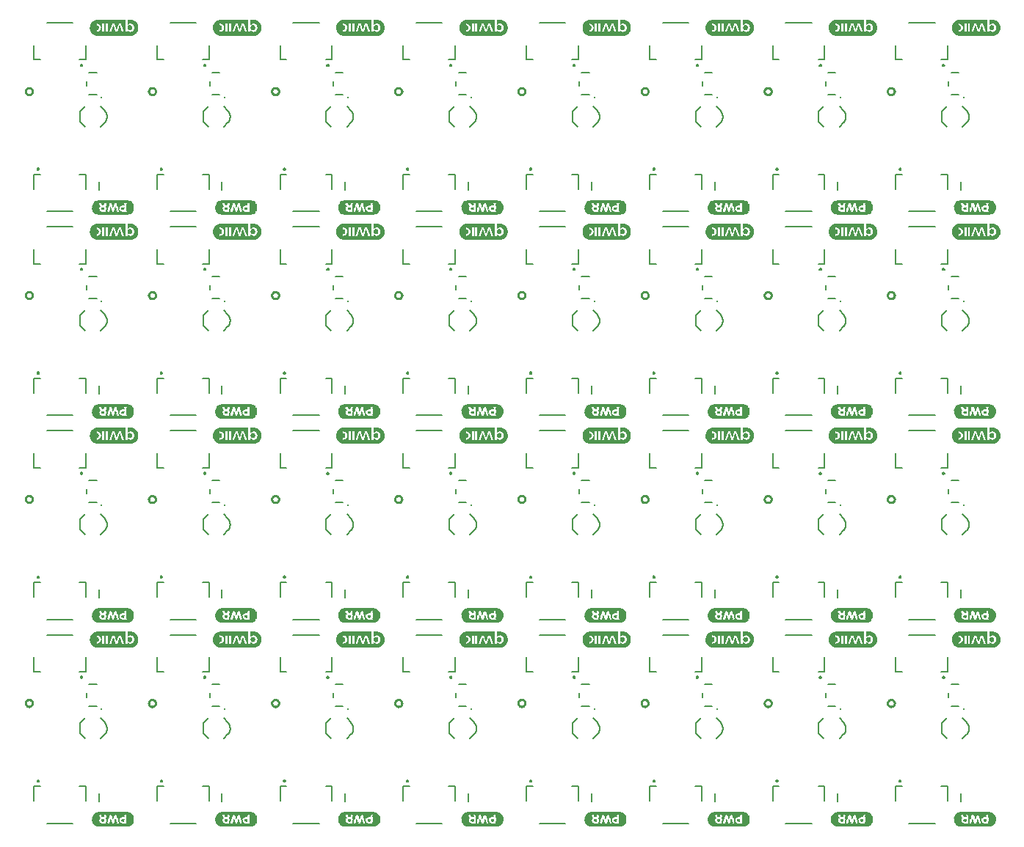
<source format=gto>
G75*
%MOIN*%
%OFA0B0*%
%FSLAX25Y25*%
%IPPOS*%
%LPD*%
%AMOC8*
5,1,8,0,0,1.08239X$1,22.5*
%
%ADD10C,0.01000*%
%ADD11C,0.00800*%
%ADD12C,0.01000*%
%ADD13C,0.00050*%
%ADD14R,0.14331X0.00157*%
%ADD15R,0.15276X0.00157*%
%ADD16R,0.15906X0.00157*%
%ADD17R,0.16535X0.00157*%
%ADD18R,0.16850X0.00157*%
%ADD19R,0.17165X0.00157*%
%ADD20R,0.17480X0.00157*%
%ADD21R,0.06614X0.00157*%
%ADD22R,0.04094X0.00157*%
%ADD23R,0.06772X0.00157*%
%ADD24R,0.02992X0.00157*%
%ADD25R,0.01260X0.00157*%
%ADD26R,0.01575X0.00157*%
%ADD27R,0.00630X0.00157*%
%ADD28R,0.03780X0.00157*%
%ADD29R,0.00787X0.00157*%
%ADD30R,0.00472X0.00157*%
%ADD31R,0.03465X0.00157*%
%ADD32R,0.03150X0.00157*%
%ADD33R,0.01102X0.00157*%
%ADD34R,0.03307X0.00157*%
%ADD35R,0.00315X0.00157*%
%ADD36R,0.00945X0.00157*%
%ADD37R,0.00157X0.00157*%
%ADD38R,0.03622X0.00157*%
%ADD39R,0.01732X0.00157*%
%ADD40R,0.02205X0.00157*%
%ADD41R,0.01417X0.00157*%
%ADD42R,0.02835X0.00157*%
%ADD43R,0.01890X0.00157*%
D10*
X0182262Y0085951D02*
X0182264Y0086030D01*
X0182270Y0086110D01*
X0182280Y0086189D01*
X0182294Y0086267D01*
X0182312Y0086344D01*
X0182333Y0086421D01*
X0182359Y0086496D01*
X0182388Y0086570D01*
X0182421Y0086642D01*
X0182458Y0086713D01*
X0182498Y0086781D01*
X0182541Y0086848D01*
X0182588Y0086912D01*
X0182638Y0086974D01*
X0182691Y0087033D01*
X0182746Y0087090D01*
X0182805Y0087143D01*
X0182866Y0087194D01*
X0182930Y0087242D01*
X0182996Y0087286D01*
X0183064Y0087327D01*
X0183134Y0087364D01*
X0183206Y0087398D01*
X0183280Y0087428D01*
X0183354Y0087455D01*
X0183431Y0087477D01*
X0183508Y0087496D01*
X0183586Y0087511D01*
X0183665Y0087522D01*
X0183744Y0087529D01*
X0183823Y0087532D01*
X0183903Y0087531D01*
X0183982Y0087526D01*
X0184061Y0087517D01*
X0184139Y0087504D01*
X0184217Y0087487D01*
X0184294Y0087466D01*
X0184369Y0087442D01*
X0184443Y0087414D01*
X0184516Y0087382D01*
X0184587Y0087346D01*
X0184656Y0087307D01*
X0184723Y0087264D01*
X0184788Y0087218D01*
X0184851Y0087169D01*
X0184911Y0087117D01*
X0184968Y0087062D01*
X0185022Y0087004D01*
X0185074Y0086943D01*
X0185122Y0086880D01*
X0185167Y0086815D01*
X0185209Y0086747D01*
X0185247Y0086678D01*
X0185282Y0086606D01*
X0185313Y0086533D01*
X0185340Y0086458D01*
X0185364Y0086383D01*
X0185384Y0086306D01*
X0185400Y0086228D01*
X0185412Y0086149D01*
X0185420Y0086070D01*
X0185424Y0085991D01*
X0185424Y0085911D01*
X0185420Y0085832D01*
X0185412Y0085753D01*
X0185400Y0085674D01*
X0185384Y0085596D01*
X0185364Y0085519D01*
X0185340Y0085444D01*
X0185313Y0085369D01*
X0185282Y0085296D01*
X0185247Y0085224D01*
X0185209Y0085155D01*
X0185167Y0085087D01*
X0185122Y0085022D01*
X0185074Y0084959D01*
X0185022Y0084898D01*
X0184968Y0084840D01*
X0184911Y0084785D01*
X0184851Y0084733D01*
X0184788Y0084684D01*
X0184723Y0084638D01*
X0184656Y0084595D01*
X0184587Y0084556D01*
X0184516Y0084520D01*
X0184443Y0084488D01*
X0184369Y0084460D01*
X0184294Y0084436D01*
X0184217Y0084415D01*
X0184139Y0084398D01*
X0184061Y0084385D01*
X0183982Y0084376D01*
X0183903Y0084371D01*
X0183823Y0084370D01*
X0183744Y0084373D01*
X0183665Y0084380D01*
X0183586Y0084391D01*
X0183508Y0084406D01*
X0183431Y0084425D01*
X0183354Y0084447D01*
X0183280Y0084474D01*
X0183206Y0084504D01*
X0183134Y0084538D01*
X0183064Y0084575D01*
X0182996Y0084616D01*
X0182930Y0084660D01*
X0182866Y0084708D01*
X0182805Y0084759D01*
X0182746Y0084812D01*
X0182691Y0084869D01*
X0182638Y0084928D01*
X0182588Y0084990D01*
X0182541Y0085054D01*
X0182498Y0085121D01*
X0182458Y0085189D01*
X0182421Y0085260D01*
X0182388Y0085332D01*
X0182359Y0085406D01*
X0182333Y0085481D01*
X0182312Y0085558D01*
X0182294Y0085635D01*
X0182280Y0085713D01*
X0182270Y0085792D01*
X0182264Y0085872D01*
X0182262Y0085951D01*
X0238184Y0085951D02*
X0238186Y0086030D01*
X0238192Y0086110D01*
X0238202Y0086189D01*
X0238216Y0086267D01*
X0238234Y0086344D01*
X0238255Y0086421D01*
X0238281Y0086496D01*
X0238310Y0086570D01*
X0238343Y0086642D01*
X0238380Y0086713D01*
X0238420Y0086781D01*
X0238463Y0086848D01*
X0238510Y0086912D01*
X0238560Y0086974D01*
X0238613Y0087033D01*
X0238668Y0087090D01*
X0238727Y0087143D01*
X0238788Y0087194D01*
X0238852Y0087242D01*
X0238918Y0087286D01*
X0238986Y0087327D01*
X0239056Y0087364D01*
X0239128Y0087398D01*
X0239202Y0087428D01*
X0239276Y0087455D01*
X0239353Y0087477D01*
X0239430Y0087496D01*
X0239508Y0087511D01*
X0239587Y0087522D01*
X0239666Y0087529D01*
X0239745Y0087532D01*
X0239825Y0087531D01*
X0239904Y0087526D01*
X0239983Y0087517D01*
X0240061Y0087504D01*
X0240139Y0087487D01*
X0240216Y0087466D01*
X0240291Y0087442D01*
X0240365Y0087414D01*
X0240438Y0087382D01*
X0240509Y0087346D01*
X0240578Y0087307D01*
X0240645Y0087264D01*
X0240710Y0087218D01*
X0240773Y0087169D01*
X0240833Y0087117D01*
X0240890Y0087062D01*
X0240944Y0087004D01*
X0240996Y0086943D01*
X0241044Y0086880D01*
X0241089Y0086815D01*
X0241131Y0086747D01*
X0241169Y0086678D01*
X0241204Y0086606D01*
X0241235Y0086533D01*
X0241262Y0086458D01*
X0241286Y0086383D01*
X0241306Y0086306D01*
X0241322Y0086228D01*
X0241334Y0086149D01*
X0241342Y0086070D01*
X0241346Y0085991D01*
X0241346Y0085911D01*
X0241342Y0085832D01*
X0241334Y0085753D01*
X0241322Y0085674D01*
X0241306Y0085596D01*
X0241286Y0085519D01*
X0241262Y0085444D01*
X0241235Y0085369D01*
X0241204Y0085296D01*
X0241169Y0085224D01*
X0241131Y0085155D01*
X0241089Y0085087D01*
X0241044Y0085022D01*
X0240996Y0084959D01*
X0240944Y0084898D01*
X0240890Y0084840D01*
X0240833Y0084785D01*
X0240773Y0084733D01*
X0240710Y0084684D01*
X0240645Y0084638D01*
X0240578Y0084595D01*
X0240509Y0084556D01*
X0240438Y0084520D01*
X0240365Y0084488D01*
X0240291Y0084460D01*
X0240216Y0084436D01*
X0240139Y0084415D01*
X0240061Y0084398D01*
X0239983Y0084385D01*
X0239904Y0084376D01*
X0239825Y0084371D01*
X0239745Y0084370D01*
X0239666Y0084373D01*
X0239587Y0084380D01*
X0239508Y0084391D01*
X0239430Y0084406D01*
X0239353Y0084425D01*
X0239276Y0084447D01*
X0239202Y0084474D01*
X0239128Y0084504D01*
X0239056Y0084538D01*
X0238986Y0084575D01*
X0238918Y0084616D01*
X0238852Y0084660D01*
X0238788Y0084708D01*
X0238727Y0084759D01*
X0238668Y0084812D01*
X0238613Y0084869D01*
X0238560Y0084928D01*
X0238510Y0084990D01*
X0238463Y0085054D01*
X0238420Y0085121D01*
X0238380Y0085189D01*
X0238343Y0085260D01*
X0238310Y0085332D01*
X0238281Y0085406D01*
X0238255Y0085481D01*
X0238234Y0085558D01*
X0238216Y0085635D01*
X0238202Y0085713D01*
X0238192Y0085792D01*
X0238186Y0085872D01*
X0238184Y0085951D01*
X0294105Y0085951D02*
X0294107Y0086030D01*
X0294113Y0086110D01*
X0294123Y0086189D01*
X0294137Y0086267D01*
X0294155Y0086344D01*
X0294176Y0086421D01*
X0294202Y0086496D01*
X0294231Y0086570D01*
X0294264Y0086642D01*
X0294301Y0086713D01*
X0294341Y0086781D01*
X0294384Y0086848D01*
X0294431Y0086912D01*
X0294481Y0086974D01*
X0294534Y0087033D01*
X0294589Y0087090D01*
X0294648Y0087143D01*
X0294709Y0087194D01*
X0294773Y0087242D01*
X0294839Y0087286D01*
X0294907Y0087327D01*
X0294977Y0087364D01*
X0295049Y0087398D01*
X0295123Y0087428D01*
X0295197Y0087455D01*
X0295274Y0087477D01*
X0295351Y0087496D01*
X0295429Y0087511D01*
X0295508Y0087522D01*
X0295587Y0087529D01*
X0295666Y0087532D01*
X0295746Y0087531D01*
X0295825Y0087526D01*
X0295904Y0087517D01*
X0295982Y0087504D01*
X0296060Y0087487D01*
X0296137Y0087466D01*
X0296212Y0087442D01*
X0296286Y0087414D01*
X0296359Y0087382D01*
X0296430Y0087346D01*
X0296499Y0087307D01*
X0296566Y0087264D01*
X0296631Y0087218D01*
X0296694Y0087169D01*
X0296754Y0087117D01*
X0296811Y0087062D01*
X0296865Y0087004D01*
X0296917Y0086943D01*
X0296965Y0086880D01*
X0297010Y0086815D01*
X0297052Y0086747D01*
X0297090Y0086678D01*
X0297125Y0086606D01*
X0297156Y0086533D01*
X0297183Y0086458D01*
X0297207Y0086383D01*
X0297227Y0086306D01*
X0297243Y0086228D01*
X0297255Y0086149D01*
X0297263Y0086070D01*
X0297267Y0085991D01*
X0297267Y0085911D01*
X0297263Y0085832D01*
X0297255Y0085753D01*
X0297243Y0085674D01*
X0297227Y0085596D01*
X0297207Y0085519D01*
X0297183Y0085444D01*
X0297156Y0085369D01*
X0297125Y0085296D01*
X0297090Y0085224D01*
X0297052Y0085155D01*
X0297010Y0085087D01*
X0296965Y0085022D01*
X0296917Y0084959D01*
X0296865Y0084898D01*
X0296811Y0084840D01*
X0296754Y0084785D01*
X0296694Y0084733D01*
X0296631Y0084684D01*
X0296566Y0084638D01*
X0296499Y0084595D01*
X0296430Y0084556D01*
X0296359Y0084520D01*
X0296286Y0084488D01*
X0296212Y0084460D01*
X0296137Y0084436D01*
X0296060Y0084415D01*
X0295982Y0084398D01*
X0295904Y0084385D01*
X0295825Y0084376D01*
X0295746Y0084371D01*
X0295666Y0084370D01*
X0295587Y0084373D01*
X0295508Y0084380D01*
X0295429Y0084391D01*
X0295351Y0084406D01*
X0295274Y0084425D01*
X0295197Y0084447D01*
X0295123Y0084474D01*
X0295049Y0084504D01*
X0294977Y0084538D01*
X0294907Y0084575D01*
X0294839Y0084616D01*
X0294773Y0084660D01*
X0294709Y0084708D01*
X0294648Y0084759D01*
X0294589Y0084812D01*
X0294534Y0084869D01*
X0294481Y0084928D01*
X0294431Y0084990D01*
X0294384Y0085054D01*
X0294341Y0085121D01*
X0294301Y0085189D01*
X0294264Y0085260D01*
X0294231Y0085332D01*
X0294202Y0085406D01*
X0294176Y0085481D01*
X0294155Y0085558D01*
X0294137Y0085635D01*
X0294123Y0085713D01*
X0294113Y0085792D01*
X0294107Y0085872D01*
X0294105Y0085951D01*
X0350026Y0085951D02*
X0350028Y0086030D01*
X0350034Y0086110D01*
X0350044Y0086189D01*
X0350058Y0086267D01*
X0350076Y0086344D01*
X0350097Y0086421D01*
X0350123Y0086496D01*
X0350152Y0086570D01*
X0350185Y0086642D01*
X0350222Y0086713D01*
X0350262Y0086781D01*
X0350305Y0086848D01*
X0350352Y0086912D01*
X0350402Y0086974D01*
X0350455Y0087033D01*
X0350510Y0087090D01*
X0350569Y0087143D01*
X0350630Y0087194D01*
X0350694Y0087242D01*
X0350760Y0087286D01*
X0350828Y0087327D01*
X0350898Y0087364D01*
X0350970Y0087398D01*
X0351044Y0087428D01*
X0351118Y0087455D01*
X0351195Y0087477D01*
X0351272Y0087496D01*
X0351350Y0087511D01*
X0351429Y0087522D01*
X0351508Y0087529D01*
X0351587Y0087532D01*
X0351667Y0087531D01*
X0351746Y0087526D01*
X0351825Y0087517D01*
X0351903Y0087504D01*
X0351981Y0087487D01*
X0352058Y0087466D01*
X0352133Y0087442D01*
X0352207Y0087414D01*
X0352280Y0087382D01*
X0352351Y0087346D01*
X0352420Y0087307D01*
X0352487Y0087264D01*
X0352552Y0087218D01*
X0352615Y0087169D01*
X0352675Y0087117D01*
X0352732Y0087062D01*
X0352786Y0087004D01*
X0352838Y0086943D01*
X0352886Y0086880D01*
X0352931Y0086815D01*
X0352973Y0086747D01*
X0353011Y0086678D01*
X0353046Y0086606D01*
X0353077Y0086533D01*
X0353104Y0086458D01*
X0353128Y0086383D01*
X0353148Y0086306D01*
X0353164Y0086228D01*
X0353176Y0086149D01*
X0353184Y0086070D01*
X0353188Y0085991D01*
X0353188Y0085911D01*
X0353184Y0085832D01*
X0353176Y0085753D01*
X0353164Y0085674D01*
X0353148Y0085596D01*
X0353128Y0085519D01*
X0353104Y0085444D01*
X0353077Y0085369D01*
X0353046Y0085296D01*
X0353011Y0085224D01*
X0352973Y0085155D01*
X0352931Y0085087D01*
X0352886Y0085022D01*
X0352838Y0084959D01*
X0352786Y0084898D01*
X0352732Y0084840D01*
X0352675Y0084785D01*
X0352615Y0084733D01*
X0352552Y0084684D01*
X0352487Y0084638D01*
X0352420Y0084595D01*
X0352351Y0084556D01*
X0352280Y0084520D01*
X0352207Y0084488D01*
X0352133Y0084460D01*
X0352058Y0084436D01*
X0351981Y0084415D01*
X0351903Y0084398D01*
X0351825Y0084385D01*
X0351746Y0084376D01*
X0351667Y0084371D01*
X0351587Y0084370D01*
X0351508Y0084373D01*
X0351429Y0084380D01*
X0351350Y0084391D01*
X0351272Y0084406D01*
X0351195Y0084425D01*
X0351118Y0084447D01*
X0351044Y0084474D01*
X0350970Y0084504D01*
X0350898Y0084538D01*
X0350828Y0084575D01*
X0350760Y0084616D01*
X0350694Y0084660D01*
X0350630Y0084708D01*
X0350569Y0084759D01*
X0350510Y0084812D01*
X0350455Y0084869D01*
X0350402Y0084928D01*
X0350352Y0084990D01*
X0350305Y0085054D01*
X0350262Y0085121D01*
X0350222Y0085189D01*
X0350185Y0085260D01*
X0350152Y0085332D01*
X0350123Y0085406D01*
X0350097Y0085481D01*
X0350076Y0085558D01*
X0350058Y0085635D01*
X0350044Y0085713D01*
X0350034Y0085792D01*
X0350028Y0085872D01*
X0350026Y0085951D01*
X0405947Y0085951D02*
X0405949Y0086030D01*
X0405955Y0086110D01*
X0405965Y0086189D01*
X0405979Y0086267D01*
X0405997Y0086344D01*
X0406018Y0086421D01*
X0406044Y0086496D01*
X0406073Y0086570D01*
X0406106Y0086642D01*
X0406143Y0086713D01*
X0406183Y0086781D01*
X0406226Y0086848D01*
X0406273Y0086912D01*
X0406323Y0086974D01*
X0406376Y0087033D01*
X0406431Y0087090D01*
X0406490Y0087143D01*
X0406551Y0087194D01*
X0406615Y0087242D01*
X0406681Y0087286D01*
X0406749Y0087327D01*
X0406819Y0087364D01*
X0406891Y0087398D01*
X0406965Y0087428D01*
X0407039Y0087455D01*
X0407116Y0087477D01*
X0407193Y0087496D01*
X0407271Y0087511D01*
X0407350Y0087522D01*
X0407429Y0087529D01*
X0407508Y0087532D01*
X0407588Y0087531D01*
X0407667Y0087526D01*
X0407746Y0087517D01*
X0407824Y0087504D01*
X0407902Y0087487D01*
X0407979Y0087466D01*
X0408054Y0087442D01*
X0408128Y0087414D01*
X0408201Y0087382D01*
X0408272Y0087346D01*
X0408341Y0087307D01*
X0408408Y0087264D01*
X0408473Y0087218D01*
X0408536Y0087169D01*
X0408596Y0087117D01*
X0408653Y0087062D01*
X0408707Y0087004D01*
X0408759Y0086943D01*
X0408807Y0086880D01*
X0408852Y0086815D01*
X0408894Y0086747D01*
X0408932Y0086678D01*
X0408967Y0086606D01*
X0408998Y0086533D01*
X0409025Y0086458D01*
X0409049Y0086383D01*
X0409069Y0086306D01*
X0409085Y0086228D01*
X0409097Y0086149D01*
X0409105Y0086070D01*
X0409109Y0085991D01*
X0409109Y0085911D01*
X0409105Y0085832D01*
X0409097Y0085753D01*
X0409085Y0085674D01*
X0409069Y0085596D01*
X0409049Y0085519D01*
X0409025Y0085444D01*
X0408998Y0085369D01*
X0408967Y0085296D01*
X0408932Y0085224D01*
X0408894Y0085155D01*
X0408852Y0085087D01*
X0408807Y0085022D01*
X0408759Y0084959D01*
X0408707Y0084898D01*
X0408653Y0084840D01*
X0408596Y0084785D01*
X0408536Y0084733D01*
X0408473Y0084684D01*
X0408408Y0084638D01*
X0408341Y0084595D01*
X0408272Y0084556D01*
X0408201Y0084520D01*
X0408128Y0084488D01*
X0408054Y0084460D01*
X0407979Y0084436D01*
X0407902Y0084415D01*
X0407824Y0084398D01*
X0407746Y0084385D01*
X0407667Y0084376D01*
X0407588Y0084371D01*
X0407508Y0084370D01*
X0407429Y0084373D01*
X0407350Y0084380D01*
X0407271Y0084391D01*
X0407193Y0084406D01*
X0407116Y0084425D01*
X0407039Y0084447D01*
X0406965Y0084474D01*
X0406891Y0084504D01*
X0406819Y0084538D01*
X0406749Y0084575D01*
X0406681Y0084616D01*
X0406615Y0084660D01*
X0406551Y0084708D01*
X0406490Y0084759D01*
X0406431Y0084812D01*
X0406376Y0084869D01*
X0406323Y0084928D01*
X0406273Y0084990D01*
X0406226Y0085054D01*
X0406183Y0085121D01*
X0406143Y0085189D01*
X0406106Y0085260D01*
X0406073Y0085332D01*
X0406044Y0085406D01*
X0406018Y0085481D01*
X0405997Y0085558D01*
X0405979Y0085635D01*
X0405965Y0085713D01*
X0405955Y0085792D01*
X0405949Y0085872D01*
X0405947Y0085951D01*
X0461869Y0085951D02*
X0461871Y0086030D01*
X0461877Y0086110D01*
X0461887Y0086189D01*
X0461901Y0086267D01*
X0461919Y0086344D01*
X0461940Y0086421D01*
X0461966Y0086496D01*
X0461995Y0086570D01*
X0462028Y0086642D01*
X0462065Y0086713D01*
X0462105Y0086781D01*
X0462148Y0086848D01*
X0462195Y0086912D01*
X0462245Y0086974D01*
X0462298Y0087033D01*
X0462353Y0087090D01*
X0462412Y0087143D01*
X0462473Y0087194D01*
X0462537Y0087242D01*
X0462603Y0087286D01*
X0462671Y0087327D01*
X0462741Y0087364D01*
X0462813Y0087398D01*
X0462887Y0087428D01*
X0462961Y0087455D01*
X0463038Y0087477D01*
X0463115Y0087496D01*
X0463193Y0087511D01*
X0463272Y0087522D01*
X0463351Y0087529D01*
X0463430Y0087532D01*
X0463510Y0087531D01*
X0463589Y0087526D01*
X0463668Y0087517D01*
X0463746Y0087504D01*
X0463824Y0087487D01*
X0463901Y0087466D01*
X0463976Y0087442D01*
X0464050Y0087414D01*
X0464123Y0087382D01*
X0464194Y0087346D01*
X0464263Y0087307D01*
X0464330Y0087264D01*
X0464395Y0087218D01*
X0464458Y0087169D01*
X0464518Y0087117D01*
X0464575Y0087062D01*
X0464629Y0087004D01*
X0464681Y0086943D01*
X0464729Y0086880D01*
X0464774Y0086815D01*
X0464816Y0086747D01*
X0464854Y0086678D01*
X0464889Y0086606D01*
X0464920Y0086533D01*
X0464947Y0086458D01*
X0464971Y0086383D01*
X0464991Y0086306D01*
X0465007Y0086228D01*
X0465019Y0086149D01*
X0465027Y0086070D01*
X0465031Y0085991D01*
X0465031Y0085911D01*
X0465027Y0085832D01*
X0465019Y0085753D01*
X0465007Y0085674D01*
X0464991Y0085596D01*
X0464971Y0085519D01*
X0464947Y0085444D01*
X0464920Y0085369D01*
X0464889Y0085296D01*
X0464854Y0085224D01*
X0464816Y0085155D01*
X0464774Y0085087D01*
X0464729Y0085022D01*
X0464681Y0084959D01*
X0464629Y0084898D01*
X0464575Y0084840D01*
X0464518Y0084785D01*
X0464458Y0084733D01*
X0464395Y0084684D01*
X0464330Y0084638D01*
X0464263Y0084595D01*
X0464194Y0084556D01*
X0464123Y0084520D01*
X0464050Y0084488D01*
X0463976Y0084460D01*
X0463901Y0084436D01*
X0463824Y0084415D01*
X0463746Y0084398D01*
X0463668Y0084385D01*
X0463589Y0084376D01*
X0463510Y0084371D01*
X0463430Y0084370D01*
X0463351Y0084373D01*
X0463272Y0084380D01*
X0463193Y0084391D01*
X0463115Y0084406D01*
X0463038Y0084425D01*
X0462961Y0084447D01*
X0462887Y0084474D01*
X0462813Y0084504D01*
X0462741Y0084538D01*
X0462671Y0084575D01*
X0462603Y0084616D01*
X0462537Y0084660D01*
X0462473Y0084708D01*
X0462412Y0084759D01*
X0462353Y0084812D01*
X0462298Y0084869D01*
X0462245Y0084928D01*
X0462195Y0084990D01*
X0462148Y0085054D01*
X0462105Y0085121D01*
X0462065Y0085189D01*
X0462028Y0085260D01*
X0461995Y0085332D01*
X0461966Y0085406D01*
X0461940Y0085481D01*
X0461919Y0085558D01*
X0461901Y0085635D01*
X0461887Y0085713D01*
X0461877Y0085792D01*
X0461871Y0085872D01*
X0461869Y0085951D01*
X0517790Y0085951D02*
X0517792Y0086030D01*
X0517798Y0086110D01*
X0517808Y0086189D01*
X0517822Y0086267D01*
X0517840Y0086344D01*
X0517861Y0086421D01*
X0517887Y0086496D01*
X0517916Y0086570D01*
X0517949Y0086642D01*
X0517986Y0086713D01*
X0518026Y0086781D01*
X0518069Y0086848D01*
X0518116Y0086912D01*
X0518166Y0086974D01*
X0518219Y0087033D01*
X0518274Y0087090D01*
X0518333Y0087143D01*
X0518394Y0087194D01*
X0518458Y0087242D01*
X0518524Y0087286D01*
X0518592Y0087327D01*
X0518662Y0087364D01*
X0518734Y0087398D01*
X0518808Y0087428D01*
X0518882Y0087455D01*
X0518959Y0087477D01*
X0519036Y0087496D01*
X0519114Y0087511D01*
X0519193Y0087522D01*
X0519272Y0087529D01*
X0519351Y0087532D01*
X0519431Y0087531D01*
X0519510Y0087526D01*
X0519589Y0087517D01*
X0519667Y0087504D01*
X0519745Y0087487D01*
X0519822Y0087466D01*
X0519897Y0087442D01*
X0519971Y0087414D01*
X0520044Y0087382D01*
X0520115Y0087346D01*
X0520184Y0087307D01*
X0520251Y0087264D01*
X0520316Y0087218D01*
X0520379Y0087169D01*
X0520439Y0087117D01*
X0520496Y0087062D01*
X0520550Y0087004D01*
X0520602Y0086943D01*
X0520650Y0086880D01*
X0520695Y0086815D01*
X0520737Y0086747D01*
X0520775Y0086678D01*
X0520810Y0086606D01*
X0520841Y0086533D01*
X0520868Y0086458D01*
X0520892Y0086383D01*
X0520912Y0086306D01*
X0520928Y0086228D01*
X0520940Y0086149D01*
X0520948Y0086070D01*
X0520952Y0085991D01*
X0520952Y0085911D01*
X0520948Y0085832D01*
X0520940Y0085753D01*
X0520928Y0085674D01*
X0520912Y0085596D01*
X0520892Y0085519D01*
X0520868Y0085444D01*
X0520841Y0085369D01*
X0520810Y0085296D01*
X0520775Y0085224D01*
X0520737Y0085155D01*
X0520695Y0085087D01*
X0520650Y0085022D01*
X0520602Y0084959D01*
X0520550Y0084898D01*
X0520496Y0084840D01*
X0520439Y0084785D01*
X0520379Y0084733D01*
X0520316Y0084684D01*
X0520251Y0084638D01*
X0520184Y0084595D01*
X0520115Y0084556D01*
X0520044Y0084520D01*
X0519971Y0084488D01*
X0519897Y0084460D01*
X0519822Y0084436D01*
X0519745Y0084415D01*
X0519667Y0084398D01*
X0519589Y0084385D01*
X0519510Y0084376D01*
X0519431Y0084371D01*
X0519351Y0084370D01*
X0519272Y0084373D01*
X0519193Y0084380D01*
X0519114Y0084391D01*
X0519036Y0084406D01*
X0518959Y0084425D01*
X0518882Y0084447D01*
X0518808Y0084474D01*
X0518734Y0084504D01*
X0518662Y0084538D01*
X0518592Y0084575D01*
X0518524Y0084616D01*
X0518458Y0084660D01*
X0518394Y0084708D01*
X0518333Y0084759D01*
X0518274Y0084812D01*
X0518219Y0084869D01*
X0518166Y0084928D01*
X0518116Y0084990D01*
X0518069Y0085054D01*
X0518026Y0085121D01*
X0517986Y0085189D01*
X0517949Y0085260D01*
X0517916Y0085332D01*
X0517887Y0085406D01*
X0517861Y0085481D01*
X0517840Y0085558D01*
X0517822Y0085635D01*
X0517808Y0085713D01*
X0517798Y0085792D01*
X0517792Y0085872D01*
X0517790Y0085951D01*
X0573711Y0085951D02*
X0573713Y0086030D01*
X0573719Y0086110D01*
X0573729Y0086189D01*
X0573743Y0086267D01*
X0573761Y0086344D01*
X0573782Y0086421D01*
X0573808Y0086496D01*
X0573837Y0086570D01*
X0573870Y0086642D01*
X0573907Y0086713D01*
X0573947Y0086781D01*
X0573990Y0086848D01*
X0574037Y0086912D01*
X0574087Y0086974D01*
X0574140Y0087033D01*
X0574195Y0087090D01*
X0574254Y0087143D01*
X0574315Y0087194D01*
X0574379Y0087242D01*
X0574445Y0087286D01*
X0574513Y0087327D01*
X0574583Y0087364D01*
X0574655Y0087398D01*
X0574729Y0087428D01*
X0574803Y0087455D01*
X0574880Y0087477D01*
X0574957Y0087496D01*
X0575035Y0087511D01*
X0575114Y0087522D01*
X0575193Y0087529D01*
X0575272Y0087532D01*
X0575352Y0087531D01*
X0575431Y0087526D01*
X0575510Y0087517D01*
X0575588Y0087504D01*
X0575666Y0087487D01*
X0575743Y0087466D01*
X0575818Y0087442D01*
X0575892Y0087414D01*
X0575965Y0087382D01*
X0576036Y0087346D01*
X0576105Y0087307D01*
X0576172Y0087264D01*
X0576237Y0087218D01*
X0576300Y0087169D01*
X0576360Y0087117D01*
X0576417Y0087062D01*
X0576471Y0087004D01*
X0576523Y0086943D01*
X0576571Y0086880D01*
X0576616Y0086815D01*
X0576658Y0086747D01*
X0576696Y0086678D01*
X0576731Y0086606D01*
X0576762Y0086533D01*
X0576789Y0086458D01*
X0576813Y0086383D01*
X0576833Y0086306D01*
X0576849Y0086228D01*
X0576861Y0086149D01*
X0576869Y0086070D01*
X0576873Y0085991D01*
X0576873Y0085911D01*
X0576869Y0085832D01*
X0576861Y0085753D01*
X0576849Y0085674D01*
X0576833Y0085596D01*
X0576813Y0085519D01*
X0576789Y0085444D01*
X0576762Y0085369D01*
X0576731Y0085296D01*
X0576696Y0085224D01*
X0576658Y0085155D01*
X0576616Y0085087D01*
X0576571Y0085022D01*
X0576523Y0084959D01*
X0576471Y0084898D01*
X0576417Y0084840D01*
X0576360Y0084785D01*
X0576300Y0084733D01*
X0576237Y0084684D01*
X0576172Y0084638D01*
X0576105Y0084595D01*
X0576036Y0084556D01*
X0575965Y0084520D01*
X0575892Y0084488D01*
X0575818Y0084460D01*
X0575743Y0084436D01*
X0575666Y0084415D01*
X0575588Y0084398D01*
X0575510Y0084385D01*
X0575431Y0084376D01*
X0575352Y0084371D01*
X0575272Y0084370D01*
X0575193Y0084373D01*
X0575114Y0084380D01*
X0575035Y0084391D01*
X0574957Y0084406D01*
X0574880Y0084425D01*
X0574803Y0084447D01*
X0574729Y0084474D01*
X0574655Y0084504D01*
X0574583Y0084538D01*
X0574513Y0084575D01*
X0574445Y0084616D01*
X0574379Y0084660D01*
X0574315Y0084708D01*
X0574254Y0084759D01*
X0574195Y0084812D01*
X0574140Y0084869D01*
X0574087Y0084928D01*
X0574037Y0084990D01*
X0573990Y0085054D01*
X0573947Y0085121D01*
X0573907Y0085189D01*
X0573870Y0085260D01*
X0573837Y0085332D01*
X0573808Y0085406D01*
X0573782Y0085481D01*
X0573761Y0085558D01*
X0573743Y0085635D01*
X0573729Y0085713D01*
X0573719Y0085792D01*
X0573713Y0085872D01*
X0573711Y0085951D01*
X0573711Y0178652D02*
X0573713Y0178731D01*
X0573719Y0178811D01*
X0573729Y0178890D01*
X0573743Y0178968D01*
X0573761Y0179045D01*
X0573782Y0179122D01*
X0573808Y0179197D01*
X0573837Y0179271D01*
X0573870Y0179343D01*
X0573907Y0179414D01*
X0573947Y0179482D01*
X0573990Y0179549D01*
X0574037Y0179613D01*
X0574087Y0179675D01*
X0574140Y0179734D01*
X0574195Y0179791D01*
X0574254Y0179844D01*
X0574315Y0179895D01*
X0574379Y0179943D01*
X0574445Y0179987D01*
X0574513Y0180028D01*
X0574583Y0180065D01*
X0574655Y0180099D01*
X0574729Y0180129D01*
X0574803Y0180156D01*
X0574880Y0180178D01*
X0574957Y0180197D01*
X0575035Y0180212D01*
X0575114Y0180223D01*
X0575193Y0180230D01*
X0575272Y0180233D01*
X0575352Y0180232D01*
X0575431Y0180227D01*
X0575510Y0180218D01*
X0575588Y0180205D01*
X0575666Y0180188D01*
X0575743Y0180167D01*
X0575818Y0180143D01*
X0575892Y0180115D01*
X0575965Y0180083D01*
X0576036Y0180047D01*
X0576105Y0180008D01*
X0576172Y0179965D01*
X0576237Y0179919D01*
X0576300Y0179870D01*
X0576360Y0179818D01*
X0576417Y0179763D01*
X0576471Y0179705D01*
X0576523Y0179644D01*
X0576571Y0179581D01*
X0576616Y0179516D01*
X0576658Y0179448D01*
X0576696Y0179379D01*
X0576731Y0179307D01*
X0576762Y0179234D01*
X0576789Y0179159D01*
X0576813Y0179084D01*
X0576833Y0179007D01*
X0576849Y0178929D01*
X0576861Y0178850D01*
X0576869Y0178771D01*
X0576873Y0178692D01*
X0576873Y0178612D01*
X0576869Y0178533D01*
X0576861Y0178454D01*
X0576849Y0178375D01*
X0576833Y0178297D01*
X0576813Y0178220D01*
X0576789Y0178145D01*
X0576762Y0178070D01*
X0576731Y0177997D01*
X0576696Y0177925D01*
X0576658Y0177856D01*
X0576616Y0177788D01*
X0576571Y0177723D01*
X0576523Y0177660D01*
X0576471Y0177599D01*
X0576417Y0177541D01*
X0576360Y0177486D01*
X0576300Y0177434D01*
X0576237Y0177385D01*
X0576172Y0177339D01*
X0576105Y0177296D01*
X0576036Y0177257D01*
X0575965Y0177221D01*
X0575892Y0177189D01*
X0575818Y0177161D01*
X0575743Y0177137D01*
X0575666Y0177116D01*
X0575588Y0177099D01*
X0575510Y0177086D01*
X0575431Y0177077D01*
X0575352Y0177072D01*
X0575272Y0177071D01*
X0575193Y0177074D01*
X0575114Y0177081D01*
X0575035Y0177092D01*
X0574957Y0177107D01*
X0574880Y0177126D01*
X0574803Y0177148D01*
X0574729Y0177175D01*
X0574655Y0177205D01*
X0574583Y0177239D01*
X0574513Y0177276D01*
X0574445Y0177317D01*
X0574379Y0177361D01*
X0574315Y0177409D01*
X0574254Y0177460D01*
X0574195Y0177513D01*
X0574140Y0177570D01*
X0574087Y0177629D01*
X0574037Y0177691D01*
X0573990Y0177755D01*
X0573947Y0177822D01*
X0573907Y0177890D01*
X0573870Y0177961D01*
X0573837Y0178033D01*
X0573808Y0178107D01*
X0573782Y0178182D01*
X0573761Y0178259D01*
X0573743Y0178336D01*
X0573729Y0178414D01*
X0573719Y0178493D01*
X0573713Y0178573D01*
X0573711Y0178652D01*
X0517790Y0178652D02*
X0517792Y0178731D01*
X0517798Y0178811D01*
X0517808Y0178890D01*
X0517822Y0178968D01*
X0517840Y0179045D01*
X0517861Y0179122D01*
X0517887Y0179197D01*
X0517916Y0179271D01*
X0517949Y0179343D01*
X0517986Y0179414D01*
X0518026Y0179482D01*
X0518069Y0179549D01*
X0518116Y0179613D01*
X0518166Y0179675D01*
X0518219Y0179734D01*
X0518274Y0179791D01*
X0518333Y0179844D01*
X0518394Y0179895D01*
X0518458Y0179943D01*
X0518524Y0179987D01*
X0518592Y0180028D01*
X0518662Y0180065D01*
X0518734Y0180099D01*
X0518808Y0180129D01*
X0518882Y0180156D01*
X0518959Y0180178D01*
X0519036Y0180197D01*
X0519114Y0180212D01*
X0519193Y0180223D01*
X0519272Y0180230D01*
X0519351Y0180233D01*
X0519431Y0180232D01*
X0519510Y0180227D01*
X0519589Y0180218D01*
X0519667Y0180205D01*
X0519745Y0180188D01*
X0519822Y0180167D01*
X0519897Y0180143D01*
X0519971Y0180115D01*
X0520044Y0180083D01*
X0520115Y0180047D01*
X0520184Y0180008D01*
X0520251Y0179965D01*
X0520316Y0179919D01*
X0520379Y0179870D01*
X0520439Y0179818D01*
X0520496Y0179763D01*
X0520550Y0179705D01*
X0520602Y0179644D01*
X0520650Y0179581D01*
X0520695Y0179516D01*
X0520737Y0179448D01*
X0520775Y0179379D01*
X0520810Y0179307D01*
X0520841Y0179234D01*
X0520868Y0179159D01*
X0520892Y0179084D01*
X0520912Y0179007D01*
X0520928Y0178929D01*
X0520940Y0178850D01*
X0520948Y0178771D01*
X0520952Y0178692D01*
X0520952Y0178612D01*
X0520948Y0178533D01*
X0520940Y0178454D01*
X0520928Y0178375D01*
X0520912Y0178297D01*
X0520892Y0178220D01*
X0520868Y0178145D01*
X0520841Y0178070D01*
X0520810Y0177997D01*
X0520775Y0177925D01*
X0520737Y0177856D01*
X0520695Y0177788D01*
X0520650Y0177723D01*
X0520602Y0177660D01*
X0520550Y0177599D01*
X0520496Y0177541D01*
X0520439Y0177486D01*
X0520379Y0177434D01*
X0520316Y0177385D01*
X0520251Y0177339D01*
X0520184Y0177296D01*
X0520115Y0177257D01*
X0520044Y0177221D01*
X0519971Y0177189D01*
X0519897Y0177161D01*
X0519822Y0177137D01*
X0519745Y0177116D01*
X0519667Y0177099D01*
X0519589Y0177086D01*
X0519510Y0177077D01*
X0519431Y0177072D01*
X0519351Y0177071D01*
X0519272Y0177074D01*
X0519193Y0177081D01*
X0519114Y0177092D01*
X0519036Y0177107D01*
X0518959Y0177126D01*
X0518882Y0177148D01*
X0518808Y0177175D01*
X0518734Y0177205D01*
X0518662Y0177239D01*
X0518592Y0177276D01*
X0518524Y0177317D01*
X0518458Y0177361D01*
X0518394Y0177409D01*
X0518333Y0177460D01*
X0518274Y0177513D01*
X0518219Y0177570D01*
X0518166Y0177629D01*
X0518116Y0177691D01*
X0518069Y0177755D01*
X0518026Y0177822D01*
X0517986Y0177890D01*
X0517949Y0177961D01*
X0517916Y0178033D01*
X0517887Y0178107D01*
X0517861Y0178182D01*
X0517840Y0178259D01*
X0517822Y0178336D01*
X0517808Y0178414D01*
X0517798Y0178493D01*
X0517792Y0178573D01*
X0517790Y0178652D01*
X0461869Y0178652D02*
X0461871Y0178731D01*
X0461877Y0178811D01*
X0461887Y0178890D01*
X0461901Y0178968D01*
X0461919Y0179045D01*
X0461940Y0179122D01*
X0461966Y0179197D01*
X0461995Y0179271D01*
X0462028Y0179343D01*
X0462065Y0179414D01*
X0462105Y0179482D01*
X0462148Y0179549D01*
X0462195Y0179613D01*
X0462245Y0179675D01*
X0462298Y0179734D01*
X0462353Y0179791D01*
X0462412Y0179844D01*
X0462473Y0179895D01*
X0462537Y0179943D01*
X0462603Y0179987D01*
X0462671Y0180028D01*
X0462741Y0180065D01*
X0462813Y0180099D01*
X0462887Y0180129D01*
X0462961Y0180156D01*
X0463038Y0180178D01*
X0463115Y0180197D01*
X0463193Y0180212D01*
X0463272Y0180223D01*
X0463351Y0180230D01*
X0463430Y0180233D01*
X0463510Y0180232D01*
X0463589Y0180227D01*
X0463668Y0180218D01*
X0463746Y0180205D01*
X0463824Y0180188D01*
X0463901Y0180167D01*
X0463976Y0180143D01*
X0464050Y0180115D01*
X0464123Y0180083D01*
X0464194Y0180047D01*
X0464263Y0180008D01*
X0464330Y0179965D01*
X0464395Y0179919D01*
X0464458Y0179870D01*
X0464518Y0179818D01*
X0464575Y0179763D01*
X0464629Y0179705D01*
X0464681Y0179644D01*
X0464729Y0179581D01*
X0464774Y0179516D01*
X0464816Y0179448D01*
X0464854Y0179379D01*
X0464889Y0179307D01*
X0464920Y0179234D01*
X0464947Y0179159D01*
X0464971Y0179084D01*
X0464991Y0179007D01*
X0465007Y0178929D01*
X0465019Y0178850D01*
X0465027Y0178771D01*
X0465031Y0178692D01*
X0465031Y0178612D01*
X0465027Y0178533D01*
X0465019Y0178454D01*
X0465007Y0178375D01*
X0464991Y0178297D01*
X0464971Y0178220D01*
X0464947Y0178145D01*
X0464920Y0178070D01*
X0464889Y0177997D01*
X0464854Y0177925D01*
X0464816Y0177856D01*
X0464774Y0177788D01*
X0464729Y0177723D01*
X0464681Y0177660D01*
X0464629Y0177599D01*
X0464575Y0177541D01*
X0464518Y0177486D01*
X0464458Y0177434D01*
X0464395Y0177385D01*
X0464330Y0177339D01*
X0464263Y0177296D01*
X0464194Y0177257D01*
X0464123Y0177221D01*
X0464050Y0177189D01*
X0463976Y0177161D01*
X0463901Y0177137D01*
X0463824Y0177116D01*
X0463746Y0177099D01*
X0463668Y0177086D01*
X0463589Y0177077D01*
X0463510Y0177072D01*
X0463430Y0177071D01*
X0463351Y0177074D01*
X0463272Y0177081D01*
X0463193Y0177092D01*
X0463115Y0177107D01*
X0463038Y0177126D01*
X0462961Y0177148D01*
X0462887Y0177175D01*
X0462813Y0177205D01*
X0462741Y0177239D01*
X0462671Y0177276D01*
X0462603Y0177317D01*
X0462537Y0177361D01*
X0462473Y0177409D01*
X0462412Y0177460D01*
X0462353Y0177513D01*
X0462298Y0177570D01*
X0462245Y0177629D01*
X0462195Y0177691D01*
X0462148Y0177755D01*
X0462105Y0177822D01*
X0462065Y0177890D01*
X0462028Y0177961D01*
X0461995Y0178033D01*
X0461966Y0178107D01*
X0461940Y0178182D01*
X0461919Y0178259D01*
X0461901Y0178336D01*
X0461887Y0178414D01*
X0461877Y0178493D01*
X0461871Y0178573D01*
X0461869Y0178652D01*
X0405947Y0178652D02*
X0405949Y0178731D01*
X0405955Y0178811D01*
X0405965Y0178890D01*
X0405979Y0178968D01*
X0405997Y0179045D01*
X0406018Y0179122D01*
X0406044Y0179197D01*
X0406073Y0179271D01*
X0406106Y0179343D01*
X0406143Y0179414D01*
X0406183Y0179482D01*
X0406226Y0179549D01*
X0406273Y0179613D01*
X0406323Y0179675D01*
X0406376Y0179734D01*
X0406431Y0179791D01*
X0406490Y0179844D01*
X0406551Y0179895D01*
X0406615Y0179943D01*
X0406681Y0179987D01*
X0406749Y0180028D01*
X0406819Y0180065D01*
X0406891Y0180099D01*
X0406965Y0180129D01*
X0407039Y0180156D01*
X0407116Y0180178D01*
X0407193Y0180197D01*
X0407271Y0180212D01*
X0407350Y0180223D01*
X0407429Y0180230D01*
X0407508Y0180233D01*
X0407588Y0180232D01*
X0407667Y0180227D01*
X0407746Y0180218D01*
X0407824Y0180205D01*
X0407902Y0180188D01*
X0407979Y0180167D01*
X0408054Y0180143D01*
X0408128Y0180115D01*
X0408201Y0180083D01*
X0408272Y0180047D01*
X0408341Y0180008D01*
X0408408Y0179965D01*
X0408473Y0179919D01*
X0408536Y0179870D01*
X0408596Y0179818D01*
X0408653Y0179763D01*
X0408707Y0179705D01*
X0408759Y0179644D01*
X0408807Y0179581D01*
X0408852Y0179516D01*
X0408894Y0179448D01*
X0408932Y0179379D01*
X0408967Y0179307D01*
X0408998Y0179234D01*
X0409025Y0179159D01*
X0409049Y0179084D01*
X0409069Y0179007D01*
X0409085Y0178929D01*
X0409097Y0178850D01*
X0409105Y0178771D01*
X0409109Y0178692D01*
X0409109Y0178612D01*
X0409105Y0178533D01*
X0409097Y0178454D01*
X0409085Y0178375D01*
X0409069Y0178297D01*
X0409049Y0178220D01*
X0409025Y0178145D01*
X0408998Y0178070D01*
X0408967Y0177997D01*
X0408932Y0177925D01*
X0408894Y0177856D01*
X0408852Y0177788D01*
X0408807Y0177723D01*
X0408759Y0177660D01*
X0408707Y0177599D01*
X0408653Y0177541D01*
X0408596Y0177486D01*
X0408536Y0177434D01*
X0408473Y0177385D01*
X0408408Y0177339D01*
X0408341Y0177296D01*
X0408272Y0177257D01*
X0408201Y0177221D01*
X0408128Y0177189D01*
X0408054Y0177161D01*
X0407979Y0177137D01*
X0407902Y0177116D01*
X0407824Y0177099D01*
X0407746Y0177086D01*
X0407667Y0177077D01*
X0407588Y0177072D01*
X0407508Y0177071D01*
X0407429Y0177074D01*
X0407350Y0177081D01*
X0407271Y0177092D01*
X0407193Y0177107D01*
X0407116Y0177126D01*
X0407039Y0177148D01*
X0406965Y0177175D01*
X0406891Y0177205D01*
X0406819Y0177239D01*
X0406749Y0177276D01*
X0406681Y0177317D01*
X0406615Y0177361D01*
X0406551Y0177409D01*
X0406490Y0177460D01*
X0406431Y0177513D01*
X0406376Y0177570D01*
X0406323Y0177629D01*
X0406273Y0177691D01*
X0406226Y0177755D01*
X0406183Y0177822D01*
X0406143Y0177890D01*
X0406106Y0177961D01*
X0406073Y0178033D01*
X0406044Y0178107D01*
X0406018Y0178182D01*
X0405997Y0178259D01*
X0405979Y0178336D01*
X0405965Y0178414D01*
X0405955Y0178493D01*
X0405949Y0178573D01*
X0405947Y0178652D01*
X0350026Y0178652D02*
X0350028Y0178731D01*
X0350034Y0178811D01*
X0350044Y0178890D01*
X0350058Y0178968D01*
X0350076Y0179045D01*
X0350097Y0179122D01*
X0350123Y0179197D01*
X0350152Y0179271D01*
X0350185Y0179343D01*
X0350222Y0179414D01*
X0350262Y0179482D01*
X0350305Y0179549D01*
X0350352Y0179613D01*
X0350402Y0179675D01*
X0350455Y0179734D01*
X0350510Y0179791D01*
X0350569Y0179844D01*
X0350630Y0179895D01*
X0350694Y0179943D01*
X0350760Y0179987D01*
X0350828Y0180028D01*
X0350898Y0180065D01*
X0350970Y0180099D01*
X0351044Y0180129D01*
X0351118Y0180156D01*
X0351195Y0180178D01*
X0351272Y0180197D01*
X0351350Y0180212D01*
X0351429Y0180223D01*
X0351508Y0180230D01*
X0351587Y0180233D01*
X0351667Y0180232D01*
X0351746Y0180227D01*
X0351825Y0180218D01*
X0351903Y0180205D01*
X0351981Y0180188D01*
X0352058Y0180167D01*
X0352133Y0180143D01*
X0352207Y0180115D01*
X0352280Y0180083D01*
X0352351Y0180047D01*
X0352420Y0180008D01*
X0352487Y0179965D01*
X0352552Y0179919D01*
X0352615Y0179870D01*
X0352675Y0179818D01*
X0352732Y0179763D01*
X0352786Y0179705D01*
X0352838Y0179644D01*
X0352886Y0179581D01*
X0352931Y0179516D01*
X0352973Y0179448D01*
X0353011Y0179379D01*
X0353046Y0179307D01*
X0353077Y0179234D01*
X0353104Y0179159D01*
X0353128Y0179084D01*
X0353148Y0179007D01*
X0353164Y0178929D01*
X0353176Y0178850D01*
X0353184Y0178771D01*
X0353188Y0178692D01*
X0353188Y0178612D01*
X0353184Y0178533D01*
X0353176Y0178454D01*
X0353164Y0178375D01*
X0353148Y0178297D01*
X0353128Y0178220D01*
X0353104Y0178145D01*
X0353077Y0178070D01*
X0353046Y0177997D01*
X0353011Y0177925D01*
X0352973Y0177856D01*
X0352931Y0177788D01*
X0352886Y0177723D01*
X0352838Y0177660D01*
X0352786Y0177599D01*
X0352732Y0177541D01*
X0352675Y0177486D01*
X0352615Y0177434D01*
X0352552Y0177385D01*
X0352487Y0177339D01*
X0352420Y0177296D01*
X0352351Y0177257D01*
X0352280Y0177221D01*
X0352207Y0177189D01*
X0352133Y0177161D01*
X0352058Y0177137D01*
X0351981Y0177116D01*
X0351903Y0177099D01*
X0351825Y0177086D01*
X0351746Y0177077D01*
X0351667Y0177072D01*
X0351587Y0177071D01*
X0351508Y0177074D01*
X0351429Y0177081D01*
X0351350Y0177092D01*
X0351272Y0177107D01*
X0351195Y0177126D01*
X0351118Y0177148D01*
X0351044Y0177175D01*
X0350970Y0177205D01*
X0350898Y0177239D01*
X0350828Y0177276D01*
X0350760Y0177317D01*
X0350694Y0177361D01*
X0350630Y0177409D01*
X0350569Y0177460D01*
X0350510Y0177513D01*
X0350455Y0177570D01*
X0350402Y0177629D01*
X0350352Y0177691D01*
X0350305Y0177755D01*
X0350262Y0177822D01*
X0350222Y0177890D01*
X0350185Y0177961D01*
X0350152Y0178033D01*
X0350123Y0178107D01*
X0350097Y0178182D01*
X0350076Y0178259D01*
X0350058Y0178336D01*
X0350044Y0178414D01*
X0350034Y0178493D01*
X0350028Y0178573D01*
X0350026Y0178652D01*
X0294105Y0178652D02*
X0294107Y0178731D01*
X0294113Y0178811D01*
X0294123Y0178890D01*
X0294137Y0178968D01*
X0294155Y0179045D01*
X0294176Y0179122D01*
X0294202Y0179197D01*
X0294231Y0179271D01*
X0294264Y0179343D01*
X0294301Y0179414D01*
X0294341Y0179482D01*
X0294384Y0179549D01*
X0294431Y0179613D01*
X0294481Y0179675D01*
X0294534Y0179734D01*
X0294589Y0179791D01*
X0294648Y0179844D01*
X0294709Y0179895D01*
X0294773Y0179943D01*
X0294839Y0179987D01*
X0294907Y0180028D01*
X0294977Y0180065D01*
X0295049Y0180099D01*
X0295123Y0180129D01*
X0295197Y0180156D01*
X0295274Y0180178D01*
X0295351Y0180197D01*
X0295429Y0180212D01*
X0295508Y0180223D01*
X0295587Y0180230D01*
X0295666Y0180233D01*
X0295746Y0180232D01*
X0295825Y0180227D01*
X0295904Y0180218D01*
X0295982Y0180205D01*
X0296060Y0180188D01*
X0296137Y0180167D01*
X0296212Y0180143D01*
X0296286Y0180115D01*
X0296359Y0180083D01*
X0296430Y0180047D01*
X0296499Y0180008D01*
X0296566Y0179965D01*
X0296631Y0179919D01*
X0296694Y0179870D01*
X0296754Y0179818D01*
X0296811Y0179763D01*
X0296865Y0179705D01*
X0296917Y0179644D01*
X0296965Y0179581D01*
X0297010Y0179516D01*
X0297052Y0179448D01*
X0297090Y0179379D01*
X0297125Y0179307D01*
X0297156Y0179234D01*
X0297183Y0179159D01*
X0297207Y0179084D01*
X0297227Y0179007D01*
X0297243Y0178929D01*
X0297255Y0178850D01*
X0297263Y0178771D01*
X0297267Y0178692D01*
X0297267Y0178612D01*
X0297263Y0178533D01*
X0297255Y0178454D01*
X0297243Y0178375D01*
X0297227Y0178297D01*
X0297207Y0178220D01*
X0297183Y0178145D01*
X0297156Y0178070D01*
X0297125Y0177997D01*
X0297090Y0177925D01*
X0297052Y0177856D01*
X0297010Y0177788D01*
X0296965Y0177723D01*
X0296917Y0177660D01*
X0296865Y0177599D01*
X0296811Y0177541D01*
X0296754Y0177486D01*
X0296694Y0177434D01*
X0296631Y0177385D01*
X0296566Y0177339D01*
X0296499Y0177296D01*
X0296430Y0177257D01*
X0296359Y0177221D01*
X0296286Y0177189D01*
X0296212Y0177161D01*
X0296137Y0177137D01*
X0296060Y0177116D01*
X0295982Y0177099D01*
X0295904Y0177086D01*
X0295825Y0177077D01*
X0295746Y0177072D01*
X0295666Y0177071D01*
X0295587Y0177074D01*
X0295508Y0177081D01*
X0295429Y0177092D01*
X0295351Y0177107D01*
X0295274Y0177126D01*
X0295197Y0177148D01*
X0295123Y0177175D01*
X0295049Y0177205D01*
X0294977Y0177239D01*
X0294907Y0177276D01*
X0294839Y0177317D01*
X0294773Y0177361D01*
X0294709Y0177409D01*
X0294648Y0177460D01*
X0294589Y0177513D01*
X0294534Y0177570D01*
X0294481Y0177629D01*
X0294431Y0177691D01*
X0294384Y0177755D01*
X0294341Y0177822D01*
X0294301Y0177890D01*
X0294264Y0177961D01*
X0294231Y0178033D01*
X0294202Y0178107D01*
X0294176Y0178182D01*
X0294155Y0178259D01*
X0294137Y0178336D01*
X0294123Y0178414D01*
X0294113Y0178493D01*
X0294107Y0178573D01*
X0294105Y0178652D01*
X0238184Y0178652D02*
X0238186Y0178731D01*
X0238192Y0178811D01*
X0238202Y0178890D01*
X0238216Y0178968D01*
X0238234Y0179045D01*
X0238255Y0179122D01*
X0238281Y0179197D01*
X0238310Y0179271D01*
X0238343Y0179343D01*
X0238380Y0179414D01*
X0238420Y0179482D01*
X0238463Y0179549D01*
X0238510Y0179613D01*
X0238560Y0179675D01*
X0238613Y0179734D01*
X0238668Y0179791D01*
X0238727Y0179844D01*
X0238788Y0179895D01*
X0238852Y0179943D01*
X0238918Y0179987D01*
X0238986Y0180028D01*
X0239056Y0180065D01*
X0239128Y0180099D01*
X0239202Y0180129D01*
X0239276Y0180156D01*
X0239353Y0180178D01*
X0239430Y0180197D01*
X0239508Y0180212D01*
X0239587Y0180223D01*
X0239666Y0180230D01*
X0239745Y0180233D01*
X0239825Y0180232D01*
X0239904Y0180227D01*
X0239983Y0180218D01*
X0240061Y0180205D01*
X0240139Y0180188D01*
X0240216Y0180167D01*
X0240291Y0180143D01*
X0240365Y0180115D01*
X0240438Y0180083D01*
X0240509Y0180047D01*
X0240578Y0180008D01*
X0240645Y0179965D01*
X0240710Y0179919D01*
X0240773Y0179870D01*
X0240833Y0179818D01*
X0240890Y0179763D01*
X0240944Y0179705D01*
X0240996Y0179644D01*
X0241044Y0179581D01*
X0241089Y0179516D01*
X0241131Y0179448D01*
X0241169Y0179379D01*
X0241204Y0179307D01*
X0241235Y0179234D01*
X0241262Y0179159D01*
X0241286Y0179084D01*
X0241306Y0179007D01*
X0241322Y0178929D01*
X0241334Y0178850D01*
X0241342Y0178771D01*
X0241346Y0178692D01*
X0241346Y0178612D01*
X0241342Y0178533D01*
X0241334Y0178454D01*
X0241322Y0178375D01*
X0241306Y0178297D01*
X0241286Y0178220D01*
X0241262Y0178145D01*
X0241235Y0178070D01*
X0241204Y0177997D01*
X0241169Y0177925D01*
X0241131Y0177856D01*
X0241089Y0177788D01*
X0241044Y0177723D01*
X0240996Y0177660D01*
X0240944Y0177599D01*
X0240890Y0177541D01*
X0240833Y0177486D01*
X0240773Y0177434D01*
X0240710Y0177385D01*
X0240645Y0177339D01*
X0240578Y0177296D01*
X0240509Y0177257D01*
X0240438Y0177221D01*
X0240365Y0177189D01*
X0240291Y0177161D01*
X0240216Y0177137D01*
X0240139Y0177116D01*
X0240061Y0177099D01*
X0239983Y0177086D01*
X0239904Y0177077D01*
X0239825Y0177072D01*
X0239745Y0177071D01*
X0239666Y0177074D01*
X0239587Y0177081D01*
X0239508Y0177092D01*
X0239430Y0177107D01*
X0239353Y0177126D01*
X0239276Y0177148D01*
X0239202Y0177175D01*
X0239128Y0177205D01*
X0239056Y0177239D01*
X0238986Y0177276D01*
X0238918Y0177317D01*
X0238852Y0177361D01*
X0238788Y0177409D01*
X0238727Y0177460D01*
X0238668Y0177513D01*
X0238613Y0177570D01*
X0238560Y0177629D01*
X0238510Y0177691D01*
X0238463Y0177755D01*
X0238420Y0177822D01*
X0238380Y0177890D01*
X0238343Y0177961D01*
X0238310Y0178033D01*
X0238281Y0178107D01*
X0238255Y0178182D01*
X0238234Y0178259D01*
X0238216Y0178336D01*
X0238202Y0178414D01*
X0238192Y0178493D01*
X0238186Y0178573D01*
X0238184Y0178652D01*
X0182262Y0178652D02*
X0182264Y0178731D01*
X0182270Y0178811D01*
X0182280Y0178890D01*
X0182294Y0178968D01*
X0182312Y0179045D01*
X0182333Y0179122D01*
X0182359Y0179197D01*
X0182388Y0179271D01*
X0182421Y0179343D01*
X0182458Y0179414D01*
X0182498Y0179482D01*
X0182541Y0179549D01*
X0182588Y0179613D01*
X0182638Y0179675D01*
X0182691Y0179734D01*
X0182746Y0179791D01*
X0182805Y0179844D01*
X0182866Y0179895D01*
X0182930Y0179943D01*
X0182996Y0179987D01*
X0183064Y0180028D01*
X0183134Y0180065D01*
X0183206Y0180099D01*
X0183280Y0180129D01*
X0183354Y0180156D01*
X0183431Y0180178D01*
X0183508Y0180197D01*
X0183586Y0180212D01*
X0183665Y0180223D01*
X0183744Y0180230D01*
X0183823Y0180233D01*
X0183903Y0180232D01*
X0183982Y0180227D01*
X0184061Y0180218D01*
X0184139Y0180205D01*
X0184217Y0180188D01*
X0184294Y0180167D01*
X0184369Y0180143D01*
X0184443Y0180115D01*
X0184516Y0180083D01*
X0184587Y0180047D01*
X0184656Y0180008D01*
X0184723Y0179965D01*
X0184788Y0179919D01*
X0184851Y0179870D01*
X0184911Y0179818D01*
X0184968Y0179763D01*
X0185022Y0179705D01*
X0185074Y0179644D01*
X0185122Y0179581D01*
X0185167Y0179516D01*
X0185209Y0179448D01*
X0185247Y0179379D01*
X0185282Y0179307D01*
X0185313Y0179234D01*
X0185340Y0179159D01*
X0185364Y0179084D01*
X0185384Y0179007D01*
X0185400Y0178929D01*
X0185412Y0178850D01*
X0185420Y0178771D01*
X0185424Y0178692D01*
X0185424Y0178612D01*
X0185420Y0178533D01*
X0185412Y0178454D01*
X0185400Y0178375D01*
X0185384Y0178297D01*
X0185364Y0178220D01*
X0185340Y0178145D01*
X0185313Y0178070D01*
X0185282Y0177997D01*
X0185247Y0177925D01*
X0185209Y0177856D01*
X0185167Y0177788D01*
X0185122Y0177723D01*
X0185074Y0177660D01*
X0185022Y0177599D01*
X0184968Y0177541D01*
X0184911Y0177486D01*
X0184851Y0177434D01*
X0184788Y0177385D01*
X0184723Y0177339D01*
X0184656Y0177296D01*
X0184587Y0177257D01*
X0184516Y0177221D01*
X0184443Y0177189D01*
X0184369Y0177161D01*
X0184294Y0177137D01*
X0184217Y0177116D01*
X0184139Y0177099D01*
X0184061Y0177086D01*
X0183982Y0177077D01*
X0183903Y0177072D01*
X0183823Y0177071D01*
X0183744Y0177074D01*
X0183665Y0177081D01*
X0183586Y0177092D01*
X0183508Y0177107D01*
X0183431Y0177126D01*
X0183354Y0177148D01*
X0183280Y0177175D01*
X0183206Y0177205D01*
X0183134Y0177239D01*
X0183064Y0177276D01*
X0182996Y0177317D01*
X0182930Y0177361D01*
X0182866Y0177409D01*
X0182805Y0177460D01*
X0182746Y0177513D01*
X0182691Y0177570D01*
X0182638Y0177629D01*
X0182588Y0177691D01*
X0182541Y0177755D01*
X0182498Y0177822D01*
X0182458Y0177890D01*
X0182421Y0177961D01*
X0182388Y0178033D01*
X0182359Y0178107D01*
X0182333Y0178182D01*
X0182312Y0178259D01*
X0182294Y0178336D01*
X0182280Y0178414D01*
X0182270Y0178493D01*
X0182264Y0178573D01*
X0182262Y0178652D01*
X0182262Y0271352D02*
X0182264Y0271431D01*
X0182270Y0271511D01*
X0182280Y0271590D01*
X0182294Y0271668D01*
X0182312Y0271745D01*
X0182333Y0271822D01*
X0182359Y0271897D01*
X0182388Y0271971D01*
X0182421Y0272043D01*
X0182458Y0272114D01*
X0182498Y0272182D01*
X0182541Y0272249D01*
X0182588Y0272313D01*
X0182638Y0272375D01*
X0182691Y0272434D01*
X0182746Y0272491D01*
X0182805Y0272544D01*
X0182866Y0272595D01*
X0182930Y0272643D01*
X0182996Y0272687D01*
X0183064Y0272728D01*
X0183134Y0272765D01*
X0183206Y0272799D01*
X0183280Y0272829D01*
X0183354Y0272856D01*
X0183431Y0272878D01*
X0183508Y0272897D01*
X0183586Y0272912D01*
X0183665Y0272923D01*
X0183744Y0272930D01*
X0183823Y0272933D01*
X0183903Y0272932D01*
X0183982Y0272927D01*
X0184061Y0272918D01*
X0184139Y0272905D01*
X0184217Y0272888D01*
X0184294Y0272867D01*
X0184369Y0272843D01*
X0184443Y0272815D01*
X0184516Y0272783D01*
X0184587Y0272747D01*
X0184656Y0272708D01*
X0184723Y0272665D01*
X0184788Y0272619D01*
X0184851Y0272570D01*
X0184911Y0272518D01*
X0184968Y0272463D01*
X0185022Y0272405D01*
X0185074Y0272344D01*
X0185122Y0272281D01*
X0185167Y0272216D01*
X0185209Y0272148D01*
X0185247Y0272079D01*
X0185282Y0272007D01*
X0185313Y0271934D01*
X0185340Y0271859D01*
X0185364Y0271784D01*
X0185384Y0271707D01*
X0185400Y0271629D01*
X0185412Y0271550D01*
X0185420Y0271471D01*
X0185424Y0271392D01*
X0185424Y0271312D01*
X0185420Y0271233D01*
X0185412Y0271154D01*
X0185400Y0271075D01*
X0185384Y0270997D01*
X0185364Y0270920D01*
X0185340Y0270845D01*
X0185313Y0270770D01*
X0185282Y0270697D01*
X0185247Y0270625D01*
X0185209Y0270556D01*
X0185167Y0270488D01*
X0185122Y0270423D01*
X0185074Y0270360D01*
X0185022Y0270299D01*
X0184968Y0270241D01*
X0184911Y0270186D01*
X0184851Y0270134D01*
X0184788Y0270085D01*
X0184723Y0270039D01*
X0184656Y0269996D01*
X0184587Y0269957D01*
X0184516Y0269921D01*
X0184443Y0269889D01*
X0184369Y0269861D01*
X0184294Y0269837D01*
X0184217Y0269816D01*
X0184139Y0269799D01*
X0184061Y0269786D01*
X0183982Y0269777D01*
X0183903Y0269772D01*
X0183823Y0269771D01*
X0183744Y0269774D01*
X0183665Y0269781D01*
X0183586Y0269792D01*
X0183508Y0269807D01*
X0183431Y0269826D01*
X0183354Y0269848D01*
X0183280Y0269875D01*
X0183206Y0269905D01*
X0183134Y0269939D01*
X0183064Y0269976D01*
X0182996Y0270017D01*
X0182930Y0270061D01*
X0182866Y0270109D01*
X0182805Y0270160D01*
X0182746Y0270213D01*
X0182691Y0270270D01*
X0182638Y0270329D01*
X0182588Y0270391D01*
X0182541Y0270455D01*
X0182498Y0270522D01*
X0182458Y0270590D01*
X0182421Y0270661D01*
X0182388Y0270733D01*
X0182359Y0270807D01*
X0182333Y0270882D01*
X0182312Y0270959D01*
X0182294Y0271036D01*
X0182280Y0271114D01*
X0182270Y0271193D01*
X0182264Y0271273D01*
X0182262Y0271352D01*
X0238184Y0271352D02*
X0238186Y0271431D01*
X0238192Y0271511D01*
X0238202Y0271590D01*
X0238216Y0271668D01*
X0238234Y0271745D01*
X0238255Y0271822D01*
X0238281Y0271897D01*
X0238310Y0271971D01*
X0238343Y0272043D01*
X0238380Y0272114D01*
X0238420Y0272182D01*
X0238463Y0272249D01*
X0238510Y0272313D01*
X0238560Y0272375D01*
X0238613Y0272434D01*
X0238668Y0272491D01*
X0238727Y0272544D01*
X0238788Y0272595D01*
X0238852Y0272643D01*
X0238918Y0272687D01*
X0238986Y0272728D01*
X0239056Y0272765D01*
X0239128Y0272799D01*
X0239202Y0272829D01*
X0239276Y0272856D01*
X0239353Y0272878D01*
X0239430Y0272897D01*
X0239508Y0272912D01*
X0239587Y0272923D01*
X0239666Y0272930D01*
X0239745Y0272933D01*
X0239825Y0272932D01*
X0239904Y0272927D01*
X0239983Y0272918D01*
X0240061Y0272905D01*
X0240139Y0272888D01*
X0240216Y0272867D01*
X0240291Y0272843D01*
X0240365Y0272815D01*
X0240438Y0272783D01*
X0240509Y0272747D01*
X0240578Y0272708D01*
X0240645Y0272665D01*
X0240710Y0272619D01*
X0240773Y0272570D01*
X0240833Y0272518D01*
X0240890Y0272463D01*
X0240944Y0272405D01*
X0240996Y0272344D01*
X0241044Y0272281D01*
X0241089Y0272216D01*
X0241131Y0272148D01*
X0241169Y0272079D01*
X0241204Y0272007D01*
X0241235Y0271934D01*
X0241262Y0271859D01*
X0241286Y0271784D01*
X0241306Y0271707D01*
X0241322Y0271629D01*
X0241334Y0271550D01*
X0241342Y0271471D01*
X0241346Y0271392D01*
X0241346Y0271312D01*
X0241342Y0271233D01*
X0241334Y0271154D01*
X0241322Y0271075D01*
X0241306Y0270997D01*
X0241286Y0270920D01*
X0241262Y0270845D01*
X0241235Y0270770D01*
X0241204Y0270697D01*
X0241169Y0270625D01*
X0241131Y0270556D01*
X0241089Y0270488D01*
X0241044Y0270423D01*
X0240996Y0270360D01*
X0240944Y0270299D01*
X0240890Y0270241D01*
X0240833Y0270186D01*
X0240773Y0270134D01*
X0240710Y0270085D01*
X0240645Y0270039D01*
X0240578Y0269996D01*
X0240509Y0269957D01*
X0240438Y0269921D01*
X0240365Y0269889D01*
X0240291Y0269861D01*
X0240216Y0269837D01*
X0240139Y0269816D01*
X0240061Y0269799D01*
X0239983Y0269786D01*
X0239904Y0269777D01*
X0239825Y0269772D01*
X0239745Y0269771D01*
X0239666Y0269774D01*
X0239587Y0269781D01*
X0239508Y0269792D01*
X0239430Y0269807D01*
X0239353Y0269826D01*
X0239276Y0269848D01*
X0239202Y0269875D01*
X0239128Y0269905D01*
X0239056Y0269939D01*
X0238986Y0269976D01*
X0238918Y0270017D01*
X0238852Y0270061D01*
X0238788Y0270109D01*
X0238727Y0270160D01*
X0238668Y0270213D01*
X0238613Y0270270D01*
X0238560Y0270329D01*
X0238510Y0270391D01*
X0238463Y0270455D01*
X0238420Y0270522D01*
X0238380Y0270590D01*
X0238343Y0270661D01*
X0238310Y0270733D01*
X0238281Y0270807D01*
X0238255Y0270882D01*
X0238234Y0270959D01*
X0238216Y0271036D01*
X0238202Y0271114D01*
X0238192Y0271193D01*
X0238186Y0271273D01*
X0238184Y0271352D01*
X0294105Y0271352D02*
X0294107Y0271431D01*
X0294113Y0271511D01*
X0294123Y0271590D01*
X0294137Y0271668D01*
X0294155Y0271745D01*
X0294176Y0271822D01*
X0294202Y0271897D01*
X0294231Y0271971D01*
X0294264Y0272043D01*
X0294301Y0272114D01*
X0294341Y0272182D01*
X0294384Y0272249D01*
X0294431Y0272313D01*
X0294481Y0272375D01*
X0294534Y0272434D01*
X0294589Y0272491D01*
X0294648Y0272544D01*
X0294709Y0272595D01*
X0294773Y0272643D01*
X0294839Y0272687D01*
X0294907Y0272728D01*
X0294977Y0272765D01*
X0295049Y0272799D01*
X0295123Y0272829D01*
X0295197Y0272856D01*
X0295274Y0272878D01*
X0295351Y0272897D01*
X0295429Y0272912D01*
X0295508Y0272923D01*
X0295587Y0272930D01*
X0295666Y0272933D01*
X0295746Y0272932D01*
X0295825Y0272927D01*
X0295904Y0272918D01*
X0295982Y0272905D01*
X0296060Y0272888D01*
X0296137Y0272867D01*
X0296212Y0272843D01*
X0296286Y0272815D01*
X0296359Y0272783D01*
X0296430Y0272747D01*
X0296499Y0272708D01*
X0296566Y0272665D01*
X0296631Y0272619D01*
X0296694Y0272570D01*
X0296754Y0272518D01*
X0296811Y0272463D01*
X0296865Y0272405D01*
X0296917Y0272344D01*
X0296965Y0272281D01*
X0297010Y0272216D01*
X0297052Y0272148D01*
X0297090Y0272079D01*
X0297125Y0272007D01*
X0297156Y0271934D01*
X0297183Y0271859D01*
X0297207Y0271784D01*
X0297227Y0271707D01*
X0297243Y0271629D01*
X0297255Y0271550D01*
X0297263Y0271471D01*
X0297267Y0271392D01*
X0297267Y0271312D01*
X0297263Y0271233D01*
X0297255Y0271154D01*
X0297243Y0271075D01*
X0297227Y0270997D01*
X0297207Y0270920D01*
X0297183Y0270845D01*
X0297156Y0270770D01*
X0297125Y0270697D01*
X0297090Y0270625D01*
X0297052Y0270556D01*
X0297010Y0270488D01*
X0296965Y0270423D01*
X0296917Y0270360D01*
X0296865Y0270299D01*
X0296811Y0270241D01*
X0296754Y0270186D01*
X0296694Y0270134D01*
X0296631Y0270085D01*
X0296566Y0270039D01*
X0296499Y0269996D01*
X0296430Y0269957D01*
X0296359Y0269921D01*
X0296286Y0269889D01*
X0296212Y0269861D01*
X0296137Y0269837D01*
X0296060Y0269816D01*
X0295982Y0269799D01*
X0295904Y0269786D01*
X0295825Y0269777D01*
X0295746Y0269772D01*
X0295666Y0269771D01*
X0295587Y0269774D01*
X0295508Y0269781D01*
X0295429Y0269792D01*
X0295351Y0269807D01*
X0295274Y0269826D01*
X0295197Y0269848D01*
X0295123Y0269875D01*
X0295049Y0269905D01*
X0294977Y0269939D01*
X0294907Y0269976D01*
X0294839Y0270017D01*
X0294773Y0270061D01*
X0294709Y0270109D01*
X0294648Y0270160D01*
X0294589Y0270213D01*
X0294534Y0270270D01*
X0294481Y0270329D01*
X0294431Y0270391D01*
X0294384Y0270455D01*
X0294341Y0270522D01*
X0294301Y0270590D01*
X0294264Y0270661D01*
X0294231Y0270733D01*
X0294202Y0270807D01*
X0294176Y0270882D01*
X0294155Y0270959D01*
X0294137Y0271036D01*
X0294123Y0271114D01*
X0294113Y0271193D01*
X0294107Y0271273D01*
X0294105Y0271352D01*
X0350026Y0271352D02*
X0350028Y0271431D01*
X0350034Y0271511D01*
X0350044Y0271590D01*
X0350058Y0271668D01*
X0350076Y0271745D01*
X0350097Y0271822D01*
X0350123Y0271897D01*
X0350152Y0271971D01*
X0350185Y0272043D01*
X0350222Y0272114D01*
X0350262Y0272182D01*
X0350305Y0272249D01*
X0350352Y0272313D01*
X0350402Y0272375D01*
X0350455Y0272434D01*
X0350510Y0272491D01*
X0350569Y0272544D01*
X0350630Y0272595D01*
X0350694Y0272643D01*
X0350760Y0272687D01*
X0350828Y0272728D01*
X0350898Y0272765D01*
X0350970Y0272799D01*
X0351044Y0272829D01*
X0351118Y0272856D01*
X0351195Y0272878D01*
X0351272Y0272897D01*
X0351350Y0272912D01*
X0351429Y0272923D01*
X0351508Y0272930D01*
X0351587Y0272933D01*
X0351667Y0272932D01*
X0351746Y0272927D01*
X0351825Y0272918D01*
X0351903Y0272905D01*
X0351981Y0272888D01*
X0352058Y0272867D01*
X0352133Y0272843D01*
X0352207Y0272815D01*
X0352280Y0272783D01*
X0352351Y0272747D01*
X0352420Y0272708D01*
X0352487Y0272665D01*
X0352552Y0272619D01*
X0352615Y0272570D01*
X0352675Y0272518D01*
X0352732Y0272463D01*
X0352786Y0272405D01*
X0352838Y0272344D01*
X0352886Y0272281D01*
X0352931Y0272216D01*
X0352973Y0272148D01*
X0353011Y0272079D01*
X0353046Y0272007D01*
X0353077Y0271934D01*
X0353104Y0271859D01*
X0353128Y0271784D01*
X0353148Y0271707D01*
X0353164Y0271629D01*
X0353176Y0271550D01*
X0353184Y0271471D01*
X0353188Y0271392D01*
X0353188Y0271312D01*
X0353184Y0271233D01*
X0353176Y0271154D01*
X0353164Y0271075D01*
X0353148Y0270997D01*
X0353128Y0270920D01*
X0353104Y0270845D01*
X0353077Y0270770D01*
X0353046Y0270697D01*
X0353011Y0270625D01*
X0352973Y0270556D01*
X0352931Y0270488D01*
X0352886Y0270423D01*
X0352838Y0270360D01*
X0352786Y0270299D01*
X0352732Y0270241D01*
X0352675Y0270186D01*
X0352615Y0270134D01*
X0352552Y0270085D01*
X0352487Y0270039D01*
X0352420Y0269996D01*
X0352351Y0269957D01*
X0352280Y0269921D01*
X0352207Y0269889D01*
X0352133Y0269861D01*
X0352058Y0269837D01*
X0351981Y0269816D01*
X0351903Y0269799D01*
X0351825Y0269786D01*
X0351746Y0269777D01*
X0351667Y0269772D01*
X0351587Y0269771D01*
X0351508Y0269774D01*
X0351429Y0269781D01*
X0351350Y0269792D01*
X0351272Y0269807D01*
X0351195Y0269826D01*
X0351118Y0269848D01*
X0351044Y0269875D01*
X0350970Y0269905D01*
X0350898Y0269939D01*
X0350828Y0269976D01*
X0350760Y0270017D01*
X0350694Y0270061D01*
X0350630Y0270109D01*
X0350569Y0270160D01*
X0350510Y0270213D01*
X0350455Y0270270D01*
X0350402Y0270329D01*
X0350352Y0270391D01*
X0350305Y0270455D01*
X0350262Y0270522D01*
X0350222Y0270590D01*
X0350185Y0270661D01*
X0350152Y0270733D01*
X0350123Y0270807D01*
X0350097Y0270882D01*
X0350076Y0270959D01*
X0350058Y0271036D01*
X0350044Y0271114D01*
X0350034Y0271193D01*
X0350028Y0271273D01*
X0350026Y0271352D01*
X0405947Y0271352D02*
X0405949Y0271431D01*
X0405955Y0271511D01*
X0405965Y0271590D01*
X0405979Y0271668D01*
X0405997Y0271745D01*
X0406018Y0271822D01*
X0406044Y0271897D01*
X0406073Y0271971D01*
X0406106Y0272043D01*
X0406143Y0272114D01*
X0406183Y0272182D01*
X0406226Y0272249D01*
X0406273Y0272313D01*
X0406323Y0272375D01*
X0406376Y0272434D01*
X0406431Y0272491D01*
X0406490Y0272544D01*
X0406551Y0272595D01*
X0406615Y0272643D01*
X0406681Y0272687D01*
X0406749Y0272728D01*
X0406819Y0272765D01*
X0406891Y0272799D01*
X0406965Y0272829D01*
X0407039Y0272856D01*
X0407116Y0272878D01*
X0407193Y0272897D01*
X0407271Y0272912D01*
X0407350Y0272923D01*
X0407429Y0272930D01*
X0407508Y0272933D01*
X0407588Y0272932D01*
X0407667Y0272927D01*
X0407746Y0272918D01*
X0407824Y0272905D01*
X0407902Y0272888D01*
X0407979Y0272867D01*
X0408054Y0272843D01*
X0408128Y0272815D01*
X0408201Y0272783D01*
X0408272Y0272747D01*
X0408341Y0272708D01*
X0408408Y0272665D01*
X0408473Y0272619D01*
X0408536Y0272570D01*
X0408596Y0272518D01*
X0408653Y0272463D01*
X0408707Y0272405D01*
X0408759Y0272344D01*
X0408807Y0272281D01*
X0408852Y0272216D01*
X0408894Y0272148D01*
X0408932Y0272079D01*
X0408967Y0272007D01*
X0408998Y0271934D01*
X0409025Y0271859D01*
X0409049Y0271784D01*
X0409069Y0271707D01*
X0409085Y0271629D01*
X0409097Y0271550D01*
X0409105Y0271471D01*
X0409109Y0271392D01*
X0409109Y0271312D01*
X0409105Y0271233D01*
X0409097Y0271154D01*
X0409085Y0271075D01*
X0409069Y0270997D01*
X0409049Y0270920D01*
X0409025Y0270845D01*
X0408998Y0270770D01*
X0408967Y0270697D01*
X0408932Y0270625D01*
X0408894Y0270556D01*
X0408852Y0270488D01*
X0408807Y0270423D01*
X0408759Y0270360D01*
X0408707Y0270299D01*
X0408653Y0270241D01*
X0408596Y0270186D01*
X0408536Y0270134D01*
X0408473Y0270085D01*
X0408408Y0270039D01*
X0408341Y0269996D01*
X0408272Y0269957D01*
X0408201Y0269921D01*
X0408128Y0269889D01*
X0408054Y0269861D01*
X0407979Y0269837D01*
X0407902Y0269816D01*
X0407824Y0269799D01*
X0407746Y0269786D01*
X0407667Y0269777D01*
X0407588Y0269772D01*
X0407508Y0269771D01*
X0407429Y0269774D01*
X0407350Y0269781D01*
X0407271Y0269792D01*
X0407193Y0269807D01*
X0407116Y0269826D01*
X0407039Y0269848D01*
X0406965Y0269875D01*
X0406891Y0269905D01*
X0406819Y0269939D01*
X0406749Y0269976D01*
X0406681Y0270017D01*
X0406615Y0270061D01*
X0406551Y0270109D01*
X0406490Y0270160D01*
X0406431Y0270213D01*
X0406376Y0270270D01*
X0406323Y0270329D01*
X0406273Y0270391D01*
X0406226Y0270455D01*
X0406183Y0270522D01*
X0406143Y0270590D01*
X0406106Y0270661D01*
X0406073Y0270733D01*
X0406044Y0270807D01*
X0406018Y0270882D01*
X0405997Y0270959D01*
X0405979Y0271036D01*
X0405965Y0271114D01*
X0405955Y0271193D01*
X0405949Y0271273D01*
X0405947Y0271352D01*
X0461869Y0271352D02*
X0461871Y0271431D01*
X0461877Y0271511D01*
X0461887Y0271590D01*
X0461901Y0271668D01*
X0461919Y0271745D01*
X0461940Y0271822D01*
X0461966Y0271897D01*
X0461995Y0271971D01*
X0462028Y0272043D01*
X0462065Y0272114D01*
X0462105Y0272182D01*
X0462148Y0272249D01*
X0462195Y0272313D01*
X0462245Y0272375D01*
X0462298Y0272434D01*
X0462353Y0272491D01*
X0462412Y0272544D01*
X0462473Y0272595D01*
X0462537Y0272643D01*
X0462603Y0272687D01*
X0462671Y0272728D01*
X0462741Y0272765D01*
X0462813Y0272799D01*
X0462887Y0272829D01*
X0462961Y0272856D01*
X0463038Y0272878D01*
X0463115Y0272897D01*
X0463193Y0272912D01*
X0463272Y0272923D01*
X0463351Y0272930D01*
X0463430Y0272933D01*
X0463510Y0272932D01*
X0463589Y0272927D01*
X0463668Y0272918D01*
X0463746Y0272905D01*
X0463824Y0272888D01*
X0463901Y0272867D01*
X0463976Y0272843D01*
X0464050Y0272815D01*
X0464123Y0272783D01*
X0464194Y0272747D01*
X0464263Y0272708D01*
X0464330Y0272665D01*
X0464395Y0272619D01*
X0464458Y0272570D01*
X0464518Y0272518D01*
X0464575Y0272463D01*
X0464629Y0272405D01*
X0464681Y0272344D01*
X0464729Y0272281D01*
X0464774Y0272216D01*
X0464816Y0272148D01*
X0464854Y0272079D01*
X0464889Y0272007D01*
X0464920Y0271934D01*
X0464947Y0271859D01*
X0464971Y0271784D01*
X0464991Y0271707D01*
X0465007Y0271629D01*
X0465019Y0271550D01*
X0465027Y0271471D01*
X0465031Y0271392D01*
X0465031Y0271312D01*
X0465027Y0271233D01*
X0465019Y0271154D01*
X0465007Y0271075D01*
X0464991Y0270997D01*
X0464971Y0270920D01*
X0464947Y0270845D01*
X0464920Y0270770D01*
X0464889Y0270697D01*
X0464854Y0270625D01*
X0464816Y0270556D01*
X0464774Y0270488D01*
X0464729Y0270423D01*
X0464681Y0270360D01*
X0464629Y0270299D01*
X0464575Y0270241D01*
X0464518Y0270186D01*
X0464458Y0270134D01*
X0464395Y0270085D01*
X0464330Y0270039D01*
X0464263Y0269996D01*
X0464194Y0269957D01*
X0464123Y0269921D01*
X0464050Y0269889D01*
X0463976Y0269861D01*
X0463901Y0269837D01*
X0463824Y0269816D01*
X0463746Y0269799D01*
X0463668Y0269786D01*
X0463589Y0269777D01*
X0463510Y0269772D01*
X0463430Y0269771D01*
X0463351Y0269774D01*
X0463272Y0269781D01*
X0463193Y0269792D01*
X0463115Y0269807D01*
X0463038Y0269826D01*
X0462961Y0269848D01*
X0462887Y0269875D01*
X0462813Y0269905D01*
X0462741Y0269939D01*
X0462671Y0269976D01*
X0462603Y0270017D01*
X0462537Y0270061D01*
X0462473Y0270109D01*
X0462412Y0270160D01*
X0462353Y0270213D01*
X0462298Y0270270D01*
X0462245Y0270329D01*
X0462195Y0270391D01*
X0462148Y0270455D01*
X0462105Y0270522D01*
X0462065Y0270590D01*
X0462028Y0270661D01*
X0461995Y0270733D01*
X0461966Y0270807D01*
X0461940Y0270882D01*
X0461919Y0270959D01*
X0461901Y0271036D01*
X0461887Y0271114D01*
X0461877Y0271193D01*
X0461871Y0271273D01*
X0461869Y0271352D01*
X0517790Y0271352D02*
X0517792Y0271431D01*
X0517798Y0271511D01*
X0517808Y0271590D01*
X0517822Y0271668D01*
X0517840Y0271745D01*
X0517861Y0271822D01*
X0517887Y0271897D01*
X0517916Y0271971D01*
X0517949Y0272043D01*
X0517986Y0272114D01*
X0518026Y0272182D01*
X0518069Y0272249D01*
X0518116Y0272313D01*
X0518166Y0272375D01*
X0518219Y0272434D01*
X0518274Y0272491D01*
X0518333Y0272544D01*
X0518394Y0272595D01*
X0518458Y0272643D01*
X0518524Y0272687D01*
X0518592Y0272728D01*
X0518662Y0272765D01*
X0518734Y0272799D01*
X0518808Y0272829D01*
X0518882Y0272856D01*
X0518959Y0272878D01*
X0519036Y0272897D01*
X0519114Y0272912D01*
X0519193Y0272923D01*
X0519272Y0272930D01*
X0519351Y0272933D01*
X0519431Y0272932D01*
X0519510Y0272927D01*
X0519589Y0272918D01*
X0519667Y0272905D01*
X0519745Y0272888D01*
X0519822Y0272867D01*
X0519897Y0272843D01*
X0519971Y0272815D01*
X0520044Y0272783D01*
X0520115Y0272747D01*
X0520184Y0272708D01*
X0520251Y0272665D01*
X0520316Y0272619D01*
X0520379Y0272570D01*
X0520439Y0272518D01*
X0520496Y0272463D01*
X0520550Y0272405D01*
X0520602Y0272344D01*
X0520650Y0272281D01*
X0520695Y0272216D01*
X0520737Y0272148D01*
X0520775Y0272079D01*
X0520810Y0272007D01*
X0520841Y0271934D01*
X0520868Y0271859D01*
X0520892Y0271784D01*
X0520912Y0271707D01*
X0520928Y0271629D01*
X0520940Y0271550D01*
X0520948Y0271471D01*
X0520952Y0271392D01*
X0520952Y0271312D01*
X0520948Y0271233D01*
X0520940Y0271154D01*
X0520928Y0271075D01*
X0520912Y0270997D01*
X0520892Y0270920D01*
X0520868Y0270845D01*
X0520841Y0270770D01*
X0520810Y0270697D01*
X0520775Y0270625D01*
X0520737Y0270556D01*
X0520695Y0270488D01*
X0520650Y0270423D01*
X0520602Y0270360D01*
X0520550Y0270299D01*
X0520496Y0270241D01*
X0520439Y0270186D01*
X0520379Y0270134D01*
X0520316Y0270085D01*
X0520251Y0270039D01*
X0520184Y0269996D01*
X0520115Y0269957D01*
X0520044Y0269921D01*
X0519971Y0269889D01*
X0519897Y0269861D01*
X0519822Y0269837D01*
X0519745Y0269816D01*
X0519667Y0269799D01*
X0519589Y0269786D01*
X0519510Y0269777D01*
X0519431Y0269772D01*
X0519351Y0269771D01*
X0519272Y0269774D01*
X0519193Y0269781D01*
X0519114Y0269792D01*
X0519036Y0269807D01*
X0518959Y0269826D01*
X0518882Y0269848D01*
X0518808Y0269875D01*
X0518734Y0269905D01*
X0518662Y0269939D01*
X0518592Y0269976D01*
X0518524Y0270017D01*
X0518458Y0270061D01*
X0518394Y0270109D01*
X0518333Y0270160D01*
X0518274Y0270213D01*
X0518219Y0270270D01*
X0518166Y0270329D01*
X0518116Y0270391D01*
X0518069Y0270455D01*
X0518026Y0270522D01*
X0517986Y0270590D01*
X0517949Y0270661D01*
X0517916Y0270733D01*
X0517887Y0270807D01*
X0517861Y0270882D01*
X0517840Y0270959D01*
X0517822Y0271036D01*
X0517808Y0271114D01*
X0517798Y0271193D01*
X0517792Y0271273D01*
X0517790Y0271352D01*
X0573711Y0271352D02*
X0573713Y0271431D01*
X0573719Y0271511D01*
X0573729Y0271590D01*
X0573743Y0271668D01*
X0573761Y0271745D01*
X0573782Y0271822D01*
X0573808Y0271897D01*
X0573837Y0271971D01*
X0573870Y0272043D01*
X0573907Y0272114D01*
X0573947Y0272182D01*
X0573990Y0272249D01*
X0574037Y0272313D01*
X0574087Y0272375D01*
X0574140Y0272434D01*
X0574195Y0272491D01*
X0574254Y0272544D01*
X0574315Y0272595D01*
X0574379Y0272643D01*
X0574445Y0272687D01*
X0574513Y0272728D01*
X0574583Y0272765D01*
X0574655Y0272799D01*
X0574729Y0272829D01*
X0574803Y0272856D01*
X0574880Y0272878D01*
X0574957Y0272897D01*
X0575035Y0272912D01*
X0575114Y0272923D01*
X0575193Y0272930D01*
X0575272Y0272933D01*
X0575352Y0272932D01*
X0575431Y0272927D01*
X0575510Y0272918D01*
X0575588Y0272905D01*
X0575666Y0272888D01*
X0575743Y0272867D01*
X0575818Y0272843D01*
X0575892Y0272815D01*
X0575965Y0272783D01*
X0576036Y0272747D01*
X0576105Y0272708D01*
X0576172Y0272665D01*
X0576237Y0272619D01*
X0576300Y0272570D01*
X0576360Y0272518D01*
X0576417Y0272463D01*
X0576471Y0272405D01*
X0576523Y0272344D01*
X0576571Y0272281D01*
X0576616Y0272216D01*
X0576658Y0272148D01*
X0576696Y0272079D01*
X0576731Y0272007D01*
X0576762Y0271934D01*
X0576789Y0271859D01*
X0576813Y0271784D01*
X0576833Y0271707D01*
X0576849Y0271629D01*
X0576861Y0271550D01*
X0576869Y0271471D01*
X0576873Y0271392D01*
X0576873Y0271312D01*
X0576869Y0271233D01*
X0576861Y0271154D01*
X0576849Y0271075D01*
X0576833Y0270997D01*
X0576813Y0270920D01*
X0576789Y0270845D01*
X0576762Y0270770D01*
X0576731Y0270697D01*
X0576696Y0270625D01*
X0576658Y0270556D01*
X0576616Y0270488D01*
X0576571Y0270423D01*
X0576523Y0270360D01*
X0576471Y0270299D01*
X0576417Y0270241D01*
X0576360Y0270186D01*
X0576300Y0270134D01*
X0576237Y0270085D01*
X0576172Y0270039D01*
X0576105Y0269996D01*
X0576036Y0269957D01*
X0575965Y0269921D01*
X0575892Y0269889D01*
X0575818Y0269861D01*
X0575743Y0269837D01*
X0575666Y0269816D01*
X0575588Y0269799D01*
X0575510Y0269786D01*
X0575431Y0269777D01*
X0575352Y0269772D01*
X0575272Y0269771D01*
X0575193Y0269774D01*
X0575114Y0269781D01*
X0575035Y0269792D01*
X0574957Y0269807D01*
X0574880Y0269826D01*
X0574803Y0269848D01*
X0574729Y0269875D01*
X0574655Y0269905D01*
X0574583Y0269939D01*
X0574513Y0269976D01*
X0574445Y0270017D01*
X0574379Y0270061D01*
X0574315Y0270109D01*
X0574254Y0270160D01*
X0574195Y0270213D01*
X0574140Y0270270D01*
X0574087Y0270329D01*
X0574037Y0270391D01*
X0573990Y0270455D01*
X0573947Y0270522D01*
X0573907Y0270590D01*
X0573870Y0270661D01*
X0573837Y0270733D01*
X0573808Y0270807D01*
X0573782Y0270882D01*
X0573761Y0270959D01*
X0573743Y0271036D01*
X0573729Y0271114D01*
X0573719Y0271193D01*
X0573713Y0271273D01*
X0573711Y0271352D01*
X0573711Y0364053D02*
X0573713Y0364132D01*
X0573719Y0364212D01*
X0573729Y0364291D01*
X0573743Y0364369D01*
X0573761Y0364446D01*
X0573782Y0364523D01*
X0573808Y0364598D01*
X0573837Y0364672D01*
X0573870Y0364744D01*
X0573907Y0364815D01*
X0573947Y0364883D01*
X0573990Y0364950D01*
X0574037Y0365014D01*
X0574087Y0365076D01*
X0574140Y0365135D01*
X0574195Y0365192D01*
X0574254Y0365245D01*
X0574315Y0365296D01*
X0574379Y0365344D01*
X0574445Y0365388D01*
X0574513Y0365429D01*
X0574583Y0365466D01*
X0574655Y0365500D01*
X0574729Y0365530D01*
X0574803Y0365557D01*
X0574880Y0365579D01*
X0574957Y0365598D01*
X0575035Y0365613D01*
X0575114Y0365624D01*
X0575193Y0365631D01*
X0575272Y0365634D01*
X0575352Y0365633D01*
X0575431Y0365628D01*
X0575510Y0365619D01*
X0575588Y0365606D01*
X0575666Y0365589D01*
X0575743Y0365568D01*
X0575818Y0365544D01*
X0575892Y0365516D01*
X0575965Y0365484D01*
X0576036Y0365448D01*
X0576105Y0365409D01*
X0576172Y0365366D01*
X0576237Y0365320D01*
X0576300Y0365271D01*
X0576360Y0365219D01*
X0576417Y0365164D01*
X0576471Y0365106D01*
X0576523Y0365045D01*
X0576571Y0364982D01*
X0576616Y0364917D01*
X0576658Y0364849D01*
X0576696Y0364780D01*
X0576731Y0364708D01*
X0576762Y0364635D01*
X0576789Y0364560D01*
X0576813Y0364485D01*
X0576833Y0364408D01*
X0576849Y0364330D01*
X0576861Y0364251D01*
X0576869Y0364172D01*
X0576873Y0364093D01*
X0576873Y0364013D01*
X0576869Y0363934D01*
X0576861Y0363855D01*
X0576849Y0363776D01*
X0576833Y0363698D01*
X0576813Y0363621D01*
X0576789Y0363546D01*
X0576762Y0363471D01*
X0576731Y0363398D01*
X0576696Y0363326D01*
X0576658Y0363257D01*
X0576616Y0363189D01*
X0576571Y0363124D01*
X0576523Y0363061D01*
X0576471Y0363000D01*
X0576417Y0362942D01*
X0576360Y0362887D01*
X0576300Y0362835D01*
X0576237Y0362786D01*
X0576172Y0362740D01*
X0576105Y0362697D01*
X0576036Y0362658D01*
X0575965Y0362622D01*
X0575892Y0362590D01*
X0575818Y0362562D01*
X0575743Y0362538D01*
X0575666Y0362517D01*
X0575588Y0362500D01*
X0575510Y0362487D01*
X0575431Y0362478D01*
X0575352Y0362473D01*
X0575272Y0362472D01*
X0575193Y0362475D01*
X0575114Y0362482D01*
X0575035Y0362493D01*
X0574957Y0362508D01*
X0574880Y0362527D01*
X0574803Y0362549D01*
X0574729Y0362576D01*
X0574655Y0362606D01*
X0574583Y0362640D01*
X0574513Y0362677D01*
X0574445Y0362718D01*
X0574379Y0362762D01*
X0574315Y0362810D01*
X0574254Y0362861D01*
X0574195Y0362914D01*
X0574140Y0362971D01*
X0574087Y0363030D01*
X0574037Y0363092D01*
X0573990Y0363156D01*
X0573947Y0363223D01*
X0573907Y0363291D01*
X0573870Y0363362D01*
X0573837Y0363434D01*
X0573808Y0363508D01*
X0573782Y0363583D01*
X0573761Y0363660D01*
X0573743Y0363737D01*
X0573729Y0363815D01*
X0573719Y0363894D01*
X0573713Y0363974D01*
X0573711Y0364053D01*
X0517790Y0364053D02*
X0517792Y0364132D01*
X0517798Y0364212D01*
X0517808Y0364291D01*
X0517822Y0364369D01*
X0517840Y0364446D01*
X0517861Y0364523D01*
X0517887Y0364598D01*
X0517916Y0364672D01*
X0517949Y0364744D01*
X0517986Y0364815D01*
X0518026Y0364883D01*
X0518069Y0364950D01*
X0518116Y0365014D01*
X0518166Y0365076D01*
X0518219Y0365135D01*
X0518274Y0365192D01*
X0518333Y0365245D01*
X0518394Y0365296D01*
X0518458Y0365344D01*
X0518524Y0365388D01*
X0518592Y0365429D01*
X0518662Y0365466D01*
X0518734Y0365500D01*
X0518808Y0365530D01*
X0518882Y0365557D01*
X0518959Y0365579D01*
X0519036Y0365598D01*
X0519114Y0365613D01*
X0519193Y0365624D01*
X0519272Y0365631D01*
X0519351Y0365634D01*
X0519431Y0365633D01*
X0519510Y0365628D01*
X0519589Y0365619D01*
X0519667Y0365606D01*
X0519745Y0365589D01*
X0519822Y0365568D01*
X0519897Y0365544D01*
X0519971Y0365516D01*
X0520044Y0365484D01*
X0520115Y0365448D01*
X0520184Y0365409D01*
X0520251Y0365366D01*
X0520316Y0365320D01*
X0520379Y0365271D01*
X0520439Y0365219D01*
X0520496Y0365164D01*
X0520550Y0365106D01*
X0520602Y0365045D01*
X0520650Y0364982D01*
X0520695Y0364917D01*
X0520737Y0364849D01*
X0520775Y0364780D01*
X0520810Y0364708D01*
X0520841Y0364635D01*
X0520868Y0364560D01*
X0520892Y0364485D01*
X0520912Y0364408D01*
X0520928Y0364330D01*
X0520940Y0364251D01*
X0520948Y0364172D01*
X0520952Y0364093D01*
X0520952Y0364013D01*
X0520948Y0363934D01*
X0520940Y0363855D01*
X0520928Y0363776D01*
X0520912Y0363698D01*
X0520892Y0363621D01*
X0520868Y0363546D01*
X0520841Y0363471D01*
X0520810Y0363398D01*
X0520775Y0363326D01*
X0520737Y0363257D01*
X0520695Y0363189D01*
X0520650Y0363124D01*
X0520602Y0363061D01*
X0520550Y0363000D01*
X0520496Y0362942D01*
X0520439Y0362887D01*
X0520379Y0362835D01*
X0520316Y0362786D01*
X0520251Y0362740D01*
X0520184Y0362697D01*
X0520115Y0362658D01*
X0520044Y0362622D01*
X0519971Y0362590D01*
X0519897Y0362562D01*
X0519822Y0362538D01*
X0519745Y0362517D01*
X0519667Y0362500D01*
X0519589Y0362487D01*
X0519510Y0362478D01*
X0519431Y0362473D01*
X0519351Y0362472D01*
X0519272Y0362475D01*
X0519193Y0362482D01*
X0519114Y0362493D01*
X0519036Y0362508D01*
X0518959Y0362527D01*
X0518882Y0362549D01*
X0518808Y0362576D01*
X0518734Y0362606D01*
X0518662Y0362640D01*
X0518592Y0362677D01*
X0518524Y0362718D01*
X0518458Y0362762D01*
X0518394Y0362810D01*
X0518333Y0362861D01*
X0518274Y0362914D01*
X0518219Y0362971D01*
X0518166Y0363030D01*
X0518116Y0363092D01*
X0518069Y0363156D01*
X0518026Y0363223D01*
X0517986Y0363291D01*
X0517949Y0363362D01*
X0517916Y0363434D01*
X0517887Y0363508D01*
X0517861Y0363583D01*
X0517840Y0363660D01*
X0517822Y0363737D01*
X0517808Y0363815D01*
X0517798Y0363894D01*
X0517792Y0363974D01*
X0517790Y0364053D01*
X0461869Y0364053D02*
X0461871Y0364132D01*
X0461877Y0364212D01*
X0461887Y0364291D01*
X0461901Y0364369D01*
X0461919Y0364446D01*
X0461940Y0364523D01*
X0461966Y0364598D01*
X0461995Y0364672D01*
X0462028Y0364744D01*
X0462065Y0364815D01*
X0462105Y0364883D01*
X0462148Y0364950D01*
X0462195Y0365014D01*
X0462245Y0365076D01*
X0462298Y0365135D01*
X0462353Y0365192D01*
X0462412Y0365245D01*
X0462473Y0365296D01*
X0462537Y0365344D01*
X0462603Y0365388D01*
X0462671Y0365429D01*
X0462741Y0365466D01*
X0462813Y0365500D01*
X0462887Y0365530D01*
X0462961Y0365557D01*
X0463038Y0365579D01*
X0463115Y0365598D01*
X0463193Y0365613D01*
X0463272Y0365624D01*
X0463351Y0365631D01*
X0463430Y0365634D01*
X0463510Y0365633D01*
X0463589Y0365628D01*
X0463668Y0365619D01*
X0463746Y0365606D01*
X0463824Y0365589D01*
X0463901Y0365568D01*
X0463976Y0365544D01*
X0464050Y0365516D01*
X0464123Y0365484D01*
X0464194Y0365448D01*
X0464263Y0365409D01*
X0464330Y0365366D01*
X0464395Y0365320D01*
X0464458Y0365271D01*
X0464518Y0365219D01*
X0464575Y0365164D01*
X0464629Y0365106D01*
X0464681Y0365045D01*
X0464729Y0364982D01*
X0464774Y0364917D01*
X0464816Y0364849D01*
X0464854Y0364780D01*
X0464889Y0364708D01*
X0464920Y0364635D01*
X0464947Y0364560D01*
X0464971Y0364485D01*
X0464991Y0364408D01*
X0465007Y0364330D01*
X0465019Y0364251D01*
X0465027Y0364172D01*
X0465031Y0364093D01*
X0465031Y0364013D01*
X0465027Y0363934D01*
X0465019Y0363855D01*
X0465007Y0363776D01*
X0464991Y0363698D01*
X0464971Y0363621D01*
X0464947Y0363546D01*
X0464920Y0363471D01*
X0464889Y0363398D01*
X0464854Y0363326D01*
X0464816Y0363257D01*
X0464774Y0363189D01*
X0464729Y0363124D01*
X0464681Y0363061D01*
X0464629Y0363000D01*
X0464575Y0362942D01*
X0464518Y0362887D01*
X0464458Y0362835D01*
X0464395Y0362786D01*
X0464330Y0362740D01*
X0464263Y0362697D01*
X0464194Y0362658D01*
X0464123Y0362622D01*
X0464050Y0362590D01*
X0463976Y0362562D01*
X0463901Y0362538D01*
X0463824Y0362517D01*
X0463746Y0362500D01*
X0463668Y0362487D01*
X0463589Y0362478D01*
X0463510Y0362473D01*
X0463430Y0362472D01*
X0463351Y0362475D01*
X0463272Y0362482D01*
X0463193Y0362493D01*
X0463115Y0362508D01*
X0463038Y0362527D01*
X0462961Y0362549D01*
X0462887Y0362576D01*
X0462813Y0362606D01*
X0462741Y0362640D01*
X0462671Y0362677D01*
X0462603Y0362718D01*
X0462537Y0362762D01*
X0462473Y0362810D01*
X0462412Y0362861D01*
X0462353Y0362914D01*
X0462298Y0362971D01*
X0462245Y0363030D01*
X0462195Y0363092D01*
X0462148Y0363156D01*
X0462105Y0363223D01*
X0462065Y0363291D01*
X0462028Y0363362D01*
X0461995Y0363434D01*
X0461966Y0363508D01*
X0461940Y0363583D01*
X0461919Y0363660D01*
X0461901Y0363737D01*
X0461887Y0363815D01*
X0461877Y0363894D01*
X0461871Y0363974D01*
X0461869Y0364053D01*
X0405947Y0364053D02*
X0405949Y0364132D01*
X0405955Y0364212D01*
X0405965Y0364291D01*
X0405979Y0364369D01*
X0405997Y0364446D01*
X0406018Y0364523D01*
X0406044Y0364598D01*
X0406073Y0364672D01*
X0406106Y0364744D01*
X0406143Y0364815D01*
X0406183Y0364883D01*
X0406226Y0364950D01*
X0406273Y0365014D01*
X0406323Y0365076D01*
X0406376Y0365135D01*
X0406431Y0365192D01*
X0406490Y0365245D01*
X0406551Y0365296D01*
X0406615Y0365344D01*
X0406681Y0365388D01*
X0406749Y0365429D01*
X0406819Y0365466D01*
X0406891Y0365500D01*
X0406965Y0365530D01*
X0407039Y0365557D01*
X0407116Y0365579D01*
X0407193Y0365598D01*
X0407271Y0365613D01*
X0407350Y0365624D01*
X0407429Y0365631D01*
X0407508Y0365634D01*
X0407588Y0365633D01*
X0407667Y0365628D01*
X0407746Y0365619D01*
X0407824Y0365606D01*
X0407902Y0365589D01*
X0407979Y0365568D01*
X0408054Y0365544D01*
X0408128Y0365516D01*
X0408201Y0365484D01*
X0408272Y0365448D01*
X0408341Y0365409D01*
X0408408Y0365366D01*
X0408473Y0365320D01*
X0408536Y0365271D01*
X0408596Y0365219D01*
X0408653Y0365164D01*
X0408707Y0365106D01*
X0408759Y0365045D01*
X0408807Y0364982D01*
X0408852Y0364917D01*
X0408894Y0364849D01*
X0408932Y0364780D01*
X0408967Y0364708D01*
X0408998Y0364635D01*
X0409025Y0364560D01*
X0409049Y0364485D01*
X0409069Y0364408D01*
X0409085Y0364330D01*
X0409097Y0364251D01*
X0409105Y0364172D01*
X0409109Y0364093D01*
X0409109Y0364013D01*
X0409105Y0363934D01*
X0409097Y0363855D01*
X0409085Y0363776D01*
X0409069Y0363698D01*
X0409049Y0363621D01*
X0409025Y0363546D01*
X0408998Y0363471D01*
X0408967Y0363398D01*
X0408932Y0363326D01*
X0408894Y0363257D01*
X0408852Y0363189D01*
X0408807Y0363124D01*
X0408759Y0363061D01*
X0408707Y0363000D01*
X0408653Y0362942D01*
X0408596Y0362887D01*
X0408536Y0362835D01*
X0408473Y0362786D01*
X0408408Y0362740D01*
X0408341Y0362697D01*
X0408272Y0362658D01*
X0408201Y0362622D01*
X0408128Y0362590D01*
X0408054Y0362562D01*
X0407979Y0362538D01*
X0407902Y0362517D01*
X0407824Y0362500D01*
X0407746Y0362487D01*
X0407667Y0362478D01*
X0407588Y0362473D01*
X0407508Y0362472D01*
X0407429Y0362475D01*
X0407350Y0362482D01*
X0407271Y0362493D01*
X0407193Y0362508D01*
X0407116Y0362527D01*
X0407039Y0362549D01*
X0406965Y0362576D01*
X0406891Y0362606D01*
X0406819Y0362640D01*
X0406749Y0362677D01*
X0406681Y0362718D01*
X0406615Y0362762D01*
X0406551Y0362810D01*
X0406490Y0362861D01*
X0406431Y0362914D01*
X0406376Y0362971D01*
X0406323Y0363030D01*
X0406273Y0363092D01*
X0406226Y0363156D01*
X0406183Y0363223D01*
X0406143Y0363291D01*
X0406106Y0363362D01*
X0406073Y0363434D01*
X0406044Y0363508D01*
X0406018Y0363583D01*
X0405997Y0363660D01*
X0405979Y0363737D01*
X0405965Y0363815D01*
X0405955Y0363894D01*
X0405949Y0363974D01*
X0405947Y0364053D01*
X0350026Y0364053D02*
X0350028Y0364132D01*
X0350034Y0364212D01*
X0350044Y0364291D01*
X0350058Y0364369D01*
X0350076Y0364446D01*
X0350097Y0364523D01*
X0350123Y0364598D01*
X0350152Y0364672D01*
X0350185Y0364744D01*
X0350222Y0364815D01*
X0350262Y0364883D01*
X0350305Y0364950D01*
X0350352Y0365014D01*
X0350402Y0365076D01*
X0350455Y0365135D01*
X0350510Y0365192D01*
X0350569Y0365245D01*
X0350630Y0365296D01*
X0350694Y0365344D01*
X0350760Y0365388D01*
X0350828Y0365429D01*
X0350898Y0365466D01*
X0350970Y0365500D01*
X0351044Y0365530D01*
X0351118Y0365557D01*
X0351195Y0365579D01*
X0351272Y0365598D01*
X0351350Y0365613D01*
X0351429Y0365624D01*
X0351508Y0365631D01*
X0351587Y0365634D01*
X0351667Y0365633D01*
X0351746Y0365628D01*
X0351825Y0365619D01*
X0351903Y0365606D01*
X0351981Y0365589D01*
X0352058Y0365568D01*
X0352133Y0365544D01*
X0352207Y0365516D01*
X0352280Y0365484D01*
X0352351Y0365448D01*
X0352420Y0365409D01*
X0352487Y0365366D01*
X0352552Y0365320D01*
X0352615Y0365271D01*
X0352675Y0365219D01*
X0352732Y0365164D01*
X0352786Y0365106D01*
X0352838Y0365045D01*
X0352886Y0364982D01*
X0352931Y0364917D01*
X0352973Y0364849D01*
X0353011Y0364780D01*
X0353046Y0364708D01*
X0353077Y0364635D01*
X0353104Y0364560D01*
X0353128Y0364485D01*
X0353148Y0364408D01*
X0353164Y0364330D01*
X0353176Y0364251D01*
X0353184Y0364172D01*
X0353188Y0364093D01*
X0353188Y0364013D01*
X0353184Y0363934D01*
X0353176Y0363855D01*
X0353164Y0363776D01*
X0353148Y0363698D01*
X0353128Y0363621D01*
X0353104Y0363546D01*
X0353077Y0363471D01*
X0353046Y0363398D01*
X0353011Y0363326D01*
X0352973Y0363257D01*
X0352931Y0363189D01*
X0352886Y0363124D01*
X0352838Y0363061D01*
X0352786Y0363000D01*
X0352732Y0362942D01*
X0352675Y0362887D01*
X0352615Y0362835D01*
X0352552Y0362786D01*
X0352487Y0362740D01*
X0352420Y0362697D01*
X0352351Y0362658D01*
X0352280Y0362622D01*
X0352207Y0362590D01*
X0352133Y0362562D01*
X0352058Y0362538D01*
X0351981Y0362517D01*
X0351903Y0362500D01*
X0351825Y0362487D01*
X0351746Y0362478D01*
X0351667Y0362473D01*
X0351587Y0362472D01*
X0351508Y0362475D01*
X0351429Y0362482D01*
X0351350Y0362493D01*
X0351272Y0362508D01*
X0351195Y0362527D01*
X0351118Y0362549D01*
X0351044Y0362576D01*
X0350970Y0362606D01*
X0350898Y0362640D01*
X0350828Y0362677D01*
X0350760Y0362718D01*
X0350694Y0362762D01*
X0350630Y0362810D01*
X0350569Y0362861D01*
X0350510Y0362914D01*
X0350455Y0362971D01*
X0350402Y0363030D01*
X0350352Y0363092D01*
X0350305Y0363156D01*
X0350262Y0363223D01*
X0350222Y0363291D01*
X0350185Y0363362D01*
X0350152Y0363434D01*
X0350123Y0363508D01*
X0350097Y0363583D01*
X0350076Y0363660D01*
X0350058Y0363737D01*
X0350044Y0363815D01*
X0350034Y0363894D01*
X0350028Y0363974D01*
X0350026Y0364053D01*
X0294105Y0364053D02*
X0294107Y0364132D01*
X0294113Y0364212D01*
X0294123Y0364291D01*
X0294137Y0364369D01*
X0294155Y0364446D01*
X0294176Y0364523D01*
X0294202Y0364598D01*
X0294231Y0364672D01*
X0294264Y0364744D01*
X0294301Y0364815D01*
X0294341Y0364883D01*
X0294384Y0364950D01*
X0294431Y0365014D01*
X0294481Y0365076D01*
X0294534Y0365135D01*
X0294589Y0365192D01*
X0294648Y0365245D01*
X0294709Y0365296D01*
X0294773Y0365344D01*
X0294839Y0365388D01*
X0294907Y0365429D01*
X0294977Y0365466D01*
X0295049Y0365500D01*
X0295123Y0365530D01*
X0295197Y0365557D01*
X0295274Y0365579D01*
X0295351Y0365598D01*
X0295429Y0365613D01*
X0295508Y0365624D01*
X0295587Y0365631D01*
X0295666Y0365634D01*
X0295746Y0365633D01*
X0295825Y0365628D01*
X0295904Y0365619D01*
X0295982Y0365606D01*
X0296060Y0365589D01*
X0296137Y0365568D01*
X0296212Y0365544D01*
X0296286Y0365516D01*
X0296359Y0365484D01*
X0296430Y0365448D01*
X0296499Y0365409D01*
X0296566Y0365366D01*
X0296631Y0365320D01*
X0296694Y0365271D01*
X0296754Y0365219D01*
X0296811Y0365164D01*
X0296865Y0365106D01*
X0296917Y0365045D01*
X0296965Y0364982D01*
X0297010Y0364917D01*
X0297052Y0364849D01*
X0297090Y0364780D01*
X0297125Y0364708D01*
X0297156Y0364635D01*
X0297183Y0364560D01*
X0297207Y0364485D01*
X0297227Y0364408D01*
X0297243Y0364330D01*
X0297255Y0364251D01*
X0297263Y0364172D01*
X0297267Y0364093D01*
X0297267Y0364013D01*
X0297263Y0363934D01*
X0297255Y0363855D01*
X0297243Y0363776D01*
X0297227Y0363698D01*
X0297207Y0363621D01*
X0297183Y0363546D01*
X0297156Y0363471D01*
X0297125Y0363398D01*
X0297090Y0363326D01*
X0297052Y0363257D01*
X0297010Y0363189D01*
X0296965Y0363124D01*
X0296917Y0363061D01*
X0296865Y0363000D01*
X0296811Y0362942D01*
X0296754Y0362887D01*
X0296694Y0362835D01*
X0296631Y0362786D01*
X0296566Y0362740D01*
X0296499Y0362697D01*
X0296430Y0362658D01*
X0296359Y0362622D01*
X0296286Y0362590D01*
X0296212Y0362562D01*
X0296137Y0362538D01*
X0296060Y0362517D01*
X0295982Y0362500D01*
X0295904Y0362487D01*
X0295825Y0362478D01*
X0295746Y0362473D01*
X0295666Y0362472D01*
X0295587Y0362475D01*
X0295508Y0362482D01*
X0295429Y0362493D01*
X0295351Y0362508D01*
X0295274Y0362527D01*
X0295197Y0362549D01*
X0295123Y0362576D01*
X0295049Y0362606D01*
X0294977Y0362640D01*
X0294907Y0362677D01*
X0294839Y0362718D01*
X0294773Y0362762D01*
X0294709Y0362810D01*
X0294648Y0362861D01*
X0294589Y0362914D01*
X0294534Y0362971D01*
X0294481Y0363030D01*
X0294431Y0363092D01*
X0294384Y0363156D01*
X0294341Y0363223D01*
X0294301Y0363291D01*
X0294264Y0363362D01*
X0294231Y0363434D01*
X0294202Y0363508D01*
X0294176Y0363583D01*
X0294155Y0363660D01*
X0294137Y0363737D01*
X0294123Y0363815D01*
X0294113Y0363894D01*
X0294107Y0363974D01*
X0294105Y0364053D01*
X0238184Y0364053D02*
X0238186Y0364132D01*
X0238192Y0364212D01*
X0238202Y0364291D01*
X0238216Y0364369D01*
X0238234Y0364446D01*
X0238255Y0364523D01*
X0238281Y0364598D01*
X0238310Y0364672D01*
X0238343Y0364744D01*
X0238380Y0364815D01*
X0238420Y0364883D01*
X0238463Y0364950D01*
X0238510Y0365014D01*
X0238560Y0365076D01*
X0238613Y0365135D01*
X0238668Y0365192D01*
X0238727Y0365245D01*
X0238788Y0365296D01*
X0238852Y0365344D01*
X0238918Y0365388D01*
X0238986Y0365429D01*
X0239056Y0365466D01*
X0239128Y0365500D01*
X0239202Y0365530D01*
X0239276Y0365557D01*
X0239353Y0365579D01*
X0239430Y0365598D01*
X0239508Y0365613D01*
X0239587Y0365624D01*
X0239666Y0365631D01*
X0239745Y0365634D01*
X0239825Y0365633D01*
X0239904Y0365628D01*
X0239983Y0365619D01*
X0240061Y0365606D01*
X0240139Y0365589D01*
X0240216Y0365568D01*
X0240291Y0365544D01*
X0240365Y0365516D01*
X0240438Y0365484D01*
X0240509Y0365448D01*
X0240578Y0365409D01*
X0240645Y0365366D01*
X0240710Y0365320D01*
X0240773Y0365271D01*
X0240833Y0365219D01*
X0240890Y0365164D01*
X0240944Y0365106D01*
X0240996Y0365045D01*
X0241044Y0364982D01*
X0241089Y0364917D01*
X0241131Y0364849D01*
X0241169Y0364780D01*
X0241204Y0364708D01*
X0241235Y0364635D01*
X0241262Y0364560D01*
X0241286Y0364485D01*
X0241306Y0364408D01*
X0241322Y0364330D01*
X0241334Y0364251D01*
X0241342Y0364172D01*
X0241346Y0364093D01*
X0241346Y0364013D01*
X0241342Y0363934D01*
X0241334Y0363855D01*
X0241322Y0363776D01*
X0241306Y0363698D01*
X0241286Y0363621D01*
X0241262Y0363546D01*
X0241235Y0363471D01*
X0241204Y0363398D01*
X0241169Y0363326D01*
X0241131Y0363257D01*
X0241089Y0363189D01*
X0241044Y0363124D01*
X0240996Y0363061D01*
X0240944Y0363000D01*
X0240890Y0362942D01*
X0240833Y0362887D01*
X0240773Y0362835D01*
X0240710Y0362786D01*
X0240645Y0362740D01*
X0240578Y0362697D01*
X0240509Y0362658D01*
X0240438Y0362622D01*
X0240365Y0362590D01*
X0240291Y0362562D01*
X0240216Y0362538D01*
X0240139Y0362517D01*
X0240061Y0362500D01*
X0239983Y0362487D01*
X0239904Y0362478D01*
X0239825Y0362473D01*
X0239745Y0362472D01*
X0239666Y0362475D01*
X0239587Y0362482D01*
X0239508Y0362493D01*
X0239430Y0362508D01*
X0239353Y0362527D01*
X0239276Y0362549D01*
X0239202Y0362576D01*
X0239128Y0362606D01*
X0239056Y0362640D01*
X0238986Y0362677D01*
X0238918Y0362718D01*
X0238852Y0362762D01*
X0238788Y0362810D01*
X0238727Y0362861D01*
X0238668Y0362914D01*
X0238613Y0362971D01*
X0238560Y0363030D01*
X0238510Y0363092D01*
X0238463Y0363156D01*
X0238420Y0363223D01*
X0238380Y0363291D01*
X0238343Y0363362D01*
X0238310Y0363434D01*
X0238281Y0363508D01*
X0238255Y0363583D01*
X0238234Y0363660D01*
X0238216Y0363737D01*
X0238202Y0363815D01*
X0238192Y0363894D01*
X0238186Y0363974D01*
X0238184Y0364053D01*
X0182262Y0364053D02*
X0182264Y0364132D01*
X0182270Y0364212D01*
X0182280Y0364291D01*
X0182294Y0364369D01*
X0182312Y0364446D01*
X0182333Y0364523D01*
X0182359Y0364598D01*
X0182388Y0364672D01*
X0182421Y0364744D01*
X0182458Y0364815D01*
X0182498Y0364883D01*
X0182541Y0364950D01*
X0182588Y0365014D01*
X0182638Y0365076D01*
X0182691Y0365135D01*
X0182746Y0365192D01*
X0182805Y0365245D01*
X0182866Y0365296D01*
X0182930Y0365344D01*
X0182996Y0365388D01*
X0183064Y0365429D01*
X0183134Y0365466D01*
X0183206Y0365500D01*
X0183280Y0365530D01*
X0183354Y0365557D01*
X0183431Y0365579D01*
X0183508Y0365598D01*
X0183586Y0365613D01*
X0183665Y0365624D01*
X0183744Y0365631D01*
X0183823Y0365634D01*
X0183903Y0365633D01*
X0183982Y0365628D01*
X0184061Y0365619D01*
X0184139Y0365606D01*
X0184217Y0365589D01*
X0184294Y0365568D01*
X0184369Y0365544D01*
X0184443Y0365516D01*
X0184516Y0365484D01*
X0184587Y0365448D01*
X0184656Y0365409D01*
X0184723Y0365366D01*
X0184788Y0365320D01*
X0184851Y0365271D01*
X0184911Y0365219D01*
X0184968Y0365164D01*
X0185022Y0365106D01*
X0185074Y0365045D01*
X0185122Y0364982D01*
X0185167Y0364917D01*
X0185209Y0364849D01*
X0185247Y0364780D01*
X0185282Y0364708D01*
X0185313Y0364635D01*
X0185340Y0364560D01*
X0185364Y0364485D01*
X0185384Y0364408D01*
X0185400Y0364330D01*
X0185412Y0364251D01*
X0185420Y0364172D01*
X0185424Y0364093D01*
X0185424Y0364013D01*
X0185420Y0363934D01*
X0185412Y0363855D01*
X0185400Y0363776D01*
X0185384Y0363698D01*
X0185364Y0363621D01*
X0185340Y0363546D01*
X0185313Y0363471D01*
X0185282Y0363398D01*
X0185247Y0363326D01*
X0185209Y0363257D01*
X0185167Y0363189D01*
X0185122Y0363124D01*
X0185074Y0363061D01*
X0185022Y0363000D01*
X0184968Y0362942D01*
X0184911Y0362887D01*
X0184851Y0362835D01*
X0184788Y0362786D01*
X0184723Y0362740D01*
X0184656Y0362697D01*
X0184587Y0362658D01*
X0184516Y0362622D01*
X0184443Y0362590D01*
X0184369Y0362562D01*
X0184294Y0362538D01*
X0184217Y0362517D01*
X0184139Y0362500D01*
X0184061Y0362487D01*
X0183982Y0362478D01*
X0183903Y0362473D01*
X0183823Y0362472D01*
X0183744Y0362475D01*
X0183665Y0362482D01*
X0183586Y0362493D01*
X0183508Y0362508D01*
X0183431Y0362527D01*
X0183354Y0362549D01*
X0183280Y0362576D01*
X0183206Y0362606D01*
X0183134Y0362640D01*
X0183064Y0362677D01*
X0182996Y0362718D01*
X0182930Y0362762D01*
X0182866Y0362810D01*
X0182805Y0362861D01*
X0182746Y0362914D01*
X0182691Y0362971D01*
X0182638Y0363030D01*
X0182588Y0363092D01*
X0182541Y0363156D01*
X0182498Y0363223D01*
X0182458Y0363291D01*
X0182421Y0363362D01*
X0182388Y0363434D01*
X0182359Y0363508D01*
X0182333Y0363583D01*
X0182312Y0363660D01*
X0182294Y0363737D01*
X0182280Y0363815D01*
X0182270Y0363894D01*
X0182264Y0363974D01*
X0182262Y0364053D01*
D11*
X0186032Y0048073D02*
X0186032Y0041577D01*
X0186032Y0048073D02*
X0188985Y0048073D01*
X0187601Y0050632D02*
X0187603Y0050672D01*
X0187609Y0050711D01*
X0187619Y0050750D01*
X0187632Y0050787D01*
X0187650Y0050823D01*
X0187671Y0050857D01*
X0187695Y0050889D01*
X0187722Y0050918D01*
X0187752Y0050945D01*
X0187784Y0050968D01*
X0187819Y0050988D01*
X0187855Y0051004D01*
X0187893Y0051017D01*
X0187932Y0051026D01*
X0187971Y0051031D01*
X0188011Y0051032D01*
X0188051Y0051029D01*
X0188090Y0051022D01*
X0188128Y0051011D01*
X0188166Y0050997D01*
X0188201Y0050978D01*
X0188234Y0050957D01*
X0188266Y0050932D01*
X0188294Y0050904D01*
X0188320Y0050874D01*
X0188342Y0050841D01*
X0188361Y0050806D01*
X0188377Y0050769D01*
X0188389Y0050731D01*
X0188397Y0050692D01*
X0188401Y0050652D01*
X0188401Y0050612D01*
X0188397Y0050572D01*
X0188389Y0050533D01*
X0188377Y0050495D01*
X0188361Y0050458D01*
X0188342Y0050423D01*
X0188320Y0050390D01*
X0188294Y0050360D01*
X0188266Y0050332D01*
X0188234Y0050307D01*
X0188201Y0050286D01*
X0188166Y0050267D01*
X0188128Y0050253D01*
X0188090Y0050242D01*
X0188051Y0050235D01*
X0188011Y0050232D01*
X0187971Y0050233D01*
X0187932Y0050238D01*
X0187893Y0050247D01*
X0187855Y0050260D01*
X0187819Y0050276D01*
X0187784Y0050296D01*
X0187752Y0050319D01*
X0187722Y0050346D01*
X0187695Y0050375D01*
X0187671Y0050407D01*
X0187650Y0050441D01*
X0187632Y0050477D01*
X0187619Y0050514D01*
X0187609Y0050553D01*
X0187603Y0050592D01*
X0187601Y0050632D01*
X0206702Y0048073D02*
X0209654Y0048073D01*
X0209654Y0041577D01*
X0215593Y0041076D02*
X0215593Y0044826D01*
X0203749Y0031341D02*
X0191938Y0031341D01*
X0241954Y0041577D02*
X0241954Y0048073D01*
X0244906Y0048073D01*
X0243522Y0050632D02*
X0243524Y0050672D01*
X0243530Y0050711D01*
X0243540Y0050750D01*
X0243553Y0050787D01*
X0243571Y0050823D01*
X0243592Y0050857D01*
X0243616Y0050889D01*
X0243643Y0050918D01*
X0243673Y0050945D01*
X0243705Y0050968D01*
X0243740Y0050988D01*
X0243776Y0051004D01*
X0243814Y0051017D01*
X0243853Y0051026D01*
X0243892Y0051031D01*
X0243932Y0051032D01*
X0243972Y0051029D01*
X0244011Y0051022D01*
X0244049Y0051011D01*
X0244087Y0050997D01*
X0244122Y0050978D01*
X0244155Y0050957D01*
X0244187Y0050932D01*
X0244215Y0050904D01*
X0244241Y0050874D01*
X0244263Y0050841D01*
X0244282Y0050806D01*
X0244298Y0050769D01*
X0244310Y0050731D01*
X0244318Y0050692D01*
X0244322Y0050652D01*
X0244322Y0050612D01*
X0244318Y0050572D01*
X0244310Y0050533D01*
X0244298Y0050495D01*
X0244282Y0050458D01*
X0244263Y0050423D01*
X0244241Y0050390D01*
X0244215Y0050360D01*
X0244187Y0050332D01*
X0244155Y0050307D01*
X0244122Y0050286D01*
X0244087Y0050267D01*
X0244049Y0050253D01*
X0244011Y0050242D01*
X0243972Y0050235D01*
X0243932Y0050232D01*
X0243892Y0050233D01*
X0243853Y0050238D01*
X0243814Y0050247D01*
X0243776Y0050260D01*
X0243740Y0050276D01*
X0243705Y0050296D01*
X0243673Y0050319D01*
X0243643Y0050346D01*
X0243616Y0050375D01*
X0243592Y0050407D01*
X0243571Y0050441D01*
X0243553Y0050477D01*
X0243540Y0050514D01*
X0243530Y0050553D01*
X0243524Y0050592D01*
X0243522Y0050632D01*
X0262623Y0048073D02*
X0265576Y0048073D01*
X0265576Y0041577D01*
X0271515Y0041076D02*
X0271515Y0044826D01*
X0259670Y0031341D02*
X0247859Y0031341D01*
X0297875Y0041577D02*
X0297875Y0048073D01*
X0300828Y0048073D01*
X0299443Y0050632D02*
X0299445Y0050672D01*
X0299451Y0050711D01*
X0299461Y0050750D01*
X0299474Y0050787D01*
X0299492Y0050823D01*
X0299513Y0050857D01*
X0299537Y0050889D01*
X0299564Y0050918D01*
X0299594Y0050945D01*
X0299626Y0050968D01*
X0299661Y0050988D01*
X0299697Y0051004D01*
X0299735Y0051017D01*
X0299774Y0051026D01*
X0299813Y0051031D01*
X0299853Y0051032D01*
X0299893Y0051029D01*
X0299932Y0051022D01*
X0299970Y0051011D01*
X0300008Y0050997D01*
X0300043Y0050978D01*
X0300076Y0050957D01*
X0300108Y0050932D01*
X0300136Y0050904D01*
X0300162Y0050874D01*
X0300184Y0050841D01*
X0300203Y0050806D01*
X0300219Y0050769D01*
X0300231Y0050731D01*
X0300239Y0050692D01*
X0300243Y0050652D01*
X0300243Y0050612D01*
X0300239Y0050572D01*
X0300231Y0050533D01*
X0300219Y0050495D01*
X0300203Y0050458D01*
X0300184Y0050423D01*
X0300162Y0050390D01*
X0300136Y0050360D01*
X0300108Y0050332D01*
X0300076Y0050307D01*
X0300043Y0050286D01*
X0300008Y0050267D01*
X0299970Y0050253D01*
X0299932Y0050242D01*
X0299893Y0050235D01*
X0299853Y0050232D01*
X0299813Y0050233D01*
X0299774Y0050238D01*
X0299735Y0050247D01*
X0299697Y0050260D01*
X0299661Y0050276D01*
X0299626Y0050296D01*
X0299594Y0050319D01*
X0299564Y0050346D01*
X0299537Y0050375D01*
X0299513Y0050407D01*
X0299492Y0050441D01*
X0299474Y0050477D01*
X0299461Y0050514D01*
X0299451Y0050553D01*
X0299445Y0050592D01*
X0299443Y0050632D01*
X0318544Y0048073D02*
X0321497Y0048073D01*
X0321497Y0041577D01*
X0327436Y0041076D02*
X0327436Y0044826D01*
X0315591Y0031341D02*
X0303780Y0031341D01*
X0353796Y0041577D02*
X0353796Y0048073D01*
X0356749Y0048073D01*
X0355365Y0050632D02*
X0355367Y0050672D01*
X0355373Y0050711D01*
X0355383Y0050750D01*
X0355396Y0050787D01*
X0355414Y0050823D01*
X0355435Y0050857D01*
X0355459Y0050889D01*
X0355486Y0050918D01*
X0355516Y0050945D01*
X0355548Y0050968D01*
X0355583Y0050988D01*
X0355619Y0051004D01*
X0355657Y0051017D01*
X0355696Y0051026D01*
X0355735Y0051031D01*
X0355775Y0051032D01*
X0355815Y0051029D01*
X0355854Y0051022D01*
X0355892Y0051011D01*
X0355930Y0050997D01*
X0355965Y0050978D01*
X0355998Y0050957D01*
X0356030Y0050932D01*
X0356058Y0050904D01*
X0356084Y0050874D01*
X0356106Y0050841D01*
X0356125Y0050806D01*
X0356141Y0050769D01*
X0356153Y0050731D01*
X0356161Y0050692D01*
X0356165Y0050652D01*
X0356165Y0050612D01*
X0356161Y0050572D01*
X0356153Y0050533D01*
X0356141Y0050495D01*
X0356125Y0050458D01*
X0356106Y0050423D01*
X0356084Y0050390D01*
X0356058Y0050360D01*
X0356030Y0050332D01*
X0355998Y0050307D01*
X0355965Y0050286D01*
X0355930Y0050267D01*
X0355892Y0050253D01*
X0355854Y0050242D01*
X0355815Y0050235D01*
X0355775Y0050232D01*
X0355735Y0050233D01*
X0355696Y0050238D01*
X0355657Y0050247D01*
X0355619Y0050260D01*
X0355583Y0050276D01*
X0355548Y0050296D01*
X0355516Y0050319D01*
X0355486Y0050346D01*
X0355459Y0050375D01*
X0355435Y0050407D01*
X0355414Y0050441D01*
X0355396Y0050477D01*
X0355383Y0050514D01*
X0355373Y0050553D01*
X0355367Y0050592D01*
X0355365Y0050632D01*
X0374465Y0048073D02*
X0377418Y0048073D01*
X0377418Y0041577D01*
X0383357Y0041076D02*
X0383357Y0044826D01*
X0371513Y0031341D02*
X0359702Y0031341D01*
X0409717Y0041577D02*
X0409717Y0048073D01*
X0412670Y0048073D01*
X0411286Y0050632D02*
X0411288Y0050672D01*
X0411294Y0050711D01*
X0411304Y0050750D01*
X0411317Y0050787D01*
X0411335Y0050823D01*
X0411356Y0050857D01*
X0411380Y0050889D01*
X0411407Y0050918D01*
X0411437Y0050945D01*
X0411469Y0050968D01*
X0411504Y0050988D01*
X0411540Y0051004D01*
X0411578Y0051017D01*
X0411617Y0051026D01*
X0411656Y0051031D01*
X0411696Y0051032D01*
X0411736Y0051029D01*
X0411775Y0051022D01*
X0411813Y0051011D01*
X0411851Y0050997D01*
X0411886Y0050978D01*
X0411919Y0050957D01*
X0411951Y0050932D01*
X0411979Y0050904D01*
X0412005Y0050874D01*
X0412027Y0050841D01*
X0412046Y0050806D01*
X0412062Y0050769D01*
X0412074Y0050731D01*
X0412082Y0050692D01*
X0412086Y0050652D01*
X0412086Y0050612D01*
X0412082Y0050572D01*
X0412074Y0050533D01*
X0412062Y0050495D01*
X0412046Y0050458D01*
X0412027Y0050423D01*
X0412005Y0050390D01*
X0411979Y0050360D01*
X0411951Y0050332D01*
X0411919Y0050307D01*
X0411886Y0050286D01*
X0411851Y0050267D01*
X0411813Y0050253D01*
X0411775Y0050242D01*
X0411736Y0050235D01*
X0411696Y0050232D01*
X0411656Y0050233D01*
X0411617Y0050238D01*
X0411578Y0050247D01*
X0411540Y0050260D01*
X0411504Y0050276D01*
X0411469Y0050296D01*
X0411437Y0050319D01*
X0411407Y0050346D01*
X0411380Y0050375D01*
X0411356Y0050407D01*
X0411335Y0050441D01*
X0411317Y0050477D01*
X0411304Y0050514D01*
X0411294Y0050553D01*
X0411288Y0050592D01*
X0411286Y0050632D01*
X0430387Y0048073D02*
X0433339Y0048073D01*
X0433339Y0041577D01*
X0439278Y0041076D02*
X0439278Y0044826D01*
X0427434Y0031341D02*
X0415623Y0031341D01*
X0465639Y0041577D02*
X0465639Y0048073D01*
X0468591Y0048073D01*
X0467207Y0050632D02*
X0467209Y0050672D01*
X0467215Y0050711D01*
X0467225Y0050750D01*
X0467238Y0050787D01*
X0467256Y0050823D01*
X0467277Y0050857D01*
X0467301Y0050889D01*
X0467328Y0050918D01*
X0467358Y0050945D01*
X0467390Y0050968D01*
X0467425Y0050988D01*
X0467461Y0051004D01*
X0467499Y0051017D01*
X0467538Y0051026D01*
X0467577Y0051031D01*
X0467617Y0051032D01*
X0467657Y0051029D01*
X0467696Y0051022D01*
X0467734Y0051011D01*
X0467772Y0050997D01*
X0467807Y0050978D01*
X0467840Y0050957D01*
X0467872Y0050932D01*
X0467900Y0050904D01*
X0467926Y0050874D01*
X0467948Y0050841D01*
X0467967Y0050806D01*
X0467983Y0050769D01*
X0467995Y0050731D01*
X0468003Y0050692D01*
X0468007Y0050652D01*
X0468007Y0050612D01*
X0468003Y0050572D01*
X0467995Y0050533D01*
X0467983Y0050495D01*
X0467967Y0050458D01*
X0467948Y0050423D01*
X0467926Y0050390D01*
X0467900Y0050360D01*
X0467872Y0050332D01*
X0467840Y0050307D01*
X0467807Y0050286D01*
X0467772Y0050267D01*
X0467734Y0050253D01*
X0467696Y0050242D01*
X0467657Y0050235D01*
X0467617Y0050232D01*
X0467577Y0050233D01*
X0467538Y0050238D01*
X0467499Y0050247D01*
X0467461Y0050260D01*
X0467425Y0050276D01*
X0467390Y0050296D01*
X0467358Y0050319D01*
X0467328Y0050346D01*
X0467301Y0050375D01*
X0467277Y0050407D01*
X0467256Y0050441D01*
X0467238Y0050477D01*
X0467225Y0050514D01*
X0467215Y0050553D01*
X0467209Y0050592D01*
X0467207Y0050632D01*
X0486308Y0048073D02*
X0489261Y0048073D01*
X0489261Y0041577D01*
X0495200Y0041076D02*
X0495200Y0044826D01*
X0483355Y0031341D02*
X0471544Y0031341D01*
X0521560Y0041577D02*
X0521560Y0048073D01*
X0524513Y0048073D01*
X0523128Y0050632D02*
X0523130Y0050672D01*
X0523136Y0050711D01*
X0523146Y0050750D01*
X0523159Y0050787D01*
X0523177Y0050823D01*
X0523198Y0050857D01*
X0523222Y0050889D01*
X0523249Y0050918D01*
X0523279Y0050945D01*
X0523311Y0050968D01*
X0523346Y0050988D01*
X0523382Y0051004D01*
X0523420Y0051017D01*
X0523459Y0051026D01*
X0523498Y0051031D01*
X0523538Y0051032D01*
X0523578Y0051029D01*
X0523617Y0051022D01*
X0523655Y0051011D01*
X0523693Y0050997D01*
X0523728Y0050978D01*
X0523761Y0050957D01*
X0523793Y0050932D01*
X0523821Y0050904D01*
X0523847Y0050874D01*
X0523869Y0050841D01*
X0523888Y0050806D01*
X0523904Y0050769D01*
X0523916Y0050731D01*
X0523924Y0050692D01*
X0523928Y0050652D01*
X0523928Y0050612D01*
X0523924Y0050572D01*
X0523916Y0050533D01*
X0523904Y0050495D01*
X0523888Y0050458D01*
X0523869Y0050423D01*
X0523847Y0050390D01*
X0523821Y0050360D01*
X0523793Y0050332D01*
X0523761Y0050307D01*
X0523728Y0050286D01*
X0523693Y0050267D01*
X0523655Y0050253D01*
X0523617Y0050242D01*
X0523578Y0050235D01*
X0523538Y0050232D01*
X0523498Y0050233D01*
X0523459Y0050238D01*
X0523420Y0050247D01*
X0523382Y0050260D01*
X0523346Y0050276D01*
X0523311Y0050296D01*
X0523279Y0050319D01*
X0523249Y0050346D01*
X0523222Y0050375D01*
X0523198Y0050407D01*
X0523177Y0050441D01*
X0523159Y0050477D01*
X0523146Y0050514D01*
X0523136Y0050553D01*
X0523130Y0050592D01*
X0523128Y0050632D01*
X0542229Y0048073D02*
X0545182Y0048073D01*
X0545182Y0041577D01*
X0551121Y0041076D02*
X0551121Y0044826D01*
X0539276Y0031341D02*
X0527465Y0031341D01*
X0577481Y0041577D02*
X0577481Y0048073D01*
X0580434Y0048073D01*
X0579050Y0050632D02*
X0579052Y0050672D01*
X0579058Y0050711D01*
X0579068Y0050750D01*
X0579081Y0050787D01*
X0579099Y0050823D01*
X0579120Y0050857D01*
X0579144Y0050889D01*
X0579171Y0050918D01*
X0579201Y0050945D01*
X0579233Y0050968D01*
X0579268Y0050988D01*
X0579304Y0051004D01*
X0579342Y0051017D01*
X0579381Y0051026D01*
X0579420Y0051031D01*
X0579460Y0051032D01*
X0579500Y0051029D01*
X0579539Y0051022D01*
X0579577Y0051011D01*
X0579615Y0050997D01*
X0579650Y0050978D01*
X0579683Y0050957D01*
X0579715Y0050932D01*
X0579743Y0050904D01*
X0579769Y0050874D01*
X0579791Y0050841D01*
X0579810Y0050806D01*
X0579826Y0050769D01*
X0579838Y0050731D01*
X0579846Y0050692D01*
X0579850Y0050652D01*
X0579850Y0050612D01*
X0579846Y0050572D01*
X0579838Y0050533D01*
X0579826Y0050495D01*
X0579810Y0050458D01*
X0579791Y0050423D01*
X0579769Y0050390D01*
X0579743Y0050360D01*
X0579715Y0050332D01*
X0579683Y0050307D01*
X0579650Y0050286D01*
X0579615Y0050267D01*
X0579577Y0050253D01*
X0579539Y0050242D01*
X0579500Y0050235D01*
X0579460Y0050232D01*
X0579420Y0050233D01*
X0579381Y0050238D01*
X0579342Y0050247D01*
X0579304Y0050260D01*
X0579268Y0050276D01*
X0579233Y0050296D01*
X0579201Y0050319D01*
X0579171Y0050346D01*
X0579144Y0050375D01*
X0579120Y0050407D01*
X0579099Y0050441D01*
X0579081Y0050477D01*
X0579068Y0050514D01*
X0579058Y0050553D01*
X0579052Y0050592D01*
X0579050Y0050632D01*
X0598150Y0048073D02*
X0601103Y0048073D01*
X0601103Y0041577D01*
X0607042Y0041076D02*
X0607042Y0044826D01*
X0595198Y0031341D02*
X0583387Y0031341D01*
X0600749Y0069726D02*
X0598387Y0072089D01*
X0598387Y0076813D01*
X0600749Y0079175D01*
X0607835Y0079175D02*
X0609701Y0077121D01*
X0609784Y0077028D01*
X0609864Y0076933D01*
X0609942Y0076834D01*
X0610016Y0076734D01*
X0610086Y0076631D01*
X0610154Y0076526D01*
X0610218Y0076419D01*
X0610279Y0076310D01*
X0610336Y0076199D01*
X0610389Y0076086D01*
X0610440Y0075971D01*
X0610486Y0075856D01*
X0610529Y0075738D01*
X0610568Y0075620D01*
X0610603Y0075500D01*
X0610634Y0075379D01*
X0610662Y0075257D01*
X0610685Y0075134D01*
X0610705Y0075011D01*
X0610721Y0074887D01*
X0610733Y0074763D01*
X0610741Y0074638D01*
X0610745Y0074513D01*
X0610745Y0074389D01*
X0610741Y0074264D01*
X0610733Y0074139D01*
X0610721Y0074015D01*
X0610705Y0073891D01*
X0610685Y0073768D01*
X0610662Y0073645D01*
X0610634Y0073523D01*
X0610603Y0073402D01*
X0610568Y0073282D01*
X0610529Y0073164D01*
X0610486Y0073046D01*
X0610440Y0072931D01*
X0610389Y0072816D01*
X0610336Y0072703D01*
X0610279Y0072592D01*
X0610218Y0072483D01*
X0610154Y0072376D01*
X0610086Y0072271D01*
X0610016Y0072168D01*
X0609942Y0072068D01*
X0609864Y0071969D01*
X0609784Y0071874D01*
X0609701Y0071781D01*
X0609701Y0071780D02*
X0607835Y0069726D01*
X0605983Y0084451D02*
X0602602Y0084451D01*
X0601502Y0088394D02*
X0601502Y0090507D01*
X0602602Y0094451D02*
X0605983Y0094451D01*
X0598735Y0097738D02*
X0598737Y0097778D01*
X0598743Y0097817D01*
X0598753Y0097856D01*
X0598766Y0097893D01*
X0598784Y0097929D01*
X0598805Y0097963D01*
X0598829Y0097995D01*
X0598856Y0098024D01*
X0598886Y0098051D01*
X0598918Y0098074D01*
X0598953Y0098094D01*
X0598989Y0098110D01*
X0599027Y0098123D01*
X0599066Y0098132D01*
X0599105Y0098137D01*
X0599145Y0098138D01*
X0599185Y0098135D01*
X0599224Y0098128D01*
X0599262Y0098117D01*
X0599300Y0098103D01*
X0599335Y0098084D01*
X0599368Y0098063D01*
X0599400Y0098038D01*
X0599428Y0098010D01*
X0599454Y0097980D01*
X0599476Y0097947D01*
X0599495Y0097912D01*
X0599511Y0097875D01*
X0599523Y0097837D01*
X0599531Y0097798D01*
X0599535Y0097758D01*
X0599535Y0097718D01*
X0599531Y0097678D01*
X0599523Y0097639D01*
X0599511Y0097601D01*
X0599495Y0097564D01*
X0599476Y0097529D01*
X0599454Y0097496D01*
X0599428Y0097466D01*
X0599400Y0097438D01*
X0599368Y0097413D01*
X0599335Y0097392D01*
X0599300Y0097373D01*
X0599262Y0097359D01*
X0599224Y0097348D01*
X0599185Y0097341D01*
X0599145Y0097338D01*
X0599105Y0097339D01*
X0599066Y0097344D01*
X0599027Y0097353D01*
X0598989Y0097366D01*
X0598953Y0097382D01*
X0598918Y0097402D01*
X0598886Y0097425D01*
X0598856Y0097452D01*
X0598829Y0097481D01*
X0598805Y0097513D01*
X0598784Y0097547D01*
X0598766Y0097583D01*
X0598753Y0097620D01*
X0598743Y0097659D01*
X0598737Y0097698D01*
X0598735Y0097738D01*
X0598150Y0100297D02*
X0601103Y0100297D01*
X0601103Y0106793D01*
X0595198Y0117030D02*
X0583387Y0117030D01*
X0583387Y0124041D02*
X0595198Y0124041D01*
X0601103Y0134278D02*
X0601103Y0140774D01*
X0598150Y0140774D01*
X0607042Y0137527D02*
X0607042Y0133777D01*
X0580434Y0140774D02*
X0577481Y0140774D01*
X0577481Y0134278D01*
X0579050Y0143333D02*
X0579052Y0143373D01*
X0579058Y0143412D01*
X0579068Y0143451D01*
X0579081Y0143488D01*
X0579099Y0143524D01*
X0579120Y0143558D01*
X0579144Y0143590D01*
X0579171Y0143619D01*
X0579201Y0143646D01*
X0579233Y0143669D01*
X0579268Y0143689D01*
X0579304Y0143705D01*
X0579342Y0143718D01*
X0579381Y0143727D01*
X0579420Y0143732D01*
X0579460Y0143733D01*
X0579500Y0143730D01*
X0579539Y0143723D01*
X0579577Y0143712D01*
X0579615Y0143698D01*
X0579650Y0143679D01*
X0579683Y0143658D01*
X0579715Y0143633D01*
X0579743Y0143605D01*
X0579769Y0143575D01*
X0579791Y0143542D01*
X0579810Y0143507D01*
X0579826Y0143470D01*
X0579838Y0143432D01*
X0579846Y0143393D01*
X0579850Y0143353D01*
X0579850Y0143313D01*
X0579846Y0143273D01*
X0579838Y0143234D01*
X0579826Y0143196D01*
X0579810Y0143159D01*
X0579791Y0143124D01*
X0579769Y0143091D01*
X0579743Y0143061D01*
X0579715Y0143033D01*
X0579683Y0143008D01*
X0579650Y0142987D01*
X0579615Y0142968D01*
X0579577Y0142954D01*
X0579539Y0142943D01*
X0579500Y0142936D01*
X0579460Y0142933D01*
X0579420Y0142934D01*
X0579381Y0142939D01*
X0579342Y0142948D01*
X0579304Y0142961D01*
X0579268Y0142977D01*
X0579233Y0142997D01*
X0579201Y0143020D01*
X0579171Y0143047D01*
X0579144Y0143076D01*
X0579120Y0143108D01*
X0579099Y0143142D01*
X0579081Y0143178D01*
X0579068Y0143215D01*
X0579058Y0143254D01*
X0579052Y0143293D01*
X0579050Y0143333D01*
X0551121Y0137527D02*
X0551121Y0133777D01*
X0545182Y0134278D02*
X0545182Y0140774D01*
X0542229Y0140774D01*
X0524513Y0140774D02*
X0521560Y0140774D01*
X0521560Y0134278D01*
X0523128Y0143333D02*
X0523130Y0143373D01*
X0523136Y0143412D01*
X0523146Y0143451D01*
X0523159Y0143488D01*
X0523177Y0143524D01*
X0523198Y0143558D01*
X0523222Y0143590D01*
X0523249Y0143619D01*
X0523279Y0143646D01*
X0523311Y0143669D01*
X0523346Y0143689D01*
X0523382Y0143705D01*
X0523420Y0143718D01*
X0523459Y0143727D01*
X0523498Y0143732D01*
X0523538Y0143733D01*
X0523578Y0143730D01*
X0523617Y0143723D01*
X0523655Y0143712D01*
X0523693Y0143698D01*
X0523728Y0143679D01*
X0523761Y0143658D01*
X0523793Y0143633D01*
X0523821Y0143605D01*
X0523847Y0143575D01*
X0523869Y0143542D01*
X0523888Y0143507D01*
X0523904Y0143470D01*
X0523916Y0143432D01*
X0523924Y0143393D01*
X0523928Y0143353D01*
X0523928Y0143313D01*
X0523924Y0143273D01*
X0523916Y0143234D01*
X0523904Y0143196D01*
X0523888Y0143159D01*
X0523869Y0143124D01*
X0523847Y0143091D01*
X0523821Y0143061D01*
X0523793Y0143033D01*
X0523761Y0143008D01*
X0523728Y0142987D01*
X0523693Y0142968D01*
X0523655Y0142954D01*
X0523617Y0142943D01*
X0523578Y0142936D01*
X0523538Y0142933D01*
X0523498Y0142934D01*
X0523459Y0142939D01*
X0523420Y0142948D01*
X0523382Y0142961D01*
X0523346Y0142977D01*
X0523311Y0142997D01*
X0523279Y0143020D01*
X0523249Y0143047D01*
X0523222Y0143076D01*
X0523198Y0143108D01*
X0523177Y0143142D01*
X0523159Y0143178D01*
X0523146Y0143215D01*
X0523136Y0143254D01*
X0523130Y0143293D01*
X0523128Y0143333D01*
X0527465Y0124041D02*
X0539276Y0124041D01*
X0539276Y0117030D02*
X0527465Y0117030D01*
X0521560Y0106793D02*
X0521560Y0100297D01*
X0524513Y0100297D01*
X0542229Y0100297D02*
X0545182Y0100297D01*
X0545182Y0106793D01*
X0542813Y0097738D02*
X0542815Y0097778D01*
X0542821Y0097817D01*
X0542831Y0097856D01*
X0542844Y0097893D01*
X0542862Y0097929D01*
X0542883Y0097963D01*
X0542907Y0097995D01*
X0542934Y0098024D01*
X0542964Y0098051D01*
X0542996Y0098074D01*
X0543031Y0098094D01*
X0543067Y0098110D01*
X0543105Y0098123D01*
X0543144Y0098132D01*
X0543183Y0098137D01*
X0543223Y0098138D01*
X0543263Y0098135D01*
X0543302Y0098128D01*
X0543340Y0098117D01*
X0543378Y0098103D01*
X0543413Y0098084D01*
X0543446Y0098063D01*
X0543478Y0098038D01*
X0543506Y0098010D01*
X0543532Y0097980D01*
X0543554Y0097947D01*
X0543573Y0097912D01*
X0543589Y0097875D01*
X0543601Y0097837D01*
X0543609Y0097798D01*
X0543613Y0097758D01*
X0543613Y0097718D01*
X0543609Y0097678D01*
X0543601Y0097639D01*
X0543589Y0097601D01*
X0543573Y0097564D01*
X0543554Y0097529D01*
X0543532Y0097496D01*
X0543506Y0097466D01*
X0543478Y0097438D01*
X0543446Y0097413D01*
X0543413Y0097392D01*
X0543378Y0097373D01*
X0543340Y0097359D01*
X0543302Y0097348D01*
X0543263Y0097341D01*
X0543223Y0097338D01*
X0543183Y0097339D01*
X0543144Y0097344D01*
X0543105Y0097353D01*
X0543067Y0097366D01*
X0543031Y0097382D01*
X0542996Y0097402D01*
X0542964Y0097425D01*
X0542934Y0097452D01*
X0542907Y0097481D01*
X0542883Y0097513D01*
X0542862Y0097547D01*
X0542844Y0097583D01*
X0542831Y0097620D01*
X0542821Y0097659D01*
X0542815Y0097698D01*
X0542813Y0097738D01*
X0546680Y0094451D02*
X0550061Y0094451D01*
X0545580Y0090507D02*
X0545580Y0088394D01*
X0546680Y0084451D02*
X0550061Y0084451D01*
X0551914Y0079175D02*
X0553780Y0077121D01*
X0553863Y0077028D01*
X0553943Y0076933D01*
X0554021Y0076834D01*
X0554095Y0076734D01*
X0554165Y0076631D01*
X0554233Y0076526D01*
X0554297Y0076419D01*
X0554358Y0076310D01*
X0554415Y0076199D01*
X0554468Y0076086D01*
X0554519Y0075971D01*
X0554565Y0075856D01*
X0554608Y0075738D01*
X0554647Y0075620D01*
X0554682Y0075500D01*
X0554713Y0075379D01*
X0554741Y0075257D01*
X0554764Y0075134D01*
X0554784Y0075011D01*
X0554800Y0074887D01*
X0554812Y0074763D01*
X0554820Y0074638D01*
X0554824Y0074513D01*
X0554824Y0074389D01*
X0554820Y0074264D01*
X0554812Y0074139D01*
X0554800Y0074015D01*
X0554784Y0073891D01*
X0554764Y0073768D01*
X0554741Y0073645D01*
X0554713Y0073523D01*
X0554682Y0073402D01*
X0554647Y0073282D01*
X0554608Y0073164D01*
X0554565Y0073046D01*
X0554519Y0072931D01*
X0554468Y0072816D01*
X0554415Y0072703D01*
X0554358Y0072592D01*
X0554297Y0072483D01*
X0554233Y0072376D01*
X0554165Y0072271D01*
X0554095Y0072168D01*
X0554021Y0072068D01*
X0553943Y0071969D01*
X0553863Y0071874D01*
X0553780Y0071781D01*
X0553780Y0071780D02*
X0551914Y0069726D01*
X0544828Y0069726D02*
X0542465Y0072089D01*
X0542465Y0076813D01*
X0544828Y0079175D01*
X0577481Y0100297D02*
X0577481Y0106793D01*
X0577481Y0100297D02*
X0580434Y0100297D01*
X0497859Y0077121D02*
X0495993Y0079175D01*
X0497859Y0077121D02*
X0497942Y0077028D01*
X0498022Y0076933D01*
X0498100Y0076834D01*
X0498174Y0076734D01*
X0498244Y0076631D01*
X0498312Y0076526D01*
X0498376Y0076419D01*
X0498437Y0076310D01*
X0498494Y0076199D01*
X0498547Y0076086D01*
X0498598Y0075971D01*
X0498644Y0075856D01*
X0498687Y0075738D01*
X0498726Y0075620D01*
X0498761Y0075500D01*
X0498792Y0075379D01*
X0498820Y0075257D01*
X0498843Y0075134D01*
X0498863Y0075011D01*
X0498879Y0074887D01*
X0498891Y0074763D01*
X0498899Y0074638D01*
X0498903Y0074513D01*
X0498903Y0074389D01*
X0498899Y0074264D01*
X0498891Y0074139D01*
X0498879Y0074015D01*
X0498863Y0073891D01*
X0498843Y0073768D01*
X0498820Y0073645D01*
X0498792Y0073523D01*
X0498761Y0073402D01*
X0498726Y0073282D01*
X0498687Y0073164D01*
X0498644Y0073046D01*
X0498598Y0072931D01*
X0498547Y0072816D01*
X0498494Y0072703D01*
X0498437Y0072592D01*
X0498376Y0072483D01*
X0498312Y0072376D01*
X0498244Y0072271D01*
X0498174Y0072168D01*
X0498100Y0072068D01*
X0498022Y0071969D01*
X0497942Y0071874D01*
X0497859Y0071781D01*
X0497859Y0071780D02*
X0495993Y0069726D01*
X0488906Y0069726D02*
X0486544Y0072089D01*
X0486544Y0076813D01*
X0488906Y0079175D01*
X0490759Y0084451D02*
X0494140Y0084451D01*
X0489659Y0088394D02*
X0489659Y0090507D01*
X0490759Y0094451D02*
X0494140Y0094451D01*
X0486892Y0097738D02*
X0486894Y0097778D01*
X0486900Y0097817D01*
X0486910Y0097856D01*
X0486923Y0097893D01*
X0486941Y0097929D01*
X0486962Y0097963D01*
X0486986Y0097995D01*
X0487013Y0098024D01*
X0487043Y0098051D01*
X0487075Y0098074D01*
X0487110Y0098094D01*
X0487146Y0098110D01*
X0487184Y0098123D01*
X0487223Y0098132D01*
X0487262Y0098137D01*
X0487302Y0098138D01*
X0487342Y0098135D01*
X0487381Y0098128D01*
X0487419Y0098117D01*
X0487457Y0098103D01*
X0487492Y0098084D01*
X0487525Y0098063D01*
X0487557Y0098038D01*
X0487585Y0098010D01*
X0487611Y0097980D01*
X0487633Y0097947D01*
X0487652Y0097912D01*
X0487668Y0097875D01*
X0487680Y0097837D01*
X0487688Y0097798D01*
X0487692Y0097758D01*
X0487692Y0097718D01*
X0487688Y0097678D01*
X0487680Y0097639D01*
X0487668Y0097601D01*
X0487652Y0097564D01*
X0487633Y0097529D01*
X0487611Y0097496D01*
X0487585Y0097466D01*
X0487557Y0097438D01*
X0487525Y0097413D01*
X0487492Y0097392D01*
X0487457Y0097373D01*
X0487419Y0097359D01*
X0487381Y0097348D01*
X0487342Y0097341D01*
X0487302Y0097338D01*
X0487262Y0097339D01*
X0487223Y0097344D01*
X0487184Y0097353D01*
X0487146Y0097366D01*
X0487110Y0097382D01*
X0487075Y0097402D01*
X0487043Y0097425D01*
X0487013Y0097452D01*
X0486986Y0097481D01*
X0486962Y0097513D01*
X0486941Y0097547D01*
X0486923Y0097583D01*
X0486910Y0097620D01*
X0486900Y0097659D01*
X0486894Y0097698D01*
X0486892Y0097738D01*
X0486308Y0100297D02*
X0489261Y0100297D01*
X0489261Y0106793D01*
X0483355Y0117030D02*
X0471544Y0117030D01*
X0471544Y0124041D02*
X0483355Y0124041D01*
X0489261Y0134278D02*
X0489261Y0140774D01*
X0486308Y0140774D01*
X0495200Y0137527D02*
X0495200Y0133777D01*
X0468591Y0140774D02*
X0465639Y0140774D01*
X0465639Y0134278D01*
X0467207Y0143333D02*
X0467209Y0143373D01*
X0467215Y0143412D01*
X0467225Y0143451D01*
X0467238Y0143488D01*
X0467256Y0143524D01*
X0467277Y0143558D01*
X0467301Y0143590D01*
X0467328Y0143619D01*
X0467358Y0143646D01*
X0467390Y0143669D01*
X0467425Y0143689D01*
X0467461Y0143705D01*
X0467499Y0143718D01*
X0467538Y0143727D01*
X0467577Y0143732D01*
X0467617Y0143733D01*
X0467657Y0143730D01*
X0467696Y0143723D01*
X0467734Y0143712D01*
X0467772Y0143698D01*
X0467807Y0143679D01*
X0467840Y0143658D01*
X0467872Y0143633D01*
X0467900Y0143605D01*
X0467926Y0143575D01*
X0467948Y0143542D01*
X0467967Y0143507D01*
X0467983Y0143470D01*
X0467995Y0143432D01*
X0468003Y0143393D01*
X0468007Y0143353D01*
X0468007Y0143313D01*
X0468003Y0143273D01*
X0467995Y0143234D01*
X0467983Y0143196D01*
X0467967Y0143159D01*
X0467948Y0143124D01*
X0467926Y0143091D01*
X0467900Y0143061D01*
X0467872Y0143033D01*
X0467840Y0143008D01*
X0467807Y0142987D01*
X0467772Y0142968D01*
X0467734Y0142954D01*
X0467696Y0142943D01*
X0467657Y0142936D01*
X0467617Y0142933D01*
X0467577Y0142934D01*
X0467538Y0142939D01*
X0467499Y0142948D01*
X0467461Y0142961D01*
X0467425Y0142977D01*
X0467390Y0142997D01*
X0467358Y0143020D01*
X0467328Y0143047D01*
X0467301Y0143076D01*
X0467277Y0143108D01*
X0467256Y0143142D01*
X0467238Y0143178D01*
X0467225Y0143215D01*
X0467215Y0143254D01*
X0467209Y0143293D01*
X0467207Y0143333D01*
X0439278Y0137527D02*
X0439278Y0133777D01*
X0433339Y0134278D02*
X0433339Y0140774D01*
X0430387Y0140774D01*
X0412670Y0140774D02*
X0409717Y0140774D01*
X0409717Y0134278D01*
X0411286Y0143333D02*
X0411288Y0143373D01*
X0411294Y0143412D01*
X0411304Y0143451D01*
X0411317Y0143488D01*
X0411335Y0143524D01*
X0411356Y0143558D01*
X0411380Y0143590D01*
X0411407Y0143619D01*
X0411437Y0143646D01*
X0411469Y0143669D01*
X0411504Y0143689D01*
X0411540Y0143705D01*
X0411578Y0143718D01*
X0411617Y0143727D01*
X0411656Y0143732D01*
X0411696Y0143733D01*
X0411736Y0143730D01*
X0411775Y0143723D01*
X0411813Y0143712D01*
X0411851Y0143698D01*
X0411886Y0143679D01*
X0411919Y0143658D01*
X0411951Y0143633D01*
X0411979Y0143605D01*
X0412005Y0143575D01*
X0412027Y0143542D01*
X0412046Y0143507D01*
X0412062Y0143470D01*
X0412074Y0143432D01*
X0412082Y0143393D01*
X0412086Y0143353D01*
X0412086Y0143313D01*
X0412082Y0143273D01*
X0412074Y0143234D01*
X0412062Y0143196D01*
X0412046Y0143159D01*
X0412027Y0143124D01*
X0412005Y0143091D01*
X0411979Y0143061D01*
X0411951Y0143033D01*
X0411919Y0143008D01*
X0411886Y0142987D01*
X0411851Y0142968D01*
X0411813Y0142954D01*
X0411775Y0142943D01*
X0411736Y0142936D01*
X0411696Y0142933D01*
X0411656Y0142934D01*
X0411617Y0142939D01*
X0411578Y0142948D01*
X0411540Y0142961D01*
X0411504Y0142977D01*
X0411469Y0142997D01*
X0411437Y0143020D01*
X0411407Y0143047D01*
X0411380Y0143076D01*
X0411356Y0143108D01*
X0411335Y0143142D01*
X0411317Y0143178D01*
X0411304Y0143215D01*
X0411294Y0143254D01*
X0411288Y0143293D01*
X0411286Y0143333D01*
X0415623Y0124041D02*
X0427434Y0124041D01*
X0427434Y0117030D02*
X0415623Y0117030D01*
X0409717Y0106793D02*
X0409717Y0100297D01*
X0412670Y0100297D01*
X0430387Y0100297D02*
X0433339Y0100297D01*
X0433339Y0106793D01*
X0430971Y0097738D02*
X0430973Y0097778D01*
X0430979Y0097817D01*
X0430989Y0097856D01*
X0431002Y0097893D01*
X0431020Y0097929D01*
X0431041Y0097963D01*
X0431065Y0097995D01*
X0431092Y0098024D01*
X0431122Y0098051D01*
X0431154Y0098074D01*
X0431189Y0098094D01*
X0431225Y0098110D01*
X0431263Y0098123D01*
X0431302Y0098132D01*
X0431341Y0098137D01*
X0431381Y0098138D01*
X0431421Y0098135D01*
X0431460Y0098128D01*
X0431498Y0098117D01*
X0431536Y0098103D01*
X0431571Y0098084D01*
X0431604Y0098063D01*
X0431636Y0098038D01*
X0431664Y0098010D01*
X0431690Y0097980D01*
X0431712Y0097947D01*
X0431731Y0097912D01*
X0431747Y0097875D01*
X0431759Y0097837D01*
X0431767Y0097798D01*
X0431771Y0097758D01*
X0431771Y0097718D01*
X0431767Y0097678D01*
X0431759Y0097639D01*
X0431747Y0097601D01*
X0431731Y0097564D01*
X0431712Y0097529D01*
X0431690Y0097496D01*
X0431664Y0097466D01*
X0431636Y0097438D01*
X0431604Y0097413D01*
X0431571Y0097392D01*
X0431536Y0097373D01*
X0431498Y0097359D01*
X0431460Y0097348D01*
X0431421Y0097341D01*
X0431381Y0097338D01*
X0431341Y0097339D01*
X0431302Y0097344D01*
X0431263Y0097353D01*
X0431225Y0097366D01*
X0431189Y0097382D01*
X0431154Y0097402D01*
X0431122Y0097425D01*
X0431092Y0097452D01*
X0431065Y0097481D01*
X0431041Y0097513D01*
X0431020Y0097547D01*
X0431002Y0097583D01*
X0430989Y0097620D01*
X0430979Y0097659D01*
X0430973Y0097698D01*
X0430971Y0097738D01*
X0434838Y0094451D02*
X0438219Y0094451D01*
X0433738Y0090507D02*
X0433738Y0088394D01*
X0434838Y0084451D02*
X0438219Y0084451D01*
X0440072Y0079175D02*
X0441937Y0077121D01*
X0442020Y0077028D01*
X0442100Y0076933D01*
X0442178Y0076834D01*
X0442252Y0076734D01*
X0442322Y0076631D01*
X0442390Y0076526D01*
X0442454Y0076419D01*
X0442515Y0076310D01*
X0442572Y0076199D01*
X0442625Y0076086D01*
X0442676Y0075971D01*
X0442722Y0075856D01*
X0442765Y0075738D01*
X0442804Y0075620D01*
X0442839Y0075500D01*
X0442870Y0075379D01*
X0442898Y0075257D01*
X0442921Y0075134D01*
X0442941Y0075011D01*
X0442957Y0074887D01*
X0442969Y0074763D01*
X0442977Y0074638D01*
X0442981Y0074513D01*
X0442981Y0074389D01*
X0442977Y0074264D01*
X0442969Y0074139D01*
X0442957Y0074015D01*
X0442941Y0073891D01*
X0442921Y0073768D01*
X0442898Y0073645D01*
X0442870Y0073523D01*
X0442839Y0073402D01*
X0442804Y0073282D01*
X0442765Y0073164D01*
X0442722Y0073046D01*
X0442676Y0072931D01*
X0442625Y0072816D01*
X0442572Y0072703D01*
X0442515Y0072592D01*
X0442454Y0072483D01*
X0442390Y0072376D01*
X0442322Y0072271D01*
X0442252Y0072168D01*
X0442178Y0072068D01*
X0442100Y0071969D01*
X0442020Y0071874D01*
X0441937Y0071781D01*
X0441937Y0071780D02*
X0440072Y0069726D01*
X0432985Y0069726D02*
X0430623Y0072089D01*
X0430623Y0076813D01*
X0432985Y0079175D01*
X0465639Y0100297D02*
X0465639Y0106793D01*
X0465639Y0100297D02*
X0468591Y0100297D01*
X0386016Y0077121D02*
X0384150Y0079175D01*
X0386016Y0077121D02*
X0386099Y0077028D01*
X0386179Y0076933D01*
X0386257Y0076834D01*
X0386331Y0076734D01*
X0386401Y0076631D01*
X0386469Y0076526D01*
X0386533Y0076419D01*
X0386594Y0076310D01*
X0386651Y0076199D01*
X0386704Y0076086D01*
X0386755Y0075971D01*
X0386801Y0075856D01*
X0386844Y0075738D01*
X0386883Y0075620D01*
X0386918Y0075500D01*
X0386949Y0075379D01*
X0386977Y0075257D01*
X0387000Y0075134D01*
X0387020Y0075011D01*
X0387036Y0074887D01*
X0387048Y0074763D01*
X0387056Y0074638D01*
X0387060Y0074513D01*
X0387060Y0074389D01*
X0387056Y0074264D01*
X0387048Y0074139D01*
X0387036Y0074015D01*
X0387020Y0073891D01*
X0387000Y0073768D01*
X0386977Y0073645D01*
X0386949Y0073523D01*
X0386918Y0073402D01*
X0386883Y0073282D01*
X0386844Y0073164D01*
X0386801Y0073046D01*
X0386755Y0072931D01*
X0386704Y0072816D01*
X0386651Y0072703D01*
X0386594Y0072592D01*
X0386533Y0072483D01*
X0386469Y0072376D01*
X0386401Y0072271D01*
X0386331Y0072168D01*
X0386257Y0072068D01*
X0386179Y0071969D01*
X0386099Y0071874D01*
X0386016Y0071781D01*
X0386016Y0071780D02*
X0384150Y0069726D01*
X0377064Y0069726D02*
X0374702Y0072089D01*
X0374702Y0076813D01*
X0377064Y0079175D01*
X0378917Y0084451D02*
X0382298Y0084451D01*
X0377817Y0088394D02*
X0377817Y0090507D01*
X0378917Y0094451D02*
X0382298Y0094451D01*
X0375050Y0097738D02*
X0375052Y0097778D01*
X0375058Y0097817D01*
X0375068Y0097856D01*
X0375081Y0097893D01*
X0375099Y0097929D01*
X0375120Y0097963D01*
X0375144Y0097995D01*
X0375171Y0098024D01*
X0375201Y0098051D01*
X0375233Y0098074D01*
X0375268Y0098094D01*
X0375304Y0098110D01*
X0375342Y0098123D01*
X0375381Y0098132D01*
X0375420Y0098137D01*
X0375460Y0098138D01*
X0375500Y0098135D01*
X0375539Y0098128D01*
X0375577Y0098117D01*
X0375615Y0098103D01*
X0375650Y0098084D01*
X0375683Y0098063D01*
X0375715Y0098038D01*
X0375743Y0098010D01*
X0375769Y0097980D01*
X0375791Y0097947D01*
X0375810Y0097912D01*
X0375826Y0097875D01*
X0375838Y0097837D01*
X0375846Y0097798D01*
X0375850Y0097758D01*
X0375850Y0097718D01*
X0375846Y0097678D01*
X0375838Y0097639D01*
X0375826Y0097601D01*
X0375810Y0097564D01*
X0375791Y0097529D01*
X0375769Y0097496D01*
X0375743Y0097466D01*
X0375715Y0097438D01*
X0375683Y0097413D01*
X0375650Y0097392D01*
X0375615Y0097373D01*
X0375577Y0097359D01*
X0375539Y0097348D01*
X0375500Y0097341D01*
X0375460Y0097338D01*
X0375420Y0097339D01*
X0375381Y0097344D01*
X0375342Y0097353D01*
X0375304Y0097366D01*
X0375268Y0097382D01*
X0375233Y0097402D01*
X0375201Y0097425D01*
X0375171Y0097452D01*
X0375144Y0097481D01*
X0375120Y0097513D01*
X0375099Y0097547D01*
X0375081Y0097583D01*
X0375068Y0097620D01*
X0375058Y0097659D01*
X0375052Y0097698D01*
X0375050Y0097738D01*
X0374465Y0100297D02*
X0377418Y0100297D01*
X0377418Y0106793D01*
X0371513Y0117030D02*
X0359702Y0117030D01*
X0359702Y0124041D02*
X0371513Y0124041D01*
X0377418Y0134278D02*
X0377418Y0140774D01*
X0374465Y0140774D01*
X0383357Y0137527D02*
X0383357Y0133777D01*
X0356749Y0140774D02*
X0353796Y0140774D01*
X0353796Y0134278D01*
X0355365Y0143333D02*
X0355367Y0143373D01*
X0355373Y0143412D01*
X0355383Y0143451D01*
X0355396Y0143488D01*
X0355414Y0143524D01*
X0355435Y0143558D01*
X0355459Y0143590D01*
X0355486Y0143619D01*
X0355516Y0143646D01*
X0355548Y0143669D01*
X0355583Y0143689D01*
X0355619Y0143705D01*
X0355657Y0143718D01*
X0355696Y0143727D01*
X0355735Y0143732D01*
X0355775Y0143733D01*
X0355815Y0143730D01*
X0355854Y0143723D01*
X0355892Y0143712D01*
X0355930Y0143698D01*
X0355965Y0143679D01*
X0355998Y0143658D01*
X0356030Y0143633D01*
X0356058Y0143605D01*
X0356084Y0143575D01*
X0356106Y0143542D01*
X0356125Y0143507D01*
X0356141Y0143470D01*
X0356153Y0143432D01*
X0356161Y0143393D01*
X0356165Y0143353D01*
X0356165Y0143313D01*
X0356161Y0143273D01*
X0356153Y0143234D01*
X0356141Y0143196D01*
X0356125Y0143159D01*
X0356106Y0143124D01*
X0356084Y0143091D01*
X0356058Y0143061D01*
X0356030Y0143033D01*
X0355998Y0143008D01*
X0355965Y0142987D01*
X0355930Y0142968D01*
X0355892Y0142954D01*
X0355854Y0142943D01*
X0355815Y0142936D01*
X0355775Y0142933D01*
X0355735Y0142934D01*
X0355696Y0142939D01*
X0355657Y0142948D01*
X0355619Y0142961D01*
X0355583Y0142977D01*
X0355548Y0142997D01*
X0355516Y0143020D01*
X0355486Y0143047D01*
X0355459Y0143076D01*
X0355435Y0143108D01*
X0355414Y0143142D01*
X0355396Y0143178D01*
X0355383Y0143215D01*
X0355373Y0143254D01*
X0355367Y0143293D01*
X0355365Y0143333D01*
X0327436Y0137527D02*
X0327436Y0133777D01*
X0321497Y0134278D02*
X0321497Y0140774D01*
X0318544Y0140774D01*
X0300828Y0140774D02*
X0297875Y0140774D01*
X0297875Y0134278D01*
X0299443Y0143333D02*
X0299445Y0143373D01*
X0299451Y0143412D01*
X0299461Y0143451D01*
X0299474Y0143488D01*
X0299492Y0143524D01*
X0299513Y0143558D01*
X0299537Y0143590D01*
X0299564Y0143619D01*
X0299594Y0143646D01*
X0299626Y0143669D01*
X0299661Y0143689D01*
X0299697Y0143705D01*
X0299735Y0143718D01*
X0299774Y0143727D01*
X0299813Y0143732D01*
X0299853Y0143733D01*
X0299893Y0143730D01*
X0299932Y0143723D01*
X0299970Y0143712D01*
X0300008Y0143698D01*
X0300043Y0143679D01*
X0300076Y0143658D01*
X0300108Y0143633D01*
X0300136Y0143605D01*
X0300162Y0143575D01*
X0300184Y0143542D01*
X0300203Y0143507D01*
X0300219Y0143470D01*
X0300231Y0143432D01*
X0300239Y0143393D01*
X0300243Y0143353D01*
X0300243Y0143313D01*
X0300239Y0143273D01*
X0300231Y0143234D01*
X0300219Y0143196D01*
X0300203Y0143159D01*
X0300184Y0143124D01*
X0300162Y0143091D01*
X0300136Y0143061D01*
X0300108Y0143033D01*
X0300076Y0143008D01*
X0300043Y0142987D01*
X0300008Y0142968D01*
X0299970Y0142954D01*
X0299932Y0142943D01*
X0299893Y0142936D01*
X0299853Y0142933D01*
X0299813Y0142934D01*
X0299774Y0142939D01*
X0299735Y0142948D01*
X0299697Y0142961D01*
X0299661Y0142977D01*
X0299626Y0142997D01*
X0299594Y0143020D01*
X0299564Y0143047D01*
X0299537Y0143076D01*
X0299513Y0143108D01*
X0299492Y0143142D01*
X0299474Y0143178D01*
X0299461Y0143215D01*
X0299451Y0143254D01*
X0299445Y0143293D01*
X0299443Y0143333D01*
X0303780Y0124041D02*
X0315591Y0124041D01*
X0315591Y0117030D02*
X0303780Y0117030D01*
X0297875Y0106793D02*
X0297875Y0100297D01*
X0300828Y0100297D01*
X0318544Y0100297D02*
X0321497Y0100297D01*
X0321497Y0106793D01*
X0319128Y0097738D02*
X0319130Y0097778D01*
X0319136Y0097817D01*
X0319146Y0097856D01*
X0319159Y0097893D01*
X0319177Y0097929D01*
X0319198Y0097963D01*
X0319222Y0097995D01*
X0319249Y0098024D01*
X0319279Y0098051D01*
X0319311Y0098074D01*
X0319346Y0098094D01*
X0319382Y0098110D01*
X0319420Y0098123D01*
X0319459Y0098132D01*
X0319498Y0098137D01*
X0319538Y0098138D01*
X0319578Y0098135D01*
X0319617Y0098128D01*
X0319655Y0098117D01*
X0319693Y0098103D01*
X0319728Y0098084D01*
X0319761Y0098063D01*
X0319793Y0098038D01*
X0319821Y0098010D01*
X0319847Y0097980D01*
X0319869Y0097947D01*
X0319888Y0097912D01*
X0319904Y0097875D01*
X0319916Y0097837D01*
X0319924Y0097798D01*
X0319928Y0097758D01*
X0319928Y0097718D01*
X0319924Y0097678D01*
X0319916Y0097639D01*
X0319904Y0097601D01*
X0319888Y0097564D01*
X0319869Y0097529D01*
X0319847Y0097496D01*
X0319821Y0097466D01*
X0319793Y0097438D01*
X0319761Y0097413D01*
X0319728Y0097392D01*
X0319693Y0097373D01*
X0319655Y0097359D01*
X0319617Y0097348D01*
X0319578Y0097341D01*
X0319538Y0097338D01*
X0319498Y0097339D01*
X0319459Y0097344D01*
X0319420Y0097353D01*
X0319382Y0097366D01*
X0319346Y0097382D01*
X0319311Y0097402D01*
X0319279Y0097425D01*
X0319249Y0097452D01*
X0319222Y0097481D01*
X0319198Y0097513D01*
X0319177Y0097547D01*
X0319159Y0097583D01*
X0319146Y0097620D01*
X0319136Y0097659D01*
X0319130Y0097698D01*
X0319128Y0097738D01*
X0322995Y0094451D02*
X0326376Y0094451D01*
X0321895Y0090507D02*
X0321895Y0088394D01*
X0322995Y0084451D02*
X0326376Y0084451D01*
X0328229Y0079175D02*
X0330095Y0077121D01*
X0330178Y0077028D01*
X0330258Y0076933D01*
X0330336Y0076834D01*
X0330410Y0076734D01*
X0330480Y0076631D01*
X0330548Y0076526D01*
X0330612Y0076419D01*
X0330673Y0076310D01*
X0330730Y0076199D01*
X0330783Y0076086D01*
X0330834Y0075971D01*
X0330880Y0075856D01*
X0330923Y0075738D01*
X0330962Y0075620D01*
X0330997Y0075500D01*
X0331028Y0075379D01*
X0331056Y0075257D01*
X0331079Y0075134D01*
X0331099Y0075011D01*
X0331115Y0074887D01*
X0331127Y0074763D01*
X0331135Y0074638D01*
X0331139Y0074513D01*
X0331139Y0074389D01*
X0331135Y0074264D01*
X0331127Y0074139D01*
X0331115Y0074015D01*
X0331099Y0073891D01*
X0331079Y0073768D01*
X0331056Y0073645D01*
X0331028Y0073523D01*
X0330997Y0073402D01*
X0330962Y0073282D01*
X0330923Y0073164D01*
X0330880Y0073046D01*
X0330834Y0072931D01*
X0330783Y0072816D01*
X0330730Y0072703D01*
X0330673Y0072592D01*
X0330612Y0072483D01*
X0330548Y0072376D01*
X0330480Y0072271D01*
X0330410Y0072168D01*
X0330336Y0072068D01*
X0330258Y0071969D01*
X0330178Y0071874D01*
X0330095Y0071781D01*
X0330095Y0071780D02*
X0328229Y0069726D01*
X0321142Y0069726D02*
X0318780Y0072089D01*
X0318780Y0076813D01*
X0321142Y0079175D01*
X0353796Y0100297D02*
X0353796Y0106793D01*
X0353796Y0100297D02*
X0356749Y0100297D01*
X0274174Y0077121D02*
X0272308Y0079175D01*
X0274174Y0077121D02*
X0274257Y0077028D01*
X0274337Y0076933D01*
X0274415Y0076834D01*
X0274489Y0076734D01*
X0274559Y0076631D01*
X0274627Y0076526D01*
X0274691Y0076419D01*
X0274752Y0076310D01*
X0274809Y0076199D01*
X0274862Y0076086D01*
X0274913Y0075971D01*
X0274959Y0075856D01*
X0275002Y0075738D01*
X0275041Y0075620D01*
X0275076Y0075500D01*
X0275107Y0075379D01*
X0275135Y0075257D01*
X0275158Y0075134D01*
X0275178Y0075011D01*
X0275194Y0074887D01*
X0275206Y0074763D01*
X0275214Y0074638D01*
X0275218Y0074513D01*
X0275218Y0074389D01*
X0275214Y0074264D01*
X0275206Y0074139D01*
X0275194Y0074015D01*
X0275178Y0073891D01*
X0275158Y0073768D01*
X0275135Y0073645D01*
X0275107Y0073523D01*
X0275076Y0073402D01*
X0275041Y0073282D01*
X0275002Y0073164D01*
X0274959Y0073046D01*
X0274913Y0072931D01*
X0274862Y0072816D01*
X0274809Y0072703D01*
X0274752Y0072592D01*
X0274691Y0072483D01*
X0274627Y0072376D01*
X0274559Y0072271D01*
X0274489Y0072168D01*
X0274415Y0072068D01*
X0274337Y0071969D01*
X0274257Y0071874D01*
X0274174Y0071781D01*
X0274174Y0071780D02*
X0272308Y0069726D01*
X0265221Y0069726D02*
X0262859Y0072089D01*
X0262859Y0076813D01*
X0265221Y0079175D01*
X0267074Y0084451D02*
X0270455Y0084451D01*
X0265974Y0088394D02*
X0265974Y0090507D01*
X0267074Y0094451D02*
X0270455Y0094451D01*
X0263207Y0097738D02*
X0263209Y0097778D01*
X0263215Y0097817D01*
X0263225Y0097856D01*
X0263238Y0097893D01*
X0263256Y0097929D01*
X0263277Y0097963D01*
X0263301Y0097995D01*
X0263328Y0098024D01*
X0263358Y0098051D01*
X0263390Y0098074D01*
X0263425Y0098094D01*
X0263461Y0098110D01*
X0263499Y0098123D01*
X0263538Y0098132D01*
X0263577Y0098137D01*
X0263617Y0098138D01*
X0263657Y0098135D01*
X0263696Y0098128D01*
X0263734Y0098117D01*
X0263772Y0098103D01*
X0263807Y0098084D01*
X0263840Y0098063D01*
X0263872Y0098038D01*
X0263900Y0098010D01*
X0263926Y0097980D01*
X0263948Y0097947D01*
X0263967Y0097912D01*
X0263983Y0097875D01*
X0263995Y0097837D01*
X0264003Y0097798D01*
X0264007Y0097758D01*
X0264007Y0097718D01*
X0264003Y0097678D01*
X0263995Y0097639D01*
X0263983Y0097601D01*
X0263967Y0097564D01*
X0263948Y0097529D01*
X0263926Y0097496D01*
X0263900Y0097466D01*
X0263872Y0097438D01*
X0263840Y0097413D01*
X0263807Y0097392D01*
X0263772Y0097373D01*
X0263734Y0097359D01*
X0263696Y0097348D01*
X0263657Y0097341D01*
X0263617Y0097338D01*
X0263577Y0097339D01*
X0263538Y0097344D01*
X0263499Y0097353D01*
X0263461Y0097366D01*
X0263425Y0097382D01*
X0263390Y0097402D01*
X0263358Y0097425D01*
X0263328Y0097452D01*
X0263301Y0097481D01*
X0263277Y0097513D01*
X0263256Y0097547D01*
X0263238Y0097583D01*
X0263225Y0097620D01*
X0263215Y0097659D01*
X0263209Y0097698D01*
X0263207Y0097738D01*
X0262623Y0100297D02*
X0265576Y0100297D01*
X0265576Y0106793D01*
X0259670Y0117030D02*
X0247859Y0117030D01*
X0247859Y0124041D02*
X0259670Y0124041D01*
X0265576Y0134278D02*
X0265576Y0140774D01*
X0262623Y0140774D01*
X0271515Y0137527D02*
X0271515Y0133777D01*
X0244906Y0140774D02*
X0241954Y0140774D01*
X0241954Y0134278D01*
X0243522Y0143333D02*
X0243524Y0143373D01*
X0243530Y0143412D01*
X0243540Y0143451D01*
X0243553Y0143488D01*
X0243571Y0143524D01*
X0243592Y0143558D01*
X0243616Y0143590D01*
X0243643Y0143619D01*
X0243673Y0143646D01*
X0243705Y0143669D01*
X0243740Y0143689D01*
X0243776Y0143705D01*
X0243814Y0143718D01*
X0243853Y0143727D01*
X0243892Y0143732D01*
X0243932Y0143733D01*
X0243972Y0143730D01*
X0244011Y0143723D01*
X0244049Y0143712D01*
X0244087Y0143698D01*
X0244122Y0143679D01*
X0244155Y0143658D01*
X0244187Y0143633D01*
X0244215Y0143605D01*
X0244241Y0143575D01*
X0244263Y0143542D01*
X0244282Y0143507D01*
X0244298Y0143470D01*
X0244310Y0143432D01*
X0244318Y0143393D01*
X0244322Y0143353D01*
X0244322Y0143313D01*
X0244318Y0143273D01*
X0244310Y0143234D01*
X0244298Y0143196D01*
X0244282Y0143159D01*
X0244263Y0143124D01*
X0244241Y0143091D01*
X0244215Y0143061D01*
X0244187Y0143033D01*
X0244155Y0143008D01*
X0244122Y0142987D01*
X0244087Y0142968D01*
X0244049Y0142954D01*
X0244011Y0142943D01*
X0243972Y0142936D01*
X0243932Y0142933D01*
X0243892Y0142934D01*
X0243853Y0142939D01*
X0243814Y0142948D01*
X0243776Y0142961D01*
X0243740Y0142977D01*
X0243705Y0142997D01*
X0243673Y0143020D01*
X0243643Y0143047D01*
X0243616Y0143076D01*
X0243592Y0143108D01*
X0243571Y0143142D01*
X0243553Y0143178D01*
X0243540Y0143215D01*
X0243530Y0143254D01*
X0243524Y0143293D01*
X0243522Y0143333D01*
X0215593Y0137527D02*
X0215593Y0133777D01*
X0209654Y0134278D02*
X0209654Y0140774D01*
X0206702Y0140774D01*
X0188985Y0140774D02*
X0186032Y0140774D01*
X0186032Y0134278D01*
X0187601Y0143333D02*
X0187603Y0143373D01*
X0187609Y0143412D01*
X0187619Y0143451D01*
X0187632Y0143488D01*
X0187650Y0143524D01*
X0187671Y0143558D01*
X0187695Y0143590D01*
X0187722Y0143619D01*
X0187752Y0143646D01*
X0187784Y0143669D01*
X0187819Y0143689D01*
X0187855Y0143705D01*
X0187893Y0143718D01*
X0187932Y0143727D01*
X0187971Y0143732D01*
X0188011Y0143733D01*
X0188051Y0143730D01*
X0188090Y0143723D01*
X0188128Y0143712D01*
X0188166Y0143698D01*
X0188201Y0143679D01*
X0188234Y0143658D01*
X0188266Y0143633D01*
X0188294Y0143605D01*
X0188320Y0143575D01*
X0188342Y0143542D01*
X0188361Y0143507D01*
X0188377Y0143470D01*
X0188389Y0143432D01*
X0188397Y0143393D01*
X0188401Y0143353D01*
X0188401Y0143313D01*
X0188397Y0143273D01*
X0188389Y0143234D01*
X0188377Y0143196D01*
X0188361Y0143159D01*
X0188342Y0143124D01*
X0188320Y0143091D01*
X0188294Y0143061D01*
X0188266Y0143033D01*
X0188234Y0143008D01*
X0188201Y0142987D01*
X0188166Y0142968D01*
X0188128Y0142954D01*
X0188090Y0142943D01*
X0188051Y0142936D01*
X0188011Y0142933D01*
X0187971Y0142934D01*
X0187932Y0142939D01*
X0187893Y0142948D01*
X0187855Y0142961D01*
X0187819Y0142977D01*
X0187784Y0142997D01*
X0187752Y0143020D01*
X0187722Y0143047D01*
X0187695Y0143076D01*
X0187671Y0143108D01*
X0187650Y0143142D01*
X0187632Y0143178D01*
X0187619Y0143215D01*
X0187609Y0143254D01*
X0187603Y0143293D01*
X0187601Y0143333D01*
X0191938Y0124041D02*
X0203749Y0124041D01*
X0203749Y0117030D02*
X0191938Y0117030D01*
X0186032Y0106793D02*
X0186032Y0100297D01*
X0188985Y0100297D01*
X0206702Y0100297D02*
X0209654Y0100297D01*
X0209654Y0106793D01*
X0207286Y0097738D02*
X0207288Y0097778D01*
X0207294Y0097817D01*
X0207304Y0097856D01*
X0207317Y0097893D01*
X0207335Y0097929D01*
X0207356Y0097963D01*
X0207380Y0097995D01*
X0207407Y0098024D01*
X0207437Y0098051D01*
X0207469Y0098074D01*
X0207504Y0098094D01*
X0207540Y0098110D01*
X0207578Y0098123D01*
X0207617Y0098132D01*
X0207656Y0098137D01*
X0207696Y0098138D01*
X0207736Y0098135D01*
X0207775Y0098128D01*
X0207813Y0098117D01*
X0207851Y0098103D01*
X0207886Y0098084D01*
X0207919Y0098063D01*
X0207951Y0098038D01*
X0207979Y0098010D01*
X0208005Y0097980D01*
X0208027Y0097947D01*
X0208046Y0097912D01*
X0208062Y0097875D01*
X0208074Y0097837D01*
X0208082Y0097798D01*
X0208086Y0097758D01*
X0208086Y0097718D01*
X0208082Y0097678D01*
X0208074Y0097639D01*
X0208062Y0097601D01*
X0208046Y0097564D01*
X0208027Y0097529D01*
X0208005Y0097496D01*
X0207979Y0097466D01*
X0207951Y0097438D01*
X0207919Y0097413D01*
X0207886Y0097392D01*
X0207851Y0097373D01*
X0207813Y0097359D01*
X0207775Y0097348D01*
X0207736Y0097341D01*
X0207696Y0097338D01*
X0207656Y0097339D01*
X0207617Y0097344D01*
X0207578Y0097353D01*
X0207540Y0097366D01*
X0207504Y0097382D01*
X0207469Y0097402D01*
X0207437Y0097425D01*
X0207407Y0097452D01*
X0207380Y0097481D01*
X0207356Y0097513D01*
X0207335Y0097547D01*
X0207317Y0097583D01*
X0207304Y0097620D01*
X0207294Y0097659D01*
X0207288Y0097698D01*
X0207286Y0097738D01*
X0211153Y0094451D02*
X0214534Y0094451D01*
X0210053Y0090507D02*
X0210053Y0088394D01*
X0211153Y0084451D02*
X0214534Y0084451D01*
X0216387Y0079175D02*
X0218252Y0077121D01*
X0218335Y0077028D01*
X0218415Y0076933D01*
X0218493Y0076834D01*
X0218567Y0076734D01*
X0218637Y0076631D01*
X0218705Y0076526D01*
X0218769Y0076419D01*
X0218830Y0076310D01*
X0218887Y0076199D01*
X0218940Y0076086D01*
X0218991Y0075971D01*
X0219037Y0075856D01*
X0219080Y0075738D01*
X0219119Y0075620D01*
X0219154Y0075500D01*
X0219185Y0075379D01*
X0219213Y0075257D01*
X0219236Y0075134D01*
X0219256Y0075011D01*
X0219272Y0074887D01*
X0219284Y0074763D01*
X0219292Y0074638D01*
X0219296Y0074513D01*
X0219296Y0074389D01*
X0219292Y0074264D01*
X0219284Y0074139D01*
X0219272Y0074015D01*
X0219256Y0073891D01*
X0219236Y0073768D01*
X0219213Y0073645D01*
X0219185Y0073523D01*
X0219154Y0073402D01*
X0219119Y0073282D01*
X0219080Y0073164D01*
X0219037Y0073046D01*
X0218991Y0072931D01*
X0218940Y0072816D01*
X0218887Y0072703D01*
X0218830Y0072592D01*
X0218769Y0072483D01*
X0218705Y0072376D01*
X0218637Y0072271D01*
X0218567Y0072168D01*
X0218493Y0072068D01*
X0218415Y0071969D01*
X0218335Y0071874D01*
X0218252Y0071781D01*
X0218252Y0071780D02*
X0216387Y0069726D01*
X0209300Y0069726D02*
X0206938Y0072089D01*
X0206938Y0076813D01*
X0209300Y0079175D01*
X0241954Y0100297D02*
X0241954Y0106793D01*
X0241954Y0100297D02*
X0244906Y0100297D01*
X0265221Y0162427D02*
X0262859Y0164789D01*
X0262859Y0169514D01*
X0265221Y0171876D01*
X0272308Y0171876D02*
X0274174Y0169822D01*
X0274257Y0169729D01*
X0274337Y0169634D01*
X0274415Y0169535D01*
X0274489Y0169435D01*
X0274559Y0169332D01*
X0274627Y0169227D01*
X0274691Y0169120D01*
X0274752Y0169011D01*
X0274809Y0168900D01*
X0274862Y0168787D01*
X0274913Y0168672D01*
X0274959Y0168557D01*
X0275002Y0168439D01*
X0275041Y0168321D01*
X0275076Y0168201D01*
X0275107Y0168080D01*
X0275135Y0167958D01*
X0275158Y0167835D01*
X0275178Y0167712D01*
X0275194Y0167588D01*
X0275206Y0167464D01*
X0275214Y0167339D01*
X0275218Y0167214D01*
X0275218Y0167090D01*
X0275214Y0166965D01*
X0275206Y0166840D01*
X0275194Y0166716D01*
X0275178Y0166592D01*
X0275158Y0166469D01*
X0275135Y0166346D01*
X0275107Y0166224D01*
X0275076Y0166103D01*
X0275041Y0165983D01*
X0275002Y0165865D01*
X0274959Y0165747D01*
X0274913Y0165632D01*
X0274862Y0165517D01*
X0274809Y0165404D01*
X0274752Y0165293D01*
X0274691Y0165184D01*
X0274627Y0165077D01*
X0274559Y0164972D01*
X0274489Y0164869D01*
X0274415Y0164769D01*
X0274337Y0164670D01*
X0274257Y0164575D01*
X0274174Y0164482D01*
X0274174Y0164481D02*
X0272308Y0162427D01*
X0270455Y0177152D02*
X0267074Y0177152D01*
X0265974Y0181095D02*
X0265974Y0183208D01*
X0267074Y0187152D02*
X0270455Y0187152D01*
X0263207Y0190439D02*
X0263209Y0190479D01*
X0263215Y0190518D01*
X0263225Y0190557D01*
X0263238Y0190594D01*
X0263256Y0190630D01*
X0263277Y0190664D01*
X0263301Y0190696D01*
X0263328Y0190725D01*
X0263358Y0190752D01*
X0263390Y0190775D01*
X0263425Y0190795D01*
X0263461Y0190811D01*
X0263499Y0190824D01*
X0263538Y0190833D01*
X0263577Y0190838D01*
X0263617Y0190839D01*
X0263657Y0190836D01*
X0263696Y0190829D01*
X0263734Y0190818D01*
X0263772Y0190804D01*
X0263807Y0190785D01*
X0263840Y0190764D01*
X0263872Y0190739D01*
X0263900Y0190711D01*
X0263926Y0190681D01*
X0263948Y0190648D01*
X0263967Y0190613D01*
X0263983Y0190576D01*
X0263995Y0190538D01*
X0264003Y0190499D01*
X0264007Y0190459D01*
X0264007Y0190419D01*
X0264003Y0190379D01*
X0263995Y0190340D01*
X0263983Y0190302D01*
X0263967Y0190265D01*
X0263948Y0190230D01*
X0263926Y0190197D01*
X0263900Y0190167D01*
X0263872Y0190139D01*
X0263840Y0190114D01*
X0263807Y0190093D01*
X0263772Y0190074D01*
X0263734Y0190060D01*
X0263696Y0190049D01*
X0263657Y0190042D01*
X0263617Y0190039D01*
X0263577Y0190040D01*
X0263538Y0190045D01*
X0263499Y0190054D01*
X0263461Y0190067D01*
X0263425Y0190083D01*
X0263390Y0190103D01*
X0263358Y0190126D01*
X0263328Y0190153D01*
X0263301Y0190182D01*
X0263277Y0190214D01*
X0263256Y0190248D01*
X0263238Y0190284D01*
X0263225Y0190321D01*
X0263215Y0190360D01*
X0263209Y0190399D01*
X0263207Y0190439D01*
X0262623Y0192998D02*
X0265576Y0192998D01*
X0265576Y0199494D01*
X0259670Y0209730D02*
X0247859Y0209730D01*
X0247859Y0216742D02*
X0259670Y0216742D01*
X0265576Y0226978D02*
X0265576Y0233474D01*
X0262623Y0233474D01*
X0271515Y0230227D02*
X0271515Y0226477D01*
X0297875Y0226978D02*
X0297875Y0233474D01*
X0300828Y0233474D01*
X0299443Y0236034D02*
X0299445Y0236074D01*
X0299451Y0236113D01*
X0299461Y0236152D01*
X0299474Y0236189D01*
X0299492Y0236225D01*
X0299513Y0236259D01*
X0299537Y0236291D01*
X0299564Y0236320D01*
X0299594Y0236347D01*
X0299626Y0236370D01*
X0299661Y0236390D01*
X0299697Y0236406D01*
X0299735Y0236419D01*
X0299774Y0236428D01*
X0299813Y0236433D01*
X0299853Y0236434D01*
X0299893Y0236431D01*
X0299932Y0236424D01*
X0299970Y0236413D01*
X0300008Y0236399D01*
X0300043Y0236380D01*
X0300076Y0236359D01*
X0300108Y0236334D01*
X0300136Y0236306D01*
X0300162Y0236276D01*
X0300184Y0236243D01*
X0300203Y0236208D01*
X0300219Y0236171D01*
X0300231Y0236133D01*
X0300239Y0236094D01*
X0300243Y0236054D01*
X0300243Y0236014D01*
X0300239Y0235974D01*
X0300231Y0235935D01*
X0300219Y0235897D01*
X0300203Y0235860D01*
X0300184Y0235825D01*
X0300162Y0235792D01*
X0300136Y0235762D01*
X0300108Y0235734D01*
X0300076Y0235709D01*
X0300043Y0235688D01*
X0300008Y0235669D01*
X0299970Y0235655D01*
X0299932Y0235644D01*
X0299893Y0235637D01*
X0299853Y0235634D01*
X0299813Y0235635D01*
X0299774Y0235640D01*
X0299735Y0235649D01*
X0299697Y0235662D01*
X0299661Y0235678D01*
X0299626Y0235698D01*
X0299594Y0235721D01*
X0299564Y0235748D01*
X0299537Y0235777D01*
X0299513Y0235809D01*
X0299492Y0235843D01*
X0299474Y0235879D01*
X0299461Y0235916D01*
X0299451Y0235955D01*
X0299445Y0235994D01*
X0299443Y0236034D01*
X0318544Y0233474D02*
X0321497Y0233474D01*
X0321497Y0226978D01*
X0327436Y0226477D02*
X0327436Y0230227D01*
X0315591Y0216742D02*
X0303780Y0216742D01*
X0303780Y0209730D02*
X0315591Y0209730D01*
X0321497Y0199494D02*
X0321497Y0192998D01*
X0318544Y0192998D01*
X0319128Y0190439D02*
X0319130Y0190479D01*
X0319136Y0190518D01*
X0319146Y0190557D01*
X0319159Y0190594D01*
X0319177Y0190630D01*
X0319198Y0190664D01*
X0319222Y0190696D01*
X0319249Y0190725D01*
X0319279Y0190752D01*
X0319311Y0190775D01*
X0319346Y0190795D01*
X0319382Y0190811D01*
X0319420Y0190824D01*
X0319459Y0190833D01*
X0319498Y0190838D01*
X0319538Y0190839D01*
X0319578Y0190836D01*
X0319617Y0190829D01*
X0319655Y0190818D01*
X0319693Y0190804D01*
X0319728Y0190785D01*
X0319761Y0190764D01*
X0319793Y0190739D01*
X0319821Y0190711D01*
X0319847Y0190681D01*
X0319869Y0190648D01*
X0319888Y0190613D01*
X0319904Y0190576D01*
X0319916Y0190538D01*
X0319924Y0190499D01*
X0319928Y0190459D01*
X0319928Y0190419D01*
X0319924Y0190379D01*
X0319916Y0190340D01*
X0319904Y0190302D01*
X0319888Y0190265D01*
X0319869Y0190230D01*
X0319847Y0190197D01*
X0319821Y0190167D01*
X0319793Y0190139D01*
X0319761Y0190114D01*
X0319728Y0190093D01*
X0319693Y0190074D01*
X0319655Y0190060D01*
X0319617Y0190049D01*
X0319578Y0190042D01*
X0319538Y0190039D01*
X0319498Y0190040D01*
X0319459Y0190045D01*
X0319420Y0190054D01*
X0319382Y0190067D01*
X0319346Y0190083D01*
X0319311Y0190103D01*
X0319279Y0190126D01*
X0319249Y0190153D01*
X0319222Y0190182D01*
X0319198Y0190214D01*
X0319177Y0190248D01*
X0319159Y0190284D01*
X0319146Y0190321D01*
X0319136Y0190360D01*
X0319130Y0190399D01*
X0319128Y0190439D01*
X0322995Y0187152D02*
X0326376Y0187152D01*
X0321895Y0183208D02*
X0321895Y0181095D01*
X0322995Y0177152D02*
X0326376Y0177152D01*
X0328229Y0171876D02*
X0330095Y0169822D01*
X0330178Y0169729D01*
X0330258Y0169634D01*
X0330336Y0169535D01*
X0330410Y0169435D01*
X0330480Y0169332D01*
X0330548Y0169227D01*
X0330612Y0169120D01*
X0330673Y0169011D01*
X0330730Y0168900D01*
X0330783Y0168787D01*
X0330834Y0168672D01*
X0330880Y0168557D01*
X0330923Y0168439D01*
X0330962Y0168321D01*
X0330997Y0168201D01*
X0331028Y0168080D01*
X0331056Y0167958D01*
X0331079Y0167835D01*
X0331099Y0167712D01*
X0331115Y0167588D01*
X0331127Y0167464D01*
X0331135Y0167339D01*
X0331139Y0167214D01*
X0331139Y0167090D01*
X0331135Y0166965D01*
X0331127Y0166840D01*
X0331115Y0166716D01*
X0331099Y0166592D01*
X0331079Y0166469D01*
X0331056Y0166346D01*
X0331028Y0166224D01*
X0330997Y0166103D01*
X0330962Y0165983D01*
X0330923Y0165865D01*
X0330880Y0165747D01*
X0330834Y0165632D01*
X0330783Y0165517D01*
X0330730Y0165404D01*
X0330673Y0165293D01*
X0330612Y0165184D01*
X0330548Y0165077D01*
X0330480Y0164972D01*
X0330410Y0164869D01*
X0330336Y0164769D01*
X0330258Y0164670D01*
X0330178Y0164575D01*
X0330095Y0164482D01*
X0330095Y0164481D02*
X0328229Y0162427D01*
X0321142Y0162427D02*
X0318780Y0164789D01*
X0318780Y0169514D01*
X0321142Y0171876D01*
X0300828Y0192998D02*
X0297875Y0192998D01*
X0297875Y0199494D01*
X0244906Y0192998D02*
X0241954Y0192998D01*
X0241954Y0199494D01*
X0214534Y0187152D02*
X0211153Y0187152D01*
X0210053Y0183208D02*
X0210053Y0181095D01*
X0211153Y0177152D02*
X0214534Y0177152D01*
X0216387Y0171876D02*
X0218252Y0169822D01*
X0218335Y0169729D01*
X0218415Y0169634D01*
X0218493Y0169535D01*
X0218567Y0169435D01*
X0218637Y0169332D01*
X0218705Y0169227D01*
X0218769Y0169120D01*
X0218830Y0169011D01*
X0218887Y0168900D01*
X0218940Y0168787D01*
X0218991Y0168672D01*
X0219037Y0168557D01*
X0219080Y0168439D01*
X0219119Y0168321D01*
X0219154Y0168201D01*
X0219185Y0168080D01*
X0219213Y0167958D01*
X0219236Y0167835D01*
X0219256Y0167712D01*
X0219272Y0167588D01*
X0219284Y0167464D01*
X0219292Y0167339D01*
X0219296Y0167214D01*
X0219296Y0167090D01*
X0219292Y0166965D01*
X0219284Y0166840D01*
X0219272Y0166716D01*
X0219256Y0166592D01*
X0219236Y0166469D01*
X0219213Y0166346D01*
X0219185Y0166224D01*
X0219154Y0166103D01*
X0219119Y0165983D01*
X0219080Y0165865D01*
X0219037Y0165747D01*
X0218991Y0165632D01*
X0218940Y0165517D01*
X0218887Y0165404D01*
X0218830Y0165293D01*
X0218769Y0165184D01*
X0218705Y0165077D01*
X0218637Y0164972D01*
X0218567Y0164869D01*
X0218493Y0164769D01*
X0218415Y0164670D01*
X0218335Y0164575D01*
X0218252Y0164482D01*
X0218252Y0164481D02*
X0216387Y0162427D01*
X0209300Y0162427D02*
X0206938Y0164789D01*
X0206938Y0169514D01*
X0209300Y0171876D01*
X0207286Y0190439D02*
X0207288Y0190479D01*
X0207294Y0190518D01*
X0207304Y0190557D01*
X0207317Y0190594D01*
X0207335Y0190630D01*
X0207356Y0190664D01*
X0207380Y0190696D01*
X0207407Y0190725D01*
X0207437Y0190752D01*
X0207469Y0190775D01*
X0207504Y0190795D01*
X0207540Y0190811D01*
X0207578Y0190824D01*
X0207617Y0190833D01*
X0207656Y0190838D01*
X0207696Y0190839D01*
X0207736Y0190836D01*
X0207775Y0190829D01*
X0207813Y0190818D01*
X0207851Y0190804D01*
X0207886Y0190785D01*
X0207919Y0190764D01*
X0207951Y0190739D01*
X0207979Y0190711D01*
X0208005Y0190681D01*
X0208027Y0190648D01*
X0208046Y0190613D01*
X0208062Y0190576D01*
X0208074Y0190538D01*
X0208082Y0190499D01*
X0208086Y0190459D01*
X0208086Y0190419D01*
X0208082Y0190379D01*
X0208074Y0190340D01*
X0208062Y0190302D01*
X0208046Y0190265D01*
X0208027Y0190230D01*
X0208005Y0190197D01*
X0207979Y0190167D01*
X0207951Y0190139D01*
X0207919Y0190114D01*
X0207886Y0190093D01*
X0207851Y0190074D01*
X0207813Y0190060D01*
X0207775Y0190049D01*
X0207736Y0190042D01*
X0207696Y0190039D01*
X0207656Y0190040D01*
X0207617Y0190045D01*
X0207578Y0190054D01*
X0207540Y0190067D01*
X0207504Y0190083D01*
X0207469Y0190103D01*
X0207437Y0190126D01*
X0207407Y0190153D01*
X0207380Y0190182D01*
X0207356Y0190214D01*
X0207335Y0190248D01*
X0207317Y0190284D01*
X0207304Y0190321D01*
X0207294Y0190360D01*
X0207288Y0190399D01*
X0207286Y0190439D01*
X0206702Y0192998D02*
X0209654Y0192998D01*
X0209654Y0199494D01*
X0203749Y0209730D02*
X0191938Y0209730D01*
X0191938Y0216742D02*
X0203749Y0216742D01*
X0209654Y0226978D02*
X0209654Y0233474D01*
X0206702Y0233474D01*
X0215593Y0230227D02*
X0215593Y0226477D01*
X0241954Y0226978D02*
X0241954Y0233474D01*
X0244906Y0233474D01*
X0243522Y0236034D02*
X0243524Y0236074D01*
X0243530Y0236113D01*
X0243540Y0236152D01*
X0243553Y0236189D01*
X0243571Y0236225D01*
X0243592Y0236259D01*
X0243616Y0236291D01*
X0243643Y0236320D01*
X0243673Y0236347D01*
X0243705Y0236370D01*
X0243740Y0236390D01*
X0243776Y0236406D01*
X0243814Y0236419D01*
X0243853Y0236428D01*
X0243892Y0236433D01*
X0243932Y0236434D01*
X0243972Y0236431D01*
X0244011Y0236424D01*
X0244049Y0236413D01*
X0244087Y0236399D01*
X0244122Y0236380D01*
X0244155Y0236359D01*
X0244187Y0236334D01*
X0244215Y0236306D01*
X0244241Y0236276D01*
X0244263Y0236243D01*
X0244282Y0236208D01*
X0244298Y0236171D01*
X0244310Y0236133D01*
X0244318Y0236094D01*
X0244322Y0236054D01*
X0244322Y0236014D01*
X0244318Y0235974D01*
X0244310Y0235935D01*
X0244298Y0235897D01*
X0244282Y0235860D01*
X0244263Y0235825D01*
X0244241Y0235792D01*
X0244215Y0235762D01*
X0244187Y0235734D01*
X0244155Y0235709D01*
X0244122Y0235688D01*
X0244087Y0235669D01*
X0244049Y0235655D01*
X0244011Y0235644D01*
X0243972Y0235637D01*
X0243932Y0235634D01*
X0243892Y0235635D01*
X0243853Y0235640D01*
X0243814Y0235649D01*
X0243776Y0235662D01*
X0243740Y0235678D01*
X0243705Y0235698D01*
X0243673Y0235721D01*
X0243643Y0235748D01*
X0243616Y0235777D01*
X0243592Y0235809D01*
X0243571Y0235843D01*
X0243553Y0235879D01*
X0243540Y0235916D01*
X0243530Y0235955D01*
X0243524Y0235994D01*
X0243522Y0236034D01*
X0262859Y0257490D02*
X0265221Y0255128D01*
X0262859Y0257490D02*
X0262859Y0262215D01*
X0265221Y0264577D01*
X0267074Y0269852D02*
X0270455Y0269852D01*
X0272308Y0264577D02*
X0274174Y0262523D01*
X0274174Y0262522D02*
X0274257Y0262429D01*
X0274337Y0262334D01*
X0274415Y0262235D01*
X0274489Y0262135D01*
X0274559Y0262032D01*
X0274627Y0261927D01*
X0274691Y0261820D01*
X0274752Y0261711D01*
X0274809Y0261600D01*
X0274862Y0261487D01*
X0274913Y0261372D01*
X0274959Y0261257D01*
X0275002Y0261139D01*
X0275041Y0261021D01*
X0275076Y0260901D01*
X0275107Y0260780D01*
X0275135Y0260658D01*
X0275158Y0260535D01*
X0275178Y0260412D01*
X0275194Y0260288D01*
X0275206Y0260164D01*
X0275214Y0260039D01*
X0275218Y0259914D01*
X0275218Y0259790D01*
X0275214Y0259665D01*
X0275206Y0259540D01*
X0275194Y0259416D01*
X0275178Y0259292D01*
X0275158Y0259169D01*
X0275135Y0259046D01*
X0275107Y0258924D01*
X0275076Y0258803D01*
X0275041Y0258683D01*
X0275002Y0258565D01*
X0274959Y0258447D01*
X0274913Y0258332D01*
X0274862Y0258217D01*
X0274809Y0258104D01*
X0274752Y0257993D01*
X0274691Y0257884D01*
X0274627Y0257777D01*
X0274559Y0257672D01*
X0274489Y0257569D01*
X0274415Y0257469D01*
X0274337Y0257370D01*
X0274257Y0257275D01*
X0274174Y0257182D01*
X0272308Y0255128D01*
X0265974Y0273796D02*
X0265974Y0275909D01*
X0267074Y0279852D02*
X0270455Y0279852D01*
X0263207Y0283140D02*
X0263209Y0283180D01*
X0263215Y0283219D01*
X0263225Y0283258D01*
X0263238Y0283295D01*
X0263256Y0283331D01*
X0263277Y0283365D01*
X0263301Y0283397D01*
X0263328Y0283426D01*
X0263358Y0283453D01*
X0263390Y0283476D01*
X0263425Y0283496D01*
X0263461Y0283512D01*
X0263499Y0283525D01*
X0263538Y0283534D01*
X0263577Y0283539D01*
X0263617Y0283540D01*
X0263657Y0283537D01*
X0263696Y0283530D01*
X0263734Y0283519D01*
X0263772Y0283505D01*
X0263807Y0283486D01*
X0263840Y0283465D01*
X0263872Y0283440D01*
X0263900Y0283412D01*
X0263926Y0283382D01*
X0263948Y0283349D01*
X0263967Y0283314D01*
X0263983Y0283277D01*
X0263995Y0283239D01*
X0264003Y0283200D01*
X0264007Y0283160D01*
X0264007Y0283120D01*
X0264003Y0283080D01*
X0263995Y0283041D01*
X0263983Y0283003D01*
X0263967Y0282966D01*
X0263948Y0282931D01*
X0263926Y0282898D01*
X0263900Y0282868D01*
X0263872Y0282840D01*
X0263840Y0282815D01*
X0263807Y0282794D01*
X0263772Y0282775D01*
X0263734Y0282761D01*
X0263696Y0282750D01*
X0263657Y0282743D01*
X0263617Y0282740D01*
X0263577Y0282741D01*
X0263538Y0282746D01*
X0263499Y0282755D01*
X0263461Y0282768D01*
X0263425Y0282784D01*
X0263390Y0282804D01*
X0263358Y0282827D01*
X0263328Y0282854D01*
X0263301Y0282883D01*
X0263277Y0282915D01*
X0263256Y0282949D01*
X0263238Y0282985D01*
X0263225Y0283022D01*
X0263215Y0283061D01*
X0263209Y0283100D01*
X0263207Y0283140D01*
X0262623Y0285699D02*
X0265576Y0285699D01*
X0265576Y0292195D01*
X0259670Y0302431D02*
X0247859Y0302431D01*
X0247859Y0309443D02*
X0259670Y0309443D01*
X0265576Y0319679D02*
X0265576Y0326175D01*
X0262623Y0326175D01*
X0271515Y0322928D02*
X0271515Y0319178D01*
X0297875Y0319679D02*
X0297875Y0326175D01*
X0300828Y0326175D01*
X0299443Y0328734D02*
X0299445Y0328774D01*
X0299451Y0328813D01*
X0299461Y0328852D01*
X0299474Y0328889D01*
X0299492Y0328925D01*
X0299513Y0328959D01*
X0299537Y0328991D01*
X0299564Y0329020D01*
X0299594Y0329047D01*
X0299626Y0329070D01*
X0299661Y0329090D01*
X0299697Y0329106D01*
X0299735Y0329119D01*
X0299774Y0329128D01*
X0299813Y0329133D01*
X0299853Y0329134D01*
X0299893Y0329131D01*
X0299932Y0329124D01*
X0299970Y0329113D01*
X0300008Y0329099D01*
X0300043Y0329080D01*
X0300076Y0329059D01*
X0300108Y0329034D01*
X0300136Y0329006D01*
X0300162Y0328976D01*
X0300184Y0328943D01*
X0300203Y0328908D01*
X0300219Y0328871D01*
X0300231Y0328833D01*
X0300239Y0328794D01*
X0300243Y0328754D01*
X0300243Y0328714D01*
X0300239Y0328674D01*
X0300231Y0328635D01*
X0300219Y0328597D01*
X0300203Y0328560D01*
X0300184Y0328525D01*
X0300162Y0328492D01*
X0300136Y0328462D01*
X0300108Y0328434D01*
X0300076Y0328409D01*
X0300043Y0328388D01*
X0300008Y0328369D01*
X0299970Y0328355D01*
X0299932Y0328344D01*
X0299893Y0328337D01*
X0299853Y0328334D01*
X0299813Y0328335D01*
X0299774Y0328340D01*
X0299735Y0328349D01*
X0299697Y0328362D01*
X0299661Y0328378D01*
X0299626Y0328398D01*
X0299594Y0328421D01*
X0299564Y0328448D01*
X0299537Y0328477D01*
X0299513Y0328509D01*
X0299492Y0328543D01*
X0299474Y0328579D01*
X0299461Y0328616D01*
X0299451Y0328655D01*
X0299445Y0328694D01*
X0299443Y0328734D01*
X0318544Y0326175D02*
X0321497Y0326175D01*
X0321497Y0319679D01*
X0327436Y0319178D02*
X0327436Y0322928D01*
X0315591Y0309443D02*
X0303780Y0309443D01*
X0303780Y0302431D02*
X0315591Y0302431D01*
X0321497Y0292195D02*
X0321497Y0285699D01*
X0318544Y0285699D01*
X0319128Y0283140D02*
X0319130Y0283180D01*
X0319136Y0283219D01*
X0319146Y0283258D01*
X0319159Y0283295D01*
X0319177Y0283331D01*
X0319198Y0283365D01*
X0319222Y0283397D01*
X0319249Y0283426D01*
X0319279Y0283453D01*
X0319311Y0283476D01*
X0319346Y0283496D01*
X0319382Y0283512D01*
X0319420Y0283525D01*
X0319459Y0283534D01*
X0319498Y0283539D01*
X0319538Y0283540D01*
X0319578Y0283537D01*
X0319617Y0283530D01*
X0319655Y0283519D01*
X0319693Y0283505D01*
X0319728Y0283486D01*
X0319761Y0283465D01*
X0319793Y0283440D01*
X0319821Y0283412D01*
X0319847Y0283382D01*
X0319869Y0283349D01*
X0319888Y0283314D01*
X0319904Y0283277D01*
X0319916Y0283239D01*
X0319924Y0283200D01*
X0319928Y0283160D01*
X0319928Y0283120D01*
X0319924Y0283080D01*
X0319916Y0283041D01*
X0319904Y0283003D01*
X0319888Y0282966D01*
X0319869Y0282931D01*
X0319847Y0282898D01*
X0319821Y0282868D01*
X0319793Y0282840D01*
X0319761Y0282815D01*
X0319728Y0282794D01*
X0319693Y0282775D01*
X0319655Y0282761D01*
X0319617Y0282750D01*
X0319578Y0282743D01*
X0319538Y0282740D01*
X0319498Y0282741D01*
X0319459Y0282746D01*
X0319420Y0282755D01*
X0319382Y0282768D01*
X0319346Y0282784D01*
X0319311Y0282804D01*
X0319279Y0282827D01*
X0319249Y0282854D01*
X0319222Y0282883D01*
X0319198Y0282915D01*
X0319177Y0282949D01*
X0319159Y0282985D01*
X0319146Y0283022D01*
X0319136Y0283061D01*
X0319130Y0283100D01*
X0319128Y0283140D01*
X0322995Y0279852D02*
X0326376Y0279852D01*
X0321895Y0275909D02*
X0321895Y0273796D01*
X0322995Y0269852D02*
X0326376Y0269852D01*
X0328229Y0264577D02*
X0330095Y0262523D01*
X0330095Y0262522D02*
X0330178Y0262429D01*
X0330258Y0262334D01*
X0330336Y0262235D01*
X0330410Y0262135D01*
X0330480Y0262032D01*
X0330548Y0261927D01*
X0330612Y0261820D01*
X0330673Y0261711D01*
X0330730Y0261600D01*
X0330783Y0261487D01*
X0330834Y0261372D01*
X0330880Y0261257D01*
X0330923Y0261139D01*
X0330962Y0261021D01*
X0330997Y0260901D01*
X0331028Y0260780D01*
X0331056Y0260658D01*
X0331079Y0260535D01*
X0331099Y0260412D01*
X0331115Y0260288D01*
X0331127Y0260164D01*
X0331135Y0260039D01*
X0331139Y0259914D01*
X0331139Y0259790D01*
X0331135Y0259665D01*
X0331127Y0259540D01*
X0331115Y0259416D01*
X0331099Y0259292D01*
X0331079Y0259169D01*
X0331056Y0259046D01*
X0331028Y0258924D01*
X0330997Y0258803D01*
X0330962Y0258683D01*
X0330923Y0258565D01*
X0330880Y0258447D01*
X0330834Y0258332D01*
X0330783Y0258217D01*
X0330730Y0258104D01*
X0330673Y0257993D01*
X0330612Y0257884D01*
X0330548Y0257777D01*
X0330480Y0257672D01*
X0330410Y0257569D01*
X0330336Y0257469D01*
X0330258Y0257370D01*
X0330178Y0257275D01*
X0330095Y0257182D01*
X0328229Y0255128D01*
X0321142Y0255128D02*
X0318780Y0257490D01*
X0318780Y0262215D01*
X0321142Y0264577D01*
X0300828Y0285699D02*
X0297875Y0285699D01*
X0297875Y0292195D01*
X0244906Y0285699D02*
X0241954Y0285699D01*
X0241954Y0292195D01*
X0214534Y0279852D02*
X0211153Y0279852D01*
X0210053Y0275909D02*
X0210053Y0273796D01*
X0211153Y0269852D02*
X0214534Y0269852D01*
X0216387Y0264577D02*
X0218252Y0262523D01*
X0218252Y0262522D02*
X0218335Y0262429D01*
X0218415Y0262334D01*
X0218493Y0262235D01*
X0218567Y0262135D01*
X0218637Y0262032D01*
X0218705Y0261927D01*
X0218769Y0261820D01*
X0218830Y0261711D01*
X0218887Y0261600D01*
X0218940Y0261487D01*
X0218991Y0261372D01*
X0219037Y0261257D01*
X0219080Y0261139D01*
X0219119Y0261021D01*
X0219154Y0260901D01*
X0219185Y0260780D01*
X0219213Y0260658D01*
X0219236Y0260535D01*
X0219256Y0260412D01*
X0219272Y0260288D01*
X0219284Y0260164D01*
X0219292Y0260039D01*
X0219296Y0259914D01*
X0219296Y0259790D01*
X0219292Y0259665D01*
X0219284Y0259540D01*
X0219272Y0259416D01*
X0219256Y0259292D01*
X0219236Y0259169D01*
X0219213Y0259046D01*
X0219185Y0258924D01*
X0219154Y0258803D01*
X0219119Y0258683D01*
X0219080Y0258565D01*
X0219037Y0258447D01*
X0218991Y0258332D01*
X0218940Y0258217D01*
X0218887Y0258104D01*
X0218830Y0257993D01*
X0218769Y0257884D01*
X0218705Y0257777D01*
X0218637Y0257672D01*
X0218567Y0257569D01*
X0218493Y0257469D01*
X0218415Y0257370D01*
X0218335Y0257275D01*
X0218252Y0257182D01*
X0216387Y0255128D01*
X0209300Y0255128D02*
X0206938Y0257490D01*
X0206938Y0262215D01*
X0209300Y0264577D01*
X0207286Y0283140D02*
X0207288Y0283180D01*
X0207294Y0283219D01*
X0207304Y0283258D01*
X0207317Y0283295D01*
X0207335Y0283331D01*
X0207356Y0283365D01*
X0207380Y0283397D01*
X0207407Y0283426D01*
X0207437Y0283453D01*
X0207469Y0283476D01*
X0207504Y0283496D01*
X0207540Y0283512D01*
X0207578Y0283525D01*
X0207617Y0283534D01*
X0207656Y0283539D01*
X0207696Y0283540D01*
X0207736Y0283537D01*
X0207775Y0283530D01*
X0207813Y0283519D01*
X0207851Y0283505D01*
X0207886Y0283486D01*
X0207919Y0283465D01*
X0207951Y0283440D01*
X0207979Y0283412D01*
X0208005Y0283382D01*
X0208027Y0283349D01*
X0208046Y0283314D01*
X0208062Y0283277D01*
X0208074Y0283239D01*
X0208082Y0283200D01*
X0208086Y0283160D01*
X0208086Y0283120D01*
X0208082Y0283080D01*
X0208074Y0283041D01*
X0208062Y0283003D01*
X0208046Y0282966D01*
X0208027Y0282931D01*
X0208005Y0282898D01*
X0207979Y0282868D01*
X0207951Y0282840D01*
X0207919Y0282815D01*
X0207886Y0282794D01*
X0207851Y0282775D01*
X0207813Y0282761D01*
X0207775Y0282750D01*
X0207736Y0282743D01*
X0207696Y0282740D01*
X0207656Y0282741D01*
X0207617Y0282746D01*
X0207578Y0282755D01*
X0207540Y0282768D01*
X0207504Y0282784D01*
X0207469Y0282804D01*
X0207437Y0282827D01*
X0207407Y0282854D01*
X0207380Y0282883D01*
X0207356Y0282915D01*
X0207335Y0282949D01*
X0207317Y0282985D01*
X0207304Y0283022D01*
X0207294Y0283061D01*
X0207288Y0283100D01*
X0207286Y0283140D01*
X0206702Y0285699D02*
X0209654Y0285699D01*
X0209654Y0292195D01*
X0203749Y0302431D02*
X0191938Y0302431D01*
X0191938Y0309443D02*
X0203749Y0309443D01*
X0209654Y0319679D02*
X0209654Y0326175D01*
X0206702Y0326175D01*
X0215593Y0322928D02*
X0215593Y0319178D01*
X0241954Y0319679D02*
X0241954Y0326175D01*
X0244906Y0326175D01*
X0243522Y0328734D02*
X0243524Y0328774D01*
X0243530Y0328813D01*
X0243540Y0328852D01*
X0243553Y0328889D01*
X0243571Y0328925D01*
X0243592Y0328959D01*
X0243616Y0328991D01*
X0243643Y0329020D01*
X0243673Y0329047D01*
X0243705Y0329070D01*
X0243740Y0329090D01*
X0243776Y0329106D01*
X0243814Y0329119D01*
X0243853Y0329128D01*
X0243892Y0329133D01*
X0243932Y0329134D01*
X0243972Y0329131D01*
X0244011Y0329124D01*
X0244049Y0329113D01*
X0244087Y0329099D01*
X0244122Y0329080D01*
X0244155Y0329059D01*
X0244187Y0329034D01*
X0244215Y0329006D01*
X0244241Y0328976D01*
X0244263Y0328943D01*
X0244282Y0328908D01*
X0244298Y0328871D01*
X0244310Y0328833D01*
X0244318Y0328794D01*
X0244322Y0328754D01*
X0244322Y0328714D01*
X0244318Y0328674D01*
X0244310Y0328635D01*
X0244298Y0328597D01*
X0244282Y0328560D01*
X0244263Y0328525D01*
X0244241Y0328492D01*
X0244215Y0328462D01*
X0244187Y0328434D01*
X0244155Y0328409D01*
X0244122Y0328388D01*
X0244087Y0328369D01*
X0244049Y0328355D01*
X0244011Y0328344D01*
X0243972Y0328337D01*
X0243932Y0328334D01*
X0243892Y0328335D01*
X0243853Y0328340D01*
X0243814Y0328349D01*
X0243776Y0328362D01*
X0243740Y0328378D01*
X0243705Y0328398D01*
X0243673Y0328421D01*
X0243643Y0328448D01*
X0243616Y0328477D01*
X0243592Y0328509D01*
X0243571Y0328543D01*
X0243553Y0328579D01*
X0243540Y0328616D01*
X0243530Y0328655D01*
X0243524Y0328694D01*
X0243522Y0328734D01*
X0262859Y0350191D02*
X0265221Y0347829D01*
X0262859Y0350191D02*
X0262859Y0354915D01*
X0265221Y0357278D01*
X0267074Y0362553D02*
X0270455Y0362553D01*
X0272308Y0357278D02*
X0274174Y0355224D01*
X0274174Y0355223D02*
X0274257Y0355130D01*
X0274337Y0355035D01*
X0274415Y0354936D01*
X0274489Y0354836D01*
X0274559Y0354733D01*
X0274627Y0354628D01*
X0274691Y0354521D01*
X0274752Y0354412D01*
X0274809Y0354301D01*
X0274862Y0354188D01*
X0274913Y0354073D01*
X0274959Y0353958D01*
X0275002Y0353840D01*
X0275041Y0353722D01*
X0275076Y0353602D01*
X0275107Y0353481D01*
X0275135Y0353359D01*
X0275158Y0353236D01*
X0275178Y0353113D01*
X0275194Y0352989D01*
X0275206Y0352865D01*
X0275214Y0352740D01*
X0275218Y0352615D01*
X0275218Y0352491D01*
X0275214Y0352366D01*
X0275206Y0352241D01*
X0275194Y0352117D01*
X0275178Y0351993D01*
X0275158Y0351870D01*
X0275135Y0351747D01*
X0275107Y0351625D01*
X0275076Y0351504D01*
X0275041Y0351384D01*
X0275002Y0351266D01*
X0274959Y0351148D01*
X0274913Y0351033D01*
X0274862Y0350918D01*
X0274809Y0350805D01*
X0274752Y0350694D01*
X0274691Y0350585D01*
X0274627Y0350478D01*
X0274559Y0350373D01*
X0274489Y0350270D01*
X0274415Y0350170D01*
X0274337Y0350071D01*
X0274257Y0349976D01*
X0274174Y0349883D01*
X0272308Y0347829D01*
X0265974Y0366497D02*
X0265974Y0368610D01*
X0267074Y0372553D02*
X0270455Y0372553D01*
X0263207Y0375841D02*
X0263209Y0375881D01*
X0263215Y0375920D01*
X0263225Y0375959D01*
X0263238Y0375996D01*
X0263256Y0376032D01*
X0263277Y0376066D01*
X0263301Y0376098D01*
X0263328Y0376127D01*
X0263358Y0376154D01*
X0263390Y0376177D01*
X0263425Y0376197D01*
X0263461Y0376213D01*
X0263499Y0376226D01*
X0263538Y0376235D01*
X0263577Y0376240D01*
X0263617Y0376241D01*
X0263657Y0376238D01*
X0263696Y0376231D01*
X0263734Y0376220D01*
X0263772Y0376206D01*
X0263807Y0376187D01*
X0263840Y0376166D01*
X0263872Y0376141D01*
X0263900Y0376113D01*
X0263926Y0376083D01*
X0263948Y0376050D01*
X0263967Y0376015D01*
X0263983Y0375978D01*
X0263995Y0375940D01*
X0264003Y0375901D01*
X0264007Y0375861D01*
X0264007Y0375821D01*
X0264003Y0375781D01*
X0263995Y0375742D01*
X0263983Y0375704D01*
X0263967Y0375667D01*
X0263948Y0375632D01*
X0263926Y0375599D01*
X0263900Y0375569D01*
X0263872Y0375541D01*
X0263840Y0375516D01*
X0263807Y0375495D01*
X0263772Y0375476D01*
X0263734Y0375462D01*
X0263696Y0375451D01*
X0263657Y0375444D01*
X0263617Y0375441D01*
X0263577Y0375442D01*
X0263538Y0375447D01*
X0263499Y0375456D01*
X0263461Y0375469D01*
X0263425Y0375485D01*
X0263390Y0375505D01*
X0263358Y0375528D01*
X0263328Y0375555D01*
X0263301Y0375584D01*
X0263277Y0375616D01*
X0263256Y0375650D01*
X0263238Y0375686D01*
X0263225Y0375723D01*
X0263215Y0375762D01*
X0263209Y0375801D01*
X0263207Y0375841D01*
X0262623Y0378400D02*
X0265576Y0378400D01*
X0265576Y0384896D01*
X0259670Y0395132D02*
X0247859Y0395132D01*
X0241954Y0384896D02*
X0241954Y0378400D01*
X0244906Y0378400D01*
X0214534Y0372553D02*
X0211153Y0372553D01*
X0210053Y0368610D02*
X0210053Y0366497D01*
X0211153Y0362553D02*
X0214534Y0362553D01*
X0216387Y0357278D02*
X0218252Y0355224D01*
X0218252Y0355223D02*
X0218335Y0355130D01*
X0218415Y0355035D01*
X0218493Y0354936D01*
X0218567Y0354836D01*
X0218637Y0354733D01*
X0218705Y0354628D01*
X0218769Y0354521D01*
X0218830Y0354412D01*
X0218887Y0354301D01*
X0218940Y0354188D01*
X0218991Y0354073D01*
X0219037Y0353958D01*
X0219080Y0353840D01*
X0219119Y0353722D01*
X0219154Y0353602D01*
X0219185Y0353481D01*
X0219213Y0353359D01*
X0219236Y0353236D01*
X0219256Y0353113D01*
X0219272Y0352989D01*
X0219284Y0352865D01*
X0219292Y0352740D01*
X0219296Y0352615D01*
X0219296Y0352491D01*
X0219292Y0352366D01*
X0219284Y0352241D01*
X0219272Y0352117D01*
X0219256Y0351993D01*
X0219236Y0351870D01*
X0219213Y0351747D01*
X0219185Y0351625D01*
X0219154Y0351504D01*
X0219119Y0351384D01*
X0219080Y0351266D01*
X0219037Y0351148D01*
X0218991Y0351033D01*
X0218940Y0350918D01*
X0218887Y0350805D01*
X0218830Y0350694D01*
X0218769Y0350585D01*
X0218705Y0350478D01*
X0218637Y0350373D01*
X0218567Y0350270D01*
X0218493Y0350170D01*
X0218415Y0350071D01*
X0218335Y0349976D01*
X0218252Y0349883D01*
X0216387Y0347829D01*
X0209300Y0347829D02*
X0206938Y0350191D01*
X0206938Y0354915D01*
X0209300Y0357278D01*
X0207286Y0375841D02*
X0207288Y0375881D01*
X0207294Y0375920D01*
X0207304Y0375959D01*
X0207317Y0375996D01*
X0207335Y0376032D01*
X0207356Y0376066D01*
X0207380Y0376098D01*
X0207407Y0376127D01*
X0207437Y0376154D01*
X0207469Y0376177D01*
X0207504Y0376197D01*
X0207540Y0376213D01*
X0207578Y0376226D01*
X0207617Y0376235D01*
X0207656Y0376240D01*
X0207696Y0376241D01*
X0207736Y0376238D01*
X0207775Y0376231D01*
X0207813Y0376220D01*
X0207851Y0376206D01*
X0207886Y0376187D01*
X0207919Y0376166D01*
X0207951Y0376141D01*
X0207979Y0376113D01*
X0208005Y0376083D01*
X0208027Y0376050D01*
X0208046Y0376015D01*
X0208062Y0375978D01*
X0208074Y0375940D01*
X0208082Y0375901D01*
X0208086Y0375861D01*
X0208086Y0375821D01*
X0208082Y0375781D01*
X0208074Y0375742D01*
X0208062Y0375704D01*
X0208046Y0375667D01*
X0208027Y0375632D01*
X0208005Y0375599D01*
X0207979Y0375569D01*
X0207951Y0375541D01*
X0207919Y0375516D01*
X0207886Y0375495D01*
X0207851Y0375476D01*
X0207813Y0375462D01*
X0207775Y0375451D01*
X0207736Y0375444D01*
X0207696Y0375441D01*
X0207656Y0375442D01*
X0207617Y0375447D01*
X0207578Y0375456D01*
X0207540Y0375469D01*
X0207504Y0375485D01*
X0207469Y0375505D01*
X0207437Y0375528D01*
X0207407Y0375555D01*
X0207380Y0375584D01*
X0207356Y0375616D01*
X0207335Y0375650D01*
X0207317Y0375686D01*
X0207304Y0375723D01*
X0207294Y0375762D01*
X0207288Y0375801D01*
X0207286Y0375841D01*
X0206702Y0378400D02*
X0209654Y0378400D01*
X0209654Y0384896D01*
X0203749Y0395132D02*
X0191938Y0395132D01*
X0186032Y0384896D02*
X0186032Y0378400D01*
X0188985Y0378400D01*
X0187601Y0328734D02*
X0187603Y0328774D01*
X0187609Y0328813D01*
X0187619Y0328852D01*
X0187632Y0328889D01*
X0187650Y0328925D01*
X0187671Y0328959D01*
X0187695Y0328991D01*
X0187722Y0329020D01*
X0187752Y0329047D01*
X0187784Y0329070D01*
X0187819Y0329090D01*
X0187855Y0329106D01*
X0187893Y0329119D01*
X0187932Y0329128D01*
X0187971Y0329133D01*
X0188011Y0329134D01*
X0188051Y0329131D01*
X0188090Y0329124D01*
X0188128Y0329113D01*
X0188166Y0329099D01*
X0188201Y0329080D01*
X0188234Y0329059D01*
X0188266Y0329034D01*
X0188294Y0329006D01*
X0188320Y0328976D01*
X0188342Y0328943D01*
X0188361Y0328908D01*
X0188377Y0328871D01*
X0188389Y0328833D01*
X0188397Y0328794D01*
X0188401Y0328754D01*
X0188401Y0328714D01*
X0188397Y0328674D01*
X0188389Y0328635D01*
X0188377Y0328597D01*
X0188361Y0328560D01*
X0188342Y0328525D01*
X0188320Y0328492D01*
X0188294Y0328462D01*
X0188266Y0328434D01*
X0188234Y0328409D01*
X0188201Y0328388D01*
X0188166Y0328369D01*
X0188128Y0328355D01*
X0188090Y0328344D01*
X0188051Y0328337D01*
X0188011Y0328334D01*
X0187971Y0328335D01*
X0187932Y0328340D01*
X0187893Y0328349D01*
X0187855Y0328362D01*
X0187819Y0328378D01*
X0187784Y0328398D01*
X0187752Y0328421D01*
X0187722Y0328448D01*
X0187695Y0328477D01*
X0187671Y0328509D01*
X0187650Y0328543D01*
X0187632Y0328579D01*
X0187619Y0328616D01*
X0187609Y0328655D01*
X0187603Y0328694D01*
X0187601Y0328734D01*
X0188985Y0326175D02*
X0186032Y0326175D01*
X0186032Y0319679D01*
X0186032Y0292195D02*
X0186032Y0285699D01*
X0188985Y0285699D01*
X0187601Y0236034D02*
X0187603Y0236074D01*
X0187609Y0236113D01*
X0187619Y0236152D01*
X0187632Y0236189D01*
X0187650Y0236225D01*
X0187671Y0236259D01*
X0187695Y0236291D01*
X0187722Y0236320D01*
X0187752Y0236347D01*
X0187784Y0236370D01*
X0187819Y0236390D01*
X0187855Y0236406D01*
X0187893Y0236419D01*
X0187932Y0236428D01*
X0187971Y0236433D01*
X0188011Y0236434D01*
X0188051Y0236431D01*
X0188090Y0236424D01*
X0188128Y0236413D01*
X0188166Y0236399D01*
X0188201Y0236380D01*
X0188234Y0236359D01*
X0188266Y0236334D01*
X0188294Y0236306D01*
X0188320Y0236276D01*
X0188342Y0236243D01*
X0188361Y0236208D01*
X0188377Y0236171D01*
X0188389Y0236133D01*
X0188397Y0236094D01*
X0188401Y0236054D01*
X0188401Y0236014D01*
X0188397Y0235974D01*
X0188389Y0235935D01*
X0188377Y0235897D01*
X0188361Y0235860D01*
X0188342Y0235825D01*
X0188320Y0235792D01*
X0188294Y0235762D01*
X0188266Y0235734D01*
X0188234Y0235709D01*
X0188201Y0235688D01*
X0188166Y0235669D01*
X0188128Y0235655D01*
X0188090Y0235644D01*
X0188051Y0235637D01*
X0188011Y0235634D01*
X0187971Y0235635D01*
X0187932Y0235640D01*
X0187893Y0235649D01*
X0187855Y0235662D01*
X0187819Y0235678D01*
X0187784Y0235698D01*
X0187752Y0235721D01*
X0187722Y0235748D01*
X0187695Y0235777D01*
X0187671Y0235809D01*
X0187650Y0235843D01*
X0187632Y0235879D01*
X0187619Y0235916D01*
X0187609Y0235955D01*
X0187603Y0235994D01*
X0187601Y0236034D01*
X0188985Y0233474D02*
X0186032Y0233474D01*
X0186032Y0226978D01*
X0186032Y0199494D02*
X0186032Y0192998D01*
X0188985Y0192998D01*
X0353796Y0192998D02*
X0353796Y0199494D01*
X0353796Y0192998D02*
X0356749Y0192998D01*
X0359702Y0209730D02*
X0371513Y0209730D01*
X0371513Y0216742D02*
X0359702Y0216742D01*
X0353796Y0226978D02*
X0353796Y0233474D01*
X0356749Y0233474D01*
X0355365Y0236034D02*
X0355367Y0236074D01*
X0355373Y0236113D01*
X0355383Y0236152D01*
X0355396Y0236189D01*
X0355414Y0236225D01*
X0355435Y0236259D01*
X0355459Y0236291D01*
X0355486Y0236320D01*
X0355516Y0236347D01*
X0355548Y0236370D01*
X0355583Y0236390D01*
X0355619Y0236406D01*
X0355657Y0236419D01*
X0355696Y0236428D01*
X0355735Y0236433D01*
X0355775Y0236434D01*
X0355815Y0236431D01*
X0355854Y0236424D01*
X0355892Y0236413D01*
X0355930Y0236399D01*
X0355965Y0236380D01*
X0355998Y0236359D01*
X0356030Y0236334D01*
X0356058Y0236306D01*
X0356084Y0236276D01*
X0356106Y0236243D01*
X0356125Y0236208D01*
X0356141Y0236171D01*
X0356153Y0236133D01*
X0356161Y0236094D01*
X0356165Y0236054D01*
X0356165Y0236014D01*
X0356161Y0235974D01*
X0356153Y0235935D01*
X0356141Y0235897D01*
X0356125Y0235860D01*
X0356106Y0235825D01*
X0356084Y0235792D01*
X0356058Y0235762D01*
X0356030Y0235734D01*
X0355998Y0235709D01*
X0355965Y0235688D01*
X0355930Y0235669D01*
X0355892Y0235655D01*
X0355854Y0235644D01*
X0355815Y0235637D01*
X0355775Y0235634D01*
X0355735Y0235635D01*
X0355696Y0235640D01*
X0355657Y0235649D01*
X0355619Y0235662D01*
X0355583Y0235678D01*
X0355548Y0235698D01*
X0355516Y0235721D01*
X0355486Y0235748D01*
X0355459Y0235777D01*
X0355435Y0235809D01*
X0355414Y0235843D01*
X0355396Y0235879D01*
X0355383Y0235916D01*
X0355373Y0235955D01*
X0355367Y0235994D01*
X0355365Y0236034D01*
X0374465Y0233474D02*
X0377418Y0233474D01*
X0377418Y0226978D01*
X0383357Y0226477D02*
X0383357Y0230227D01*
X0409717Y0226978D02*
X0409717Y0233474D01*
X0412670Y0233474D01*
X0411286Y0236034D02*
X0411288Y0236074D01*
X0411294Y0236113D01*
X0411304Y0236152D01*
X0411317Y0236189D01*
X0411335Y0236225D01*
X0411356Y0236259D01*
X0411380Y0236291D01*
X0411407Y0236320D01*
X0411437Y0236347D01*
X0411469Y0236370D01*
X0411504Y0236390D01*
X0411540Y0236406D01*
X0411578Y0236419D01*
X0411617Y0236428D01*
X0411656Y0236433D01*
X0411696Y0236434D01*
X0411736Y0236431D01*
X0411775Y0236424D01*
X0411813Y0236413D01*
X0411851Y0236399D01*
X0411886Y0236380D01*
X0411919Y0236359D01*
X0411951Y0236334D01*
X0411979Y0236306D01*
X0412005Y0236276D01*
X0412027Y0236243D01*
X0412046Y0236208D01*
X0412062Y0236171D01*
X0412074Y0236133D01*
X0412082Y0236094D01*
X0412086Y0236054D01*
X0412086Y0236014D01*
X0412082Y0235974D01*
X0412074Y0235935D01*
X0412062Y0235897D01*
X0412046Y0235860D01*
X0412027Y0235825D01*
X0412005Y0235792D01*
X0411979Y0235762D01*
X0411951Y0235734D01*
X0411919Y0235709D01*
X0411886Y0235688D01*
X0411851Y0235669D01*
X0411813Y0235655D01*
X0411775Y0235644D01*
X0411736Y0235637D01*
X0411696Y0235634D01*
X0411656Y0235635D01*
X0411617Y0235640D01*
X0411578Y0235649D01*
X0411540Y0235662D01*
X0411504Y0235678D01*
X0411469Y0235698D01*
X0411437Y0235721D01*
X0411407Y0235748D01*
X0411380Y0235777D01*
X0411356Y0235809D01*
X0411335Y0235843D01*
X0411317Y0235879D01*
X0411304Y0235916D01*
X0411294Y0235955D01*
X0411288Y0235994D01*
X0411286Y0236034D01*
X0430387Y0233474D02*
X0433339Y0233474D01*
X0433339Y0226978D01*
X0439278Y0226477D02*
X0439278Y0230227D01*
X0427434Y0216742D02*
X0415623Y0216742D01*
X0415623Y0209730D02*
X0427434Y0209730D01*
X0433339Y0199494D02*
X0433339Y0192998D01*
X0430387Y0192998D01*
X0430971Y0190439D02*
X0430973Y0190479D01*
X0430979Y0190518D01*
X0430989Y0190557D01*
X0431002Y0190594D01*
X0431020Y0190630D01*
X0431041Y0190664D01*
X0431065Y0190696D01*
X0431092Y0190725D01*
X0431122Y0190752D01*
X0431154Y0190775D01*
X0431189Y0190795D01*
X0431225Y0190811D01*
X0431263Y0190824D01*
X0431302Y0190833D01*
X0431341Y0190838D01*
X0431381Y0190839D01*
X0431421Y0190836D01*
X0431460Y0190829D01*
X0431498Y0190818D01*
X0431536Y0190804D01*
X0431571Y0190785D01*
X0431604Y0190764D01*
X0431636Y0190739D01*
X0431664Y0190711D01*
X0431690Y0190681D01*
X0431712Y0190648D01*
X0431731Y0190613D01*
X0431747Y0190576D01*
X0431759Y0190538D01*
X0431767Y0190499D01*
X0431771Y0190459D01*
X0431771Y0190419D01*
X0431767Y0190379D01*
X0431759Y0190340D01*
X0431747Y0190302D01*
X0431731Y0190265D01*
X0431712Y0190230D01*
X0431690Y0190197D01*
X0431664Y0190167D01*
X0431636Y0190139D01*
X0431604Y0190114D01*
X0431571Y0190093D01*
X0431536Y0190074D01*
X0431498Y0190060D01*
X0431460Y0190049D01*
X0431421Y0190042D01*
X0431381Y0190039D01*
X0431341Y0190040D01*
X0431302Y0190045D01*
X0431263Y0190054D01*
X0431225Y0190067D01*
X0431189Y0190083D01*
X0431154Y0190103D01*
X0431122Y0190126D01*
X0431092Y0190153D01*
X0431065Y0190182D01*
X0431041Y0190214D01*
X0431020Y0190248D01*
X0431002Y0190284D01*
X0430989Y0190321D01*
X0430979Y0190360D01*
X0430973Y0190399D01*
X0430971Y0190439D01*
X0434838Y0187152D02*
X0438219Y0187152D01*
X0433738Y0183208D02*
X0433738Y0181095D01*
X0434838Y0177152D02*
X0438219Y0177152D01*
X0440072Y0171876D02*
X0441937Y0169822D01*
X0442020Y0169729D01*
X0442100Y0169634D01*
X0442178Y0169535D01*
X0442252Y0169435D01*
X0442322Y0169332D01*
X0442390Y0169227D01*
X0442454Y0169120D01*
X0442515Y0169011D01*
X0442572Y0168900D01*
X0442625Y0168787D01*
X0442676Y0168672D01*
X0442722Y0168557D01*
X0442765Y0168439D01*
X0442804Y0168321D01*
X0442839Y0168201D01*
X0442870Y0168080D01*
X0442898Y0167958D01*
X0442921Y0167835D01*
X0442941Y0167712D01*
X0442957Y0167588D01*
X0442969Y0167464D01*
X0442977Y0167339D01*
X0442981Y0167214D01*
X0442981Y0167090D01*
X0442977Y0166965D01*
X0442969Y0166840D01*
X0442957Y0166716D01*
X0442941Y0166592D01*
X0442921Y0166469D01*
X0442898Y0166346D01*
X0442870Y0166224D01*
X0442839Y0166103D01*
X0442804Y0165983D01*
X0442765Y0165865D01*
X0442722Y0165747D01*
X0442676Y0165632D01*
X0442625Y0165517D01*
X0442572Y0165404D01*
X0442515Y0165293D01*
X0442454Y0165184D01*
X0442390Y0165077D01*
X0442322Y0164972D01*
X0442252Y0164869D01*
X0442178Y0164769D01*
X0442100Y0164670D01*
X0442020Y0164575D01*
X0441937Y0164482D01*
X0441937Y0164481D02*
X0440072Y0162427D01*
X0432985Y0162427D02*
X0430623Y0164789D01*
X0430623Y0169514D01*
X0432985Y0171876D01*
X0412670Y0192998D02*
X0409717Y0192998D01*
X0409717Y0199494D01*
X0382298Y0187152D02*
X0378917Y0187152D01*
X0377817Y0183208D02*
X0377817Y0181095D01*
X0378917Y0177152D02*
X0382298Y0177152D01*
X0384150Y0171876D02*
X0386016Y0169822D01*
X0386099Y0169729D01*
X0386179Y0169634D01*
X0386257Y0169535D01*
X0386331Y0169435D01*
X0386401Y0169332D01*
X0386469Y0169227D01*
X0386533Y0169120D01*
X0386594Y0169011D01*
X0386651Y0168900D01*
X0386704Y0168787D01*
X0386755Y0168672D01*
X0386801Y0168557D01*
X0386844Y0168439D01*
X0386883Y0168321D01*
X0386918Y0168201D01*
X0386949Y0168080D01*
X0386977Y0167958D01*
X0387000Y0167835D01*
X0387020Y0167712D01*
X0387036Y0167588D01*
X0387048Y0167464D01*
X0387056Y0167339D01*
X0387060Y0167214D01*
X0387060Y0167090D01*
X0387056Y0166965D01*
X0387048Y0166840D01*
X0387036Y0166716D01*
X0387020Y0166592D01*
X0387000Y0166469D01*
X0386977Y0166346D01*
X0386949Y0166224D01*
X0386918Y0166103D01*
X0386883Y0165983D01*
X0386844Y0165865D01*
X0386801Y0165747D01*
X0386755Y0165632D01*
X0386704Y0165517D01*
X0386651Y0165404D01*
X0386594Y0165293D01*
X0386533Y0165184D01*
X0386469Y0165077D01*
X0386401Y0164972D01*
X0386331Y0164869D01*
X0386257Y0164769D01*
X0386179Y0164670D01*
X0386099Y0164575D01*
X0386016Y0164482D01*
X0386016Y0164481D02*
X0384150Y0162427D01*
X0377064Y0162427D02*
X0374702Y0164789D01*
X0374702Y0169514D01*
X0377064Y0171876D01*
X0375050Y0190439D02*
X0375052Y0190479D01*
X0375058Y0190518D01*
X0375068Y0190557D01*
X0375081Y0190594D01*
X0375099Y0190630D01*
X0375120Y0190664D01*
X0375144Y0190696D01*
X0375171Y0190725D01*
X0375201Y0190752D01*
X0375233Y0190775D01*
X0375268Y0190795D01*
X0375304Y0190811D01*
X0375342Y0190824D01*
X0375381Y0190833D01*
X0375420Y0190838D01*
X0375460Y0190839D01*
X0375500Y0190836D01*
X0375539Y0190829D01*
X0375577Y0190818D01*
X0375615Y0190804D01*
X0375650Y0190785D01*
X0375683Y0190764D01*
X0375715Y0190739D01*
X0375743Y0190711D01*
X0375769Y0190681D01*
X0375791Y0190648D01*
X0375810Y0190613D01*
X0375826Y0190576D01*
X0375838Y0190538D01*
X0375846Y0190499D01*
X0375850Y0190459D01*
X0375850Y0190419D01*
X0375846Y0190379D01*
X0375838Y0190340D01*
X0375826Y0190302D01*
X0375810Y0190265D01*
X0375791Y0190230D01*
X0375769Y0190197D01*
X0375743Y0190167D01*
X0375715Y0190139D01*
X0375683Y0190114D01*
X0375650Y0190093D01*
X0375615Y0190074D01*
X0375577Y0190060D01*
X0375539Y0190049D01*
X0375500Y0190042D01*
X0375460Y0190039D01*
X0375420Y0190040D01*
X0375381Y0190045D01*
X0375342Y0190054D01*
X0375304Y0190067D01*
X0375268Y0190083D01*
X0375233Y0190103D01*
X0375201Y0190126D01*
X0375171Y0190153D01*
X0375144Y0190182D01*
X0375120Y0190214D01*
X0375099Y0190248D01*
X0375081Y0190284D01*
X0375068Y0190321D01*
X0375058Y0190360D01*
X0375052Y0190399D01*
X0375050Y0190439D01*
X0374465Y0192998D02*
X0377418Y0192998D01*
X0377418Y0199494D01*
X0377064Y0255128D02*
X0374702Y0257490D01*
X0374702Y0262215D01*
X0377064Y0264577D01*
X0378917Y0269852D02*
X0382298Y0269852D01*
X0384150Y0264577D02*
X0386016Y0262523D01*
X0386016Y0262522D02*
X0386099Y0262429D01*
X0386179Y0262334D01*
X0386257Y0262235D01*
X0386331Y0262135D01*
X0386401Y0262032D01*
X0386469Y0261927D01*
X0386533Y0261820D01*
X0386594Y0261711D01*
X0386651Y0261600D01*
X0386704Y0261487D01*
X0386755Y0261372D01*
X0386801Y0261257D01*
X0386844Y0261139D01*
X0386883Y0261021D01*
X0386918Y0260901D01*
X0386949Y0260780D01*
X0386977Y0260658D01*
X0387000Y0260535D01*
X0387020Y0260412D01*
X0387036Y0260288D01*
X0387048Y0260164D01*
X0387056Y0260039D01*
X0387060Y0259914D01*
X0387060Y0259790D01*
X0387056Y0259665D01*
X0387048Y0259540D01*
X0387036Y0259416D01*
X0387020Y0259292D01*
X0387000Y0259169D01*
X0386977Y0259046D01*
X0386949Y0258924D01*
X0386918Y0258803D01*
X0386883Y0258683D01*
X0386844Y0258565D01*
X0386801Y0258447D01*
X0386755Y0258332D01*
X0386704Y0258217D01*
X0386651Y0258104D01*
X0386594Y0257993D01*
X0386533Y0257884D01*
X0386469Y0257777D01*
X0386401Y0257672D01*
X0386331Y0257569D01*
X0386257Y0257469D01*
X0386179Y0257370D01*
X0386099Y0257275D01*
X0386016Y0257182D01*
X0384150Y0255128D01*
X0377817Y0273796D02*
X0377817Y0275909D01*
X0378917Y0279852D02*
X0382298Y0279852D01*
X0375050Y0283140D02*
X0375052Y0283180D01*
X0375058Y0283219D01*
X0375068Y0283258D01*
X0375081Y0283295D01*
X0375099Y0283331D01*
X0375120Y0283365D01*
X0375144Y0283397D01*
X0375171Y0283426D01*
X0375201Y0283453D01*
X0375233Y0283476D01*
X0375268Y0283496D01*
X0375304Y0283512D01*
X0375342Y0283525D01*
X0375381Y0283534D01*
X0375420Y0283539D01*
X0375460Y0283540D01*
X0375500Y0283537D01*
X0375539Y0283530D01*
X0375577Y0283519D01*
X0375615Y0283505D01*
X0375650Y0283486D01*
X0375683Y0283465D01*
X0375715Y0283440D01*
X0375743Y0283412D01*
X0375769Y0283382D01*
X0375791Y0283349D01*
X0375810Y0283314D01*
X0375826Y0283277D01*
X0375838Y0283239D01*
X0375846Y0283200D01*
X0375850Y0283160D01*
X0375850Y0283120D01*
X0375846Y0283080D01*
X0375838Y0283041D01*
X0375826Y0283003D01*
X0375810Y0282966D01*
X0375791Y0282931D01*
X0375769Y0282898D01*
X0375743Y0282868D01*
X0375715Y0282840D01*
X0375683Y0282815D01*
X0375650Y0282794D01*
X0375615Y0282775D01*
X0375577Y0282761D01*
X0375539Y0282750D01*
X0375500Y0282743D01*
X0375460Y0282740D01*
X0375420Y0282741D01*
X0375381Y0282746D01*
X0375342Y0282755D01*
X0375304Y0282768D01*
X0375268Y0282784D01*
X0375233Y0282804D01*
X0375201Y0282827D01*
X0375171Y0282854D01*
X0375144Y0282883D01*
X0375120Y0282915D01*
X0375099Y0282949D01*
X0375081Y0282985D01*
X0375068Y0283022D01*
X0375058Y0283061D01*
X0375052Y0283100D01*
X0375050Y0283140D01*
X0374465Y0285699D02*
X0377418Y0285699D01*
X0377418Y0292195D01*
X0371513Y0302431D02*
X0359702Y0302431D01*
X0359702Y0309443D02*
X0371513Y0309443D01*
X0377418Y0319679D02*
X0377418Y0326175D01*
X0374465Y0326175D01*
X0383357Y0322928D02*
X0383357Y0319178D01*
X0409717Y0319679D02*
X0409717Y0326175D01*
X0412670Y0326175D01*
X0411286Y0328734D02*
X0411288Y0328774D01*
X0411294Y0328813D01*
X0411304Y0328852D01*
X0411317Y0328889D01*
X0411335Y0328925D01*
X0411356Y0328959D01*
X0411380Y0328991D01*
X0411407Y0329020D01*
X0411437Y0329047D01*
X0411469Y0329070D01*
X0411504Y0329090D01*
X0411540Y0329106D01*
X0411578Y0329119D01*
X0411617Y0329128D01*
X0411656Y0329133D01*
X0411696Y0329134D01*
X0411736Y0329131D01*
X0411775Y0329124D01*
X0411813Y0329113D01*
X0411851Y0329099D01*
X0411886Y0329080D01*
X0411919Y0329059D01*
X0411951Y0329034D01*
X0411979Y0329006D01*
X0412005Y0328976D01*
X0412027Y0328943D01*
X0412046Y0328908D01*
X0412062Y0328871D01*
X0412074Y0328833D01*
X0412082Y0328794D01*
X0412086Y0328754D01*
X0412086Y0328714D01*
X0412082Y0328674D01*
X0412074Y0328635D01*
X0412062Y0328597D01*
X0412046Y0328560D01*
X0412027Y0328525D01*
X0412005Y0328492D01*
X0411979Y0328462D01*
X0411951Y0328434D01*
X0411919Y0328409D01*
X0411886Y0328388D01*
X0411851Y0328369D01*
X0411813Y0328355D01*
X0411775Y0328344D01*
X0411736Y0328337D01*
X0411696Y0328334D01*
X0411656Y0328335D01*
X0411617Y0328340D01*
X0411578Y0328349D01*
X0411540Y0328362D01*
X0411504Y0328378D01*
X0411469Y0328398D01*
X0411437Y0328421D01*
X0411407Y0328448D01*
X0411380Y0328477D01*
X0411356Y0328509D01*
X0411335Y0328543D01*
X0411317Y0328579D01*
X0411304Y0328616D01*
X0411294Y0328655D01*
X0411288Y0328694D01*
X0411286Y0328734D01*
X0430387Y0326175D02*
X0433339Y0326175D01*
X0433339Y0319679D01*
X0439278Y0319178D02*
X0439278Y0322928D01*
X0427434Y0309443D02*
X0415623Y0309443D01*
X0415623Y0302431D02*
X0427434Y0302431D01*
X0433339Y0292195D02*
X0433339Y0285699D01*
X0430387Y0285699D01*
X0430971Y0283140D02*
X0430973Y0283180D01*
X0430979Y0283219D01*
X0430989Y0283258D01*
X0431002Y0283295D01*
X0431020Y0283331D01*
X0431041Y0283365D01*
X0431065Y0283397D01*
X0431092Y0283426D01*
X0431122Y0283453D01*
X0431154Y0283476D01*
X0431189Y0283496D01*
X0431225Y0283512D01*
X0431263Y0283525D01*
X0431302Y0283534D01*
X0431341Y0283539D01*
X0431381Y0283540D01*
X0431421Y0283537D01*
X0431460Y0283530D01*
X0431498Y0283519D01*
X0431536Y0283505D01*
X0431571Y0283486D01*
X0431604Y0283465D01*
X0431636Y0283440D01*
X0431664Y0283412D01*
X0431690Y0283382D01*
X0431712Y0283349D01*
X0431731Y0283314D01*
X0431747Y0283277D01*
X0431759Y0283239D01*
X0431767Y0283200D01*
X0431771Y0283160D01*
X0431771Y0283120D01*
X0431767Y0283080D01*
X0431759Y0283041D01*
X0431747Y0283003D01*
X0431731Y0282966D01*
X0431712Y0282931D01*
X0431690Y0282898D01*
X0431664Y0282868D01*
X0431636Y0282840D01*
X0431604Y0282815D01*
X0431571Y0282794D01*
X0431536Y0282775D01*
X0431498Y0282761D01*
X0431460Y0282750D01*
X0431421Y0282743D01*
X0431381Y0282740D01*
X0431341Y0282741D01*
X0431302Y0282746D01*
X0431263Y0282755D01*
X0431225Y0282768D01*
X0431189Y0282784D01*
X0431154Y0282804D01*
X0431122Y0282827D01*
X0431092Y0282854D01*
X0431065Y0282883D01*
X0431041Y0282915D01*
X0431020Y0282949D01*
X0431002Y0282985D01*
X0430989Y0283022D01*
X0430979Y0283061D01*
X0430973Y0283100D01*
X0430971Y0283140D01*
X0434838Y0279852D02*
X0438219Y0279852D01*
X0433738Y0275909D02*
X0433738Y0273796D01*
X0434838Y0269852D02*
X0438219Y0269852D01*
X0440072Y0264577D02*
X0441937Y0262523D01*
X0441937Y0262522D02*
X0442020Y0262429D01*
X0442100Y0262334D01*
X0442178Y0262235D01*
X0442252Y0262135D01*
X0442322Y0262032D01*
X0442390Y0261927D01*
X0442454Y0261820D01*
X0442515Y0261711D01*
X0442572Y0261600D01*
X0442625Y0261487D01*
X0442676Y0261372D01*
X0442722Y0261257D01*
X0442765Y0261139D01*
X0442804Y0261021D01*
X0442839Y0260901D01*
X0442870Y0260780D01*
X0442898Y0260658D01*
X0442921Y0260535D01*
X0442941Y0260412D01*
X0442957Y0260288D01*
X0442969Y0260164D01*
X0442977Y0260039D01*
X0442981Y0259914D01*
X0442981Y0259790D01*
X0442977Y0259665D01*
X0442969Y0259540D01*
X0442957Y0259416D01*
X0442941Y0259292D01*
X0442921Y0259169D01*
X0442898Y0259046D01*
X0442870Y0258924D01*
X0442839Y0258803D01*
X0442804Y0258683D01*
X0442765Y0258565D01*
X0442722Y0258447D01*
X0442676Y0258332D01*
X0442625Y0258217D01*
X0442572Y0258104D01*
X0442515Y0257993D01*
X0442454Y0257884D01*
X0442390Y0257777D01*
X0442322Y0257672D01*
X0442252Y0257569D01*
X0442178Y0257469D01*
X0442100Y0257370D01*
X0442020Y0257275D01*
X0441937Y0257182D01*
X0440072Y0255128D01*
X0432985Y0255128D02*
X0430623Y0257490D01*
X0430623Y0262215D01*
X0432985Y0264577D01*
X0412670Y0285699D02*
X0409717Y0285699D01*
X0409717Y0292195D01*
X0465639Y0292195D02*
X0465639Y0285699D01*
X0468591Y0285699D01*
X0486308Y0285699D02*
X0489261Y0285699D01*
X0489261Y0292195D01*
X0486892Y0283140D02*
X0486894Y0283180D01*
X0486900Y0283219D01*
X0486910Y0283258D01*
X0486923Y0283295D01*
X0486941Y0283331D01*
X0486962Y0283365D01*
X0486986Y0283397D01*
X0487013Y0283426D01*
X0487043Y0283453D01*
X0487075Y0283476D01*
X0487110Y0283496D01*
X0487146Y0283512D01*
X0487184Y0283525D01*
X0487223Y0283534D01*
X0487262Y0283539D01*
X0487302Y0283540D01*
X0487342Y0283537D01*
X0487381Y0283530D01*
X0487419Y0283519D01*
X0487457Y0283505D01*
X0487492Y0283486D01*
X0487525Y0283465D01*
X0487557Y0283440D01*
X0487585Y0283412D01*
X0487611Y0283382D01*
X0487633Y0283349D01*
X0487652Y0283314D01*
X0487668Y0283277D01*
X0487680Y0283239D01*
X0487688Y0283200D01*
X0487692Y0283160D01*
X0487692Y0283120D01*
X0487688Y0283080D01*
X0487680Y0283041D01*
X0487668Y0283003D01*
X0487652Y0282966D01*
X0487633Y0282931D01*
X0487611Y0282898D01*
X0487585Y0282868D01*
X0487557Y0282840D01*
X0487525Y0282815D01*
X0487492Y0282794D01*
X0487457Y0282775D01*
X0487419Y0282761D01*
X0487381Y0282750D01*
X0487342Y0282743D01*
X0487302Y0282740D01*
X0487262Y0282741D01*
X0487223Y0282746D01*
X0487184Y0282755D01*
X0487146Y0282768D01*
X0487110Y0282784D01*
X0487075Y0282804D01*
X0487043Y0282827D01*
X0487013Y0282854D01*
X0486986Y0282883D01*
X0486962Y0282915D01*
X0486941Y0282949D01*
X0486923Y0282985D01*
X0486910Y0283022D01*
X0486900Y0283061D01*
X0486894Y0283100D01*
X0486892Y0283140D01*
X0490759Y0279852D02*
X0494140Y0279852D01*
X0489659Y0275909D02*
X0489659Y0273796D01*
X0490759Y0269852D02*
X0494140Y0269852D01*
X0495993Y0264577D02*
X0497859Y0262523D01*
X0497859Y0262522D02*
X0497942Y0262429D01*
X0498022Y0262334D01*
X0498100Y0262235D01*
X0498174Y0262135D01*
X0498244Y0262032D01*
X0498312Y0261927D01*
X0498376Y0261820D01*
X0498437Y0261711D01*
X0498494Y0261600D01*
X0498547Y0261487D01*
X0498598Y0261372D01*
X0498644Y0261257D01*
X0498687Y0261139D01*
X0498726Y0261021D01*
X0498761Y0260901D01*
X0498792Y0260780D01*
X0498820Y0260658D01*
X0498843Y0260535D01*
X0498863Y0260412D01*
X0498879Y0260288D01*
X0498891Y0260164D01*
X0498899Y0260039D01*
X0498903Y0259914D01*
X0498903Y0259790D01*
X0498899Y0259665D01*
X0498891Y0259540D01*
X0498879Y0259416D01*
X0498863Y0259292D01*
X0498843Y0259169D01*
X0498820Y0259046D01*
X0498792Y0258924D01*
X0498761Y0258803D01*
X0498726Y0258683D01*
X0498687Y0258565D01*
X0498644Y0258447D01*
X0498598Y0258332D01*
X0498547Y0258217D01*
X0498494Y0258104D01*
X0498437Y0257993D01*
X0498376Y0257884D01*
X0498312Y0257777D01*
X0498244Y0257672D01*
X0498174Y0257569D01*
X0498100Y0257469D01*
X0498022Y0257370D01*
X0497942Y0257275D01*
X0497859Y0257182D01*
X0495993Y0255128D01*
X0488906Y0255128D02*
X0486544Y0257490D01*
X0486544Y0262215D01*
X0488906Y0264577D01*
X0521560Y0285699D02*
X0521560Y0292195D01*
X0521560Y0285699D02*
X0524513Y0285699D01*
X0542229Y0285699D02*
X0545182Y0285699D01*
X0545182Y0292195D01*
X0542813Y0283140D02*
X0542815Y0283180D01*
X0542821Y0283219D01*
X0542831Y0283258D01*
X0542844Y0283295D01*
X0542862Y0283331D01*
X0542883Y0283365D01*
X0542907Y0283397D01*
X0542934Y0283426D01*
X0542964Y0283453D01*
X0542996Y0283476D01*
X0543031Y0283496D01*
X0543067Y0283512D01*
X0543105Y0283525D01*
X0543144Y0283534D01*
X0543183Y0283539D01*
X0543223Y0283540D01*
X0543263Y0283537D01*
X0543302Y0283530D01*
X0543340Y0283519D01*
X0543378Y0283505D01*
X0543413Y0283486D01*
X0543446Y0283465D01*
X0543478Y0283440D01*
X0543506Y0283412D01*
X0543532Y0283382D01*
X0543554Y0283349D01*
X0543573Y0283314D01*
X0543589Y0283277D01*
X0543601Y0283239D01*
X0543609Y0283200D01*
X0543613Y0283160D01*
X0543613Y0283120D01*
X0543609Y0283080D01*
X0543601Y0283041D01*
X0543589Y0283003D01*
X0543573Y0282966D01*
X0543554Y0282931D01*
X0543532Y0282898D01*
X0543506Y0282868D01*
X0543478Y0282840D01*
X0543446Y0282815D01*
X0543413Y0282794D01*
X0543378Y0282775D01*
X0543340Y0282761D01*
X0543302Y0282750D01*
X0543263Y0282743D01*
X0543223Y0282740D01*
X0543183Y0282741D01*
X0543144Y0282746D01*
X0543105Y0282755D01*
X0543067Y0282768D01*
X0543031Y0282784D01*
X0542996Y0282804D01*
X0542964Y0282827D01*
X0542934Y0282854D01*
X0542907Y0282883D01*
X0542883Y0282915D01*
X0542862Y0282949D01*
X0542844Y0282985D01*
X0542831Y0283022D01*
X0542821Y0283061D01*
X0542815Y0283100D01*
X0542813Y0283140D01*
X0546680Y0279852D02*
X0550061Y0279852D01*
X0545580Y0275909D02*
X0545580Y0273796D01*
X0546680Y0269852D02*
X0550061Y0269852D01*
X0551914Y0264577D02*
X0553780Y0262523D01*
X0553780Y0262522D02*
X0553863Y0262429D01*
X0553943Y0262334D01*
X0554021Y0262235D01*
X0554095Y0262135D01*
X0554165Y0262032D01*
X0554233Y0261927D01*
X0554297Y0261820D01*
X0554358Y0261711D01*
X0554415Y0261600D01*
X0554468Y0261487D01*
X0554519Y0261372D01*
X0554565Y0261257D01*
X0554608Y0261139D01*
X0554647Y0261021D01*
X0554682Y0260901D01*
X0554713Y0260780D01*
X0554741Y0260658D01*
X0554764Y0260535D01*
X0554784Y0260412D01*
X0554800Y0260288D01*
X0554812Y0260164D01*
X0554820Y0260039D01*
X0554824Y0259914D01*
X0554824Y0259790D01*
X0554820Y0259665D01*
X0554812Y0259540D01*
X0554800Y0259416D01*
X0554784Y0259292D01*
X0554764Y0259169D01*
X0554741Y0259046D01*
X0554713Y0258924D01*
X0554682Y0258803D01*
X0554647Y0258683D01*
X0554608Y0258565D01*
X0554565Y0258447D01*
X0554519Y0258332D01*
X0554468Y0258217D01*
X0554415Y0258104D01*
X0554358Y0257993D01*
X0554297Y0257884D01*
X0554233Y0257777D01*
X0554165Y0257672D01*
X0554095Y0257569D01*
X0554021Y0257469D01*
X0553943Y0257370D01*
X0553863Y0257275D01*
X0553780Y0257182D01*
X0551914Y0255128D01*
X0544828Y0255128D02*
X0542465Y0257490D01*
X0542465Y0262215D01*
X0544828Y0264577D01*
X0577481Y0285699D02*
X0577481Y0292195D01*
X0577481Y0285699D02*
X0580434Y0285699D01*
X0583387Y0302431D02*
X0595198Y0302431D01*
X0595198Y0309443D02*
X0583387Y0309443D01*
X0577481Y0319679D02*
X0577481Y0326175D01*
X0580434Y0326175D01*
X0579050Y0328734D02*
X0579052Y0328774D01*
X0579058Y0328813D01*
X0579068Y0328852D01*
X0579081Y0328889D01*
X0579099Y0328925D01*
X0579120Y0328959D01*
X0579144Y0328991D01*
X0579171Y0329020D01*
X0579201Y0329047D01*
X0579233Y0329070D01*
X0579268Y0329090D01*
X0579304Y0329106D01*
X0579342Y0329119D01*
X0579381Y0329128D01*
X0579420Y0329133D01*
X0579460Y0329134D01*
X0579500Y0329131D01*
X0579539Y0329124D01*
X0579577Y0329113D01*
X0579615Y0329099D01*
X0579650Y0329080D01*
X0579683Y0329059D01*
X0579715Y0329034D01*
X0579743Y0329006D01*
X0579769Y0328976D01*
X0579791Y0328943D01*
X0579810Y0328908D01*
X0579826Y0328871D01*
X0579838Y0328833D01*
X0579846Y0328794D01*
X0579850Y0328754D01*
X0579850Y0328714D01*
X0579846Y0328674D01*
X0579838Y0328635D01*
X0579826Y0328597D01*
X0579810Y0328560D01*
X0579791Y0328525D01*
X0579769Y0328492D01*
X0579743Y0328462D01*
X0579715Y0328434D01*
X0579683Y0328409D01*
X0579650Y0328388D01*
X0579615Y0328369D01*
X0579577Y0328355D01*
X0579539Y0328344D01*
X0579500Y0328337D01*
X0579460Y0328334D01*
X0579420Y0328335D01*
X0579381Y0328340D01*
X0579342Y0328349D01*
X0579304Y0328362D01*
X0579268Y0328378D01*
X0579233Y0328398D01*
X0579201Y0328421D01*
X0579171Y0328448D01*
X0579144Y0328477D01*
X0579120Y0328509D01*
X0579099Y0328543D01*
X0579081Y0328579D01*
X0579068Y0328616D01*
X0579058Y0328655D01*
X0579052Y0328694D01*
X0579050Y0328734D01*
X0598150Y0326175D02*
X0601103Y0326175D01*
X0601103Y0319679D01*
X0607042Y0319178D02*
X0607042Y0322928D01*
X0607835Y0347829D02*
X0609701Y0349883D01*
X0609784Y0349976D01*
X0609864Y0350071D01*
X0609942Y0350170D01*
X0610016Y0350270D01*
X0610086Y0350373D01*
X0610154Y0350478D01*
X0610218Y0350585D01*
X0610279Y0350694D01*
X0610336Y0350805D01*
X0610389Y0350918D01*
X0610440Y0351033D01*
X0610486Y0351148D01*
X0610529Y0351266D01*
X0610568Y0351384D01*
X0610603Y0351504D01*
X0610634Y0351625D01*
X0610662Y0351747D01*
X0610685Y0351870D01*
X0610705Y0351993D01*
X0610721Y0352117D01*
X0610733Y0352241D01*
X0610741Y0352366D01*
X0610745Y0352491D01*
X0610745Y0352615D01*
X0610741Y0352740D01*
X0610733Y0352865D01*
X0610721Y0352989D01*
X0610705Y0353113D01*
X0610685Y0353236D01*
X0610662Y0353359D01*
X0610634Y0353481D01*
X0610603Y0353602D01*
X0610568Y0353722D01*
X0610529Y0353840D01*
X0610486Y0353958D01*
X0610440Y0354073D01*
X0610389Y0354188D01*
X0610336Y0354301D01*
X0610279Y0354412D01*
X0610218Y0354521D01*
X0610154Y0354628D01*
X0610086Y0354733D01*
X0610016Y0354836D01*
X0609942Y0354936D01*
X0609864Y0355035D01*
X0609784Y0355130D01*
X0609701Y0355223D01*
X0609701Y0355224D02*
X0607835Y0357278D01*
X0605983Y0362553D02*
X0602602Y0362553D01*
X0601502Y0366497D02*
X0601502Y0368610D01*
X0602602Y0372553D02*
X0605983Y0372553D01*
X0598735Y0375841D02*
X0598737Y0375881D01*
X0598743Y0375920D01*
X0598753Y0375959D01*
X0598766Y0375996D01*
X0598784Y0376032D01*
X0598805Y0376066D01*
X0598829Y0376098D01*
X0598856Y0376127D01*
X0598886Y0376154D01*
X0598918Y0376177D01*
X0598953Y0376197D01*
X0598989Y0376213D01*
X0599027Y0376226D01*
X0599066Y0376235D01*
X0599105Y0376240D01*
X0599145Y0376241D01*
X0599185Y0376238D01*
X0599224Y0376231D01*
X0599262Y0376220D01*
X0599300Y0376206D01*
X0599335Y0376187D01*
X0599368Y0376166D01*
X0599400Y0376141D01*
X0599428Y0376113D01*
X0599454Y0376083D01*
X0599476Y0376050D01*
X0599495Y0376015D01*
X0599511Y0375978D01*
X0599523Y0375940D01*
X0599531Y0375901D01*
X0599535Y0375861D01*
X0599535Y0375821D01*
X0599531Y0375781D01*
X0599523Y0375742D01*
X0599511Y0375704D01*
X0599495Y0375667D01*
X0599476Y0375632D01*
X0599454Y0375599D01*
X0599428Y0375569D01*
X0599400Y0375541D01*
X0599368Y0375516D01*
X0599335Y0375495D01*
X0599300Y0375476D01*
X0599262Y0375462D01*
X0599224Y0375451D01*
X0599185Y0375444D01*
X0599145Y0375441D01*
X0599105Y0375442D01*
X0599066Y0375447D01*
X0599027Y0375456D01*
X0598989Y0375469D01*
X0598953Y0375485D01*
X0598918Y0375505D01*
X0598886Y0375528D01*
X0598856Y0375555D01*
X0598829Y0375584D01*
X0598805Y0375616D01*
X0598784Y0375650D01*
X0598766Y0375686D01*
X0598753Y0375723D01*
X0598743Y0375762D01*
X0598737Y0375801D01*
X0598735Y0375841D01*
X0598150Y0378400D02*
X0601103Y0378400D01*
X0601103Y0384896D01*
X0595198Y0395132D02*
X0583387Y0395132D01*
X0577481Y0384896D02*
X0577481Y0378400D01*
X0580434Y0378400D01*
X0550061Y0372553D02*
X0546680Y0372553D01*
X0545580Y0368610D02*
X0545580Y0366497D01*
X0546680Y0362553D02*
X0550061Y0362553D01*
X0551914Y0357278D02*
X0553780Y0355224D01*
X0553780Y0355223D02*
X0553863Y0355130D01*
X0553943Y0355035D01*
X0554021Y0354936D01*
X0554095Y0354836D01*
X0554165Y0354733D01*
X0554233Y0354628D01*
X0554297Y0354521D01*
X0554358Y0354412D01*
X0554415Y0354301D01*
X0554468Y0354188D01*
X0554519Y0354073D01*
X0554565Y0353958D01*
X0554608Y0353840D01*
X0554647Y0353722D01*
X0554682Y0353602D01*
X0554713Y0353481D01*
X0554741Y0353359D01*
X0554764Y0353236D01*
X0554784Y0353113D01*
X0554800Y0352989D01*
X0554812Y0352865D01*
X0554820Y0352740D01*
X0554824Y0352615D01*
X0554824Y0352491D01*
X0554820Y0352366D01*
X0554812Y0352241D01*
X0554800Y0352117D01*
X0554784Y0351993D01*
X0554764Y0351870D01*
X0554741Y0351747D01*
X0554713Y0351625D01*
X0554682Y0351504D01*
X0554647Y0351384D01*
X0554608Y0351266D01*
X0554565Y0351148D01*
X0554519Y0351033D01*
X0554468Y0350918D01*
X0554415Y0350805D01*
X0554358Y0350694D01*
X0554297Y0350585D01*
X0554233Y0350478D01*
X0554165Y0350373D01*
X0554095Y0350270D01*
X0554021Y0350170D01*
X0553943Y0350071D01*
X0553863Y0349976D01*
X0553780Y0349883D01*
X0551914Y0347829D01*
X0544828Y0347829D02*
X0542465Y0350191D01*
X0542465Y0354915D01*
X0544828Y0357278D01*
X0542813Y0375841D02*
X0542815Y0375881D01*
X0542821Y0375920D01*
X0542831Y0375959D01*
X0542844Y0375996D01*
X0542862Y0376032D01*
X0542883Y0376066D01*
X0542907Y0376098D01*
X0542934Y0376127D01*
X0542964Y0376154D01*
X0542996Y0376177D01*
X0543031Y0376197D01*
X0543067Y0376213D01*
X0543105Y0376226D01*
X0543144Y0376235D01*
X0543183Y0376240D01*
X0543223Y0376241D01*
X0543263Y0376238D01*
X0543302Y0376231D01*
X0543340Y0376220D01*
X0543378Y0376206D01*
X0543413Y0376187D01*
X0543446Y0376166D01*
X0543478Y0376141D01*
X0543506Y0376113D01*
X0543532Y0376083D01*
X0543554Y0376050D01*
X0543573Y0376015D01*
X0543589Y0375978D01*
X0543601Y0375940D01*
X0543609Y0375901D01*
X0543613Y0375861D01*
X0543613Y0375821D01*
X0543609Y0375781D01*
X0543601Y0375742D01*
X0543589Y0375704D01*
X0543573Y0375667D01*
X0543554Y0375632D01*
X0543532Y0375599D01*
X0543506Y0375569D01*
X0543478Y0375541D01*
X0543446Y0375516D01*
X0543413Y0375495D01*
X0543378Y0375476D01*
X0543340Y0375462D01*
X0543302Y0375451D01*
X0543263Y0375444D01*
X0543223Y0375441D01*
X0543183Y0375442D01*
X0543144Y0375447D01*
X0543105Y0375456D01*
X0543067Y0375469D01*
X0543031Y0375485D01*
X0542996Y0375505D01*
X0542964Y0375528D01*
X0542934Y0375555D01*
X0542907Y0375584D01*
X0542883Y0375616D01*
X0542862Y0375650D01*
X0542844Y0375686D01*
X0542831Y0375723D01*
X0542821Y0375762D01*
X0542815Y0375801D01*
X0542813Y0375841D01*
X0542229Y0378400D02*
X0545182Y0378400D01*
X0545182Y0384896D01*
X0539276Y0395132D02*
X0527465Y0395132D01*
X0521560Y0384896D02*
X0521560Y0378400D01*
X0524513Y0378400D01*
X0494140Y0372553D02*
X0490759Y0372553D01*
X0489659Y0368610D02*
X0489659Y0366497D01*
X0490759Y0362553D02*
X0494140Y0362553D01*
X0495993Y0357278D02*
X0497859Y0355224D01*
X0497859Y0355223D02*
X0497942Y0355130D01*
X0498022Y0355035D01*
X0498100Y0354936D01*
X0498174Y0354836D01*
X0498244Y0354733D01*
X0498312Y0354628D01*
X0498376Y0354521D01*
X0498437Y0354412D01*
X0498494Y0354301D01*
X0498547Y0354188D01*
X0498598Y0354073D01*
X0498644Y0353958D01*
X0498687Y0353840D01*
X0498726Y0353722D01*
X0498761Y0353602D01*
X0498792Y0353481D01*
X0498820Y0353359D01*
X0498843Y0353236D01*
X0498863Y0353113D01*
X0498879Y0352989D01*
X0498891Y0352865D01*
X0498899Y0352740D01*
X0498903Y0352615D01*
X0498903Y0352491D01*
X0498899Y0352366D01*
X0498891Y0352241D01*
X0498879Y0352117D01*
X0498863Y0351993D01*
X0498843Y0351870D01*
X0498820Y0351747D01*
X0498792Y0351625D01*
X0498761Y0351504D01*
X0498726Y0351384D01*
X0498687Y0351266D01*
X0498644Y0351148D01*
X0498598Y0351033D01*
X0498547Y0350918D01*
X0498494Y0350805D01*
X0498437Y0350694D01*
X0498376Y0350585D01*
X0498312Y0350478D01*
X0498244Y0350373D01*
X0498174Y0350270D01*
X0498100Y0350170D01*
X0498022Y0350071D01*
X0497942Y0349976D01*
X0497859Y0349883D01*
X0495993Y0347829D01*
X0488906Y0347829D02*
X0486544Y0350191D01*
X0486544Y0354915D01*
X0488906Y0357278D01*
X0486892Y0375841D02*
X0486894Y0375881D01*
X0486900Y0375920D01*
X0486910Y0375959D01*
X0486923Y0375996D01*
X0486941Y0376032D01*
X0486962Y0376066D01*
X0486986Y0376098D01*
X0487013Y0376127D01*
X0487043Y0376154D01*
X0487075Y0376177D01*
X0487110Y0376197D01*
X0487146Y0376213D01*
X0487184Y0376226D01*
X0487223Y0376235D01*
X0487262Y0376240D01*
X0487302Y0376241D01*
X0487342Y0376238D01*
X0487381Y0376231D01*
X0487419Y0376220D01*
X0487457Y0376206D01*
X0487492Y0376187D01*
X0487525Y0376166D01*
X0487557Y0376141D01*
X0487585Y0376113D01*
X0487611Y0376083D01*
X0487633Y0376050D01*
X0487652Y0376015D01*
X0487668Y0375978D01*
X0487680Y0375940D01*
X0487688Y0375901D01*
X0487692Y0375861D01*
X0487692Y0375821D01*
X0487688Y0375781D01*
X0487680Y0375742D01*
X0487668Y0375704D01*
X0487652Y0375667D01*
X0487633Y0375632D01*
X0487611Y0375599D01*
X0487585Y0375569D01*
X0487557Y0375541D01*
X0487525Y0375516D01*
X0487492Y0375495D01*
X0487457Y0375476D01*
X0487419Y0375462D01*
X0487381Y0375451D01*
X0487342Y0375444D01*
X0487302Y0375441D01*
X0487262Y0375442D01*
X0487223Y0375447D01*
X0487184Y0375456D01*
X0487146Y0375469D01*
X0487110Y0375485D01*
X0487075Y0375505D01*
X0487043Y0375528D01*
X0487013Y0375555D01*
X0486986Y0375584D01*
X0486962Y0375616D01*
X0486941Y0375650D01*
X0486923Y0375686D01*
X0486910Y0375723D01*
X0486900Y0375762D01*
X0486894Y0375801D01*
X0486892Y0375841D01*
X0486308Y0378400D02*
X0489261Y0378400D01*
X0489261Y0384896D01*
X0483355Y0395132D02*
X0471544Y0395132D01*
X0465639Y0384896D02*
X0465639Y0378400D01*
X0468591Y0378400D01*
X0438219Y0372553D02*
X0434838Y0372553D01*
X0433738Y0368610D02*
X0433738Y0366497D01*
X0434838Y0362553D02*
X0438219Y0362553D01*
X0440072Y0357278D02*
X0441937Y0355224D01*
X0441937Y0355223D02*
X0442020Y0355130D01*
X0442100Y0355035D01*
X0442178Y0354936D01*
X0442252Y0354836D01*
X0442322Y0354733D01*
X0442390Y0354628D01*
X0442454Y0354521D01*
X0442515Y0354412D01*
X0442572Y0354301D01*
X0442625Y0354188D01*
X0442676Y0354073D01*
X0442722Y0353958D01*
X0442765Y0353840D01*
X0442804Y0353722D01*
X0442839Y0353602D01*
X0442870Y0353481D01*
X0442898Y0353359D01*
X0442921Y0353236D01*
X0442941Y0353113D01*
X0442957Y0352989D01*
X0442969Y0352865D01*
X0442977Y0352740D01*
X0442981Y0352615D01*
X0442981Y0352491D01*
X0442977Y0352366D01*
X0442969Y0352241D01*
X0442957Y0352117D01*
X0442941Y0351993D01*
X0442921Y0351870D01*
X0442898Y0351747D01*
X0442870Y0351625D01*
X0442839Y0351504D01*
X0442804Y0351384D01*
X0442765Y0351266D01*
X0442722Y0351148D01*
X0442676Y0351033D01*
X0442625Y0350918D01*
X0442572Y0350805D01*
X0442515Y0350694D01*
X0442454Y0350585D01*
X0442390Y0350478D01*
X0442322Y0350373D01*
X0442252Y0350270D01*
X0442178Y0350170D01*
X0442100Y0350071D01*
X0442020Y0349976D01*
X0441937Y0349883D01*
X0440072Y0347829D01*
X0432985Y0347829D02*
X0430623Y0350191D01*
X0430623Y0354915D01*
X0432985Y0357278D01*
X0430971Y0375841D02*
X0430973Y0375881D01*
X0430979Y0375920D01*
X0430989Y0375959D01*
X0431002Y0375996D01*
X0431020Y0376032D01*
X0431041Y0376066D01*
X0431065Y0376098D01*
X0431092Y0376127D01*
X0431122Y0376154D01*
X0431154Y0376177D01*
X0431189Y0376197D01*
X0431225Y0376213D01*
X0431263Y0376226D01*
X0431302Y0376235D01*
X0431341Y0376240D01*
X0431381Y0376241D01*
X0431421Y0376238D01*
X0431460Y0376231D01*
X0431498Y0376220D01*
X0431536Y0376206D01*
X0431571Y0376187D01*
X0431604Y0376166D01*
X0431636Y0376141D01*
X0431664Y0376113D01*
X0431690Y0376083D01*
X0431712Y0376050D01*
X0431731Y0376015D01*
X0431747Y0375978D01*
X0431759Y0375940D01*
X0431767Y0375901D01*
X0431771Y0375861D01*
X0431771Y0375821D01*
X0431767Y0375781D01*
X0431759Y0375742D01*
X0431747Y0375704D01*
X0431731Y0375667D01*
X0431712Y0375632D01*
X0431690Y0375599D01*
X0431664Y0375569D01*
X0431636Y0375541D01*
X0431604Y0375516D01*
X0431571Y0375495D01*
X0431536Y0375476D01*
X0431498Y0375462D01*
X0431460Y0375451D01*
X0431421Y0375444D01*
X0431381Y0375441D01*
X0431341Y0375442D01*
X0431302Y0375447D01*
X0431263Y0375456D01*
X0431225Y0375469D01*
X0431189Y0375485D01*
X0431154Y0375505D01*
X0431122Y0375528D01*
X0431092Y0375555D01*
X0431065Y0375584D01*
X0431041Y0375616D01*
X0431020Y0375650D01*
X0431002Y0375686D01*
X0430989Y0375723D01*
X0430979Y0375762D01*
X0430973Y0375801D01*
X0430971Y0375841D01*
X0430387Y0378400D02*
X0433339Y0378400D01*
X0433339Y0384896D01*
X0427434Y0395132D02*
X0415623Y0395132D01*
X0409717Y0384896D02*
X0409717Y0378400D01*
X0412670Y0378400D01*
X0382298Y0372553D02*
X0378917Y0372553D01*
X0377817Y0368610D02*
X0377817Y0366497D01*
X0378917Y0362553D02*
X0382298Y0362553D01*
X0384150Y0357278D02*
X0386016Y0355224D01*
X0386016Y0355223D02*
X0386099Y0355130D01*
X0386179Y0355035D01*
X0386257Y0354936D01*
X0386331Y0354836D01*
X0386401Y0354733D01*
X0386469Y0354628D01*
X0386533Y0354521D01*
X0386594Y0354412D01*
X0386651Y0354301D01*
X0386704Y0354188D01*
X0386755Y0354073D01*
X0386801Y0353958D01*
X0386844Y0353840D01*
X0386883Y0353722D01*
X0386918Y0353602D01*
X0386949Y0353481D01*
X0386977Y0353359D01*
X0387000Y0353236D01*
X0387020Y0353113D01*
X0387036Y0352989D01*
X0387048Y0352865D01*
X0387056Y0352740D01*
X0387060Y0352615D01*
X0387060Y0352491D01*
X0387056Y0352366D01*
X0387048Y0352241D01*
X0387036Y0352117D01*
X0387020Y0351993D01*
X0387000Y0351870D01*
X0386977Y0351747D01*
X0386949Y0351625D01*
X0386918Y0351504D01*
X0386883Y0351384D01*
X0386844Y0351266D01*
X0386801Y0351148D01*
X0386755Y0351033D01*
X0386704Y0350918D01*
X0386651Y0350805D01*
X0386594Y0350694D01*
X0386533Y0350585D01*
X0386469Y0350478D01*
X0386401Y0
... [1413035 chars truncated]
</source>
